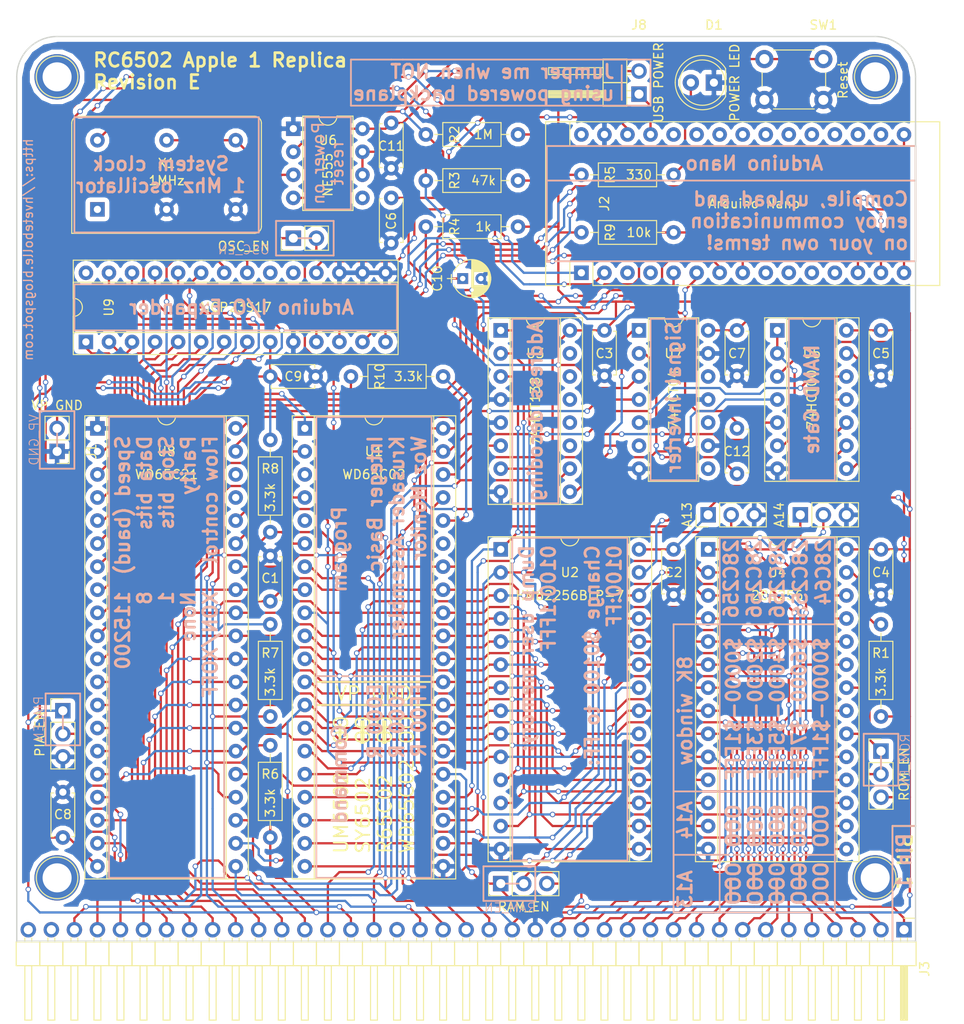
<source format=kicad_pcb>
(kicad_pcb (version 4) (host pcbnew 4.0.7)
  (layers (0 F.Cu signal) (31 B.Cu signal) (34 B.Paste user) (35 F.Paste user) (36 B.SilkS user) (37 F.SilkS user) (38 B.Mask user) (39 F.Mask user) (44 Edge.Cuts user))
  (net 0 "")
  (net 1 GND)
  (net 2 OUT_DA)
  (net 3 VCC)
  (net 4 "Net-(D1-Pad2)")
  (net 5 "Net-(J1-Pad2)")
  (net 6 TX)
  (net 7 RX)
  (net 8 KBD_READY)
  (net 9 KBD_STROBE)
  (net 10 OUT_RDA)
  (net 11 P_RESET)
  (net 12 "Net-(J2-Pad13)")
  (net 13 "Net-(J2-Pad14)")
  (net 14 "Net-(J2-Pad15)")
  (net 15 "Net-(J2-Pad16)")
  (net 16 A15)
  (net 17 A14)
  (net 18 A13)
  (net 19 A12)
  (net 20 A11)
  (net 21 A10)
  (net 22 A9)
  (net 23 A8)
  (net 24 A7)
  (net 25 A6)
  (net 26 A5)
  (net 27 A4)
  (net 28 A3)
  (net 29 A2)
  (net 30 A1)
  (net 31 A0)
  (net 32 PHI2)
  (net 33 RESET)
  (net 34 CLOCK)
  (net 35 IRQ)
  (net 36 RW)
  (net 37 RDY)
  (net 38 SYNC)
  (net 39 D0)
  (net 40 D1)
  (net 41 D2)
  (net 42 D3)
  (net 43 D4)
  (net 44 D5)
  (net 45 D6)
  (net 46 D7)
  (net 47 NMI)
  (net 48 A13_W)
  (net 49 A14_W)
  (net 50 "Net-(R1-Pad1)")
  (net 51 CS_PIA)
  (net 52 CS_ROM)
  (net 53 "Net-(U5-Pad1)")
  (net 54 KBD_D0)
  (net 55 KBD_D1)
  (net 56 KBD_D2)
  (net 57 KBD_D3)
  (net 58 KBD_D4)
  (net 59 KBD_D5)
  (net 60 KBD_D6)
  (net 61 KBD_D7)
  (net 62 OUT_D0)
  (net 63 OUT_D1)
  (net 64 OUT_D2)
  (net 65 OUT_D3)
  (net 66 OUT_D4)
  (net 67 OUT_D5)
  (net 68 OUT_D6)
  (net 69 "Net-(U2-Pad27)")
  (net 70 "Net-(U3-Pad9)")
  (net 71 "Net-(U3-Pad7)")
  (net 72 "Net-(U5-Pad13)")
  (net 73 "Net-(U6-Pad3)")
  (net 74 "Net-(U7-Pad1)")
  (net 75 "Net-(C6-Pad1)")
  (net 76 "Net-(C10-Pad1)")
  (net 77 "Net-(C12-Pad2)")
  (net 78 "Net-(J2-Pad27)")
  (net 79 "Net-(R10-Pad1)")
  (net 80 "Net-(J9-Pad2)")
  (net 81 "Net-(J10-Pad2)")
  (net 82 "Net-(J11-Pad2)")
  (net 83 "Net-(JP1-Pad1)")
  (module Housings_DIP:DIP-40_W15.24mm_Socket (layer F.Cu) (at 147.955 82.55)
    (fp_text reference U1 (at 7.62 2.54) (layer F.SilkS))
    (fp_text value WD65C02 (at 7.62 5.08 180) (layer F.SilkS))
    (pad 1 thru_hole rect (at 0 0) (size 1.6 1.6) (drill 0.8) (layers *.Cu *.Mask) (net 5 "Net-(J1-Pad2)"))
    (pad 21 thru_hole oval (at 15.24 48.26) (size 1.6 1.6) (drill 0.8) (layers *.Cu *.Mask) (net 1 GND))
    (pad 2 thru_hole oval (at 0 2.54) (size 1.6 1.6) (drill 0.8) (layers *.Cu *.Mask) (net 37 RDY))
    (pad 22 thru_hole oval (at 15.24 45.72) (size 1.6 1.6) (drill 0.8) (layers *.Cu *.Mask) (net 19 A12))
    (pad 3 thru_hole oval (at 0 5.08) (size 1.6 1.6) (drill 0.8) (layers *.Cu *.Mask))
    (pad 23 thru_hole oval (at 15.24 43.18) (size 1.6 1.6) (drill 0.8) (layers *.Cu *.Mask) (net 18 A13))
    (pad 4 thru_hole oval (at 0 7.62) (size 1.6 1.6) (drill 0.8) (layers *.Cu *.Mask) (net 35 IRQ))
    (pad 24 thru_hole oval (at 15.24 40.64) (size 1.6 1.6) (drill 0.8) (layers *.Cu *.Mask) (net 17 A14))
    (pad 5 thru_hole oval (at 0 10.16) (size 1.6 1.6) (drill 0.8) (layers *.Cu *.Mask))
    (pad 25 thru_hole oval (at 15.24 38.1) (size 1.6 1.6) (drill 0.8) (layers *.Cu *.Mask) (net 16 A15))
    (pad 6 thru_hole oval (at 0 12.7) (size 1.6 1.6) (drill 0.8) (layers *.Cu *.Mask) (net 47 NMI))
    (pad 26 thru_hole oval (at 15.24 35.56) (size 1.6 1.6) (drill 0.8) (layers *.Cu *.Mask) (net 46 D7))
    (pad 7 thru_hole oval (at 0 15.24) (size 1.6 1.6) (drill 0.8) (layers *.Cu *.Mask) (net 38 SYNC))
    (pad 27 thru_hole oval (at 15.24 33.02) (size 1.6 1.6) (drill 0.8) (layers *.Cu *.Mask) (net 45 D6))
    (pad 8 thru_hole oval (at 0 17.78) (size 1.6 1.6) (drill 0.8) (layers *.Cu *.Mask) (net 3 VCC))
    (pad 28 thru_hole oval (at 15.24 30.48) (size 1.6 1.6) (drill 0.8) (layers *.Cu *.Mask) (net 44 D5))
    (pad 9 thru_hole oval (at 0 20.32) (size 1.6 1.6) (drill 0.8) (layers *.Cu *.Mask) (net 31 A0))
    (pad 29 thru_hole oval (at 15.24 27.94) (size 1.6 1.6) (drill 0.8) (layers *.Cu *.Mask) (net 43 D4))
    (pad 10 thru_hole oval (at 0 22.86) (size 1.6 1.6) (drill 0.8) (layers *.Cu *.Mask) (net 30 A1))
    (pad 30 thru_hole oval (at 15.24 25.4) (size 1.6 1.6) (drill 0.8) (layers *.Cu *.Mask) (net 42 D3))
    (pad 11 thru_hole oval (at 0 25.4) (size 1.6 1.6) (drill 0.8) (layers *.Cu *.Mask) (net 29 A2))
    (pad 31 thru_hole oval (at 15.24 22.86) (size 1.6 1.6) (drill 0.8) (layers *.Cu *.Mask) (net 41 D2))
    (pad 12 thru_hole oval (at 0 27.94) (size 1.6 1.6) (drill 0.8) (layers *.Cu *.Mask) (net 28 A3))
    (pad 32 thru_hole oval (at 15.24 20.32) (size 1.6 1.6) (drill 0.8) (layers *.Cu *.Mask) (net 40 D1))
    (pad 13 thru_hole oval (at 0 30.48) (size 1.6 1.6) (drill 0.8) (layers *.Cu *.Mask) (net 27 A4))
    (pad 33 thru_hole oval (at 15.24 17.78) (size 1.6 1.6) (drill 0.8) (layers *.Cu *.Mask) (net 39 D0))
    (pad 14 thru_hole oval (at 0 33.02) (size 1.6 1.6) (drill 0.8) (layers *.Cu *.Mask) (net 26 A5))
    (pad 34 thru_hole oval (at 15.24 15.24) (size 1.6 1.6) (drill 0.8) (layers *.Cu *.Mask) (net 36 RW))
    (pad 15 thru_hole oval (at 0 35.56) (size 1.6 1.6) (drill 0.8) (layers *.Cu *.Mask) (net 25 A6))
    (pad 35 thru_hole oval (at 15.24 12.7) (size 1.6 1.6) (drill 0.8) (layers *.Cu *.Mask))
    (pad 16 thru_hole oval (at 0 38.1) (size 1.6 1.6) (drill 0.8) (layers *.Cu *.Mask) (net 24 A7))
    (pad 36 thru_hole oval (at 15.24 10.16) (size 1.6 1.6) (drill 0.8) (layers *.Cu *.Mask) (net 79 "Net-(R10-Pad1)"))
    (pad 17 thru_hole oval (at 0 40.64) (size 1.6 1.6) (drill 0.8) (layers *.Cu *.Mask) (net 23 A8))
    (pad 37 thru_hole oval (at 15.24 7.62) (size 1.6 1.6) (drill 0.8) (layers *.Cu *.Mask) (net 34 CLOCK))
    (pad 18 thru_hole oval (at 0 43.18) (size 1.6 1.6) (drill 0.8) (layers *.Cu *.Mask) (net 22 A9))
    (pad 38 thru_hole oval (at 15.24 5.08) (size 1.6 1.6) (drill 0.8) (layers *.Cu *.Mask) (net 3 VCC))
    (pad 19 thru_hole oval (at 0 45.72) (size 1.6 1.6) (drill 0.8) (layers *.Cu *.Mask) (net 21 A10))
    (pad 39 thru_hole oval (at 15.24 2.54) (size 1.6 1.6) (drill 0.8) (layers *.Cu *.Mask) (net 32 PHI2))
    (pad 20 thru_hole oval (at 0 48.26) (size 1.6 1.6) (drill 0.8) (layers *.Cu *.Mask) (net 20 A11))
    (pad 40 thru_hole oval (at 15.24 0) (size 1.6 1.6) (drill 0.8) (layers *.Cu *.Mask) (net 33 RESET))
  )
  (module Capacitors_THT:C_Disc_D4.7mm_W2.5mm_P5.00mm (layer F.Cu) (at 144.145 101.6 90)
    (fp_text reference C1 (at 2.54 0 180) (layer F.SilkS))
    (fp_text value 100nF)
    (pad 1 thru_hole circle (at 0 0 90) (size 1.6 1.6) (drill 0.8) (layers *.Cu *.Mask) (net 3 VCC))
    (pad 2 thru_hole circle (at 5 0 90) (size 1.6 1.6) (drill 0.8) (layers *.Cu *.Mask) (net 1 GND))
  )
  (module Capacitors_THT:C_Disc_D4.7mm_W2.5mm_P5.00mm (layer F.Cu) (at 188.595 95.885 270)
    (fp_text reference C2 (at 2.54 0 360) (layer F.SilkS))
    (fp_text value 100nF)
    (pad 1 thru_hole circle (at 0 0 270) (size 1.6 1.6) (drill 0.8) (layers *.Cu *.Mask) (net 3 VCC))
    (pad 2 thru_hole circle (at 5 0 270) (size 1.6 1.6) (drill 0.8) (layers *.Cu *.Mask) (net 1 GND))
  )
  (module Capacitors_THT:C_Disc_D4.7mm_W2.5mm_P5.00mm (layer F.Cu) (at 211.455 95.885 270)
    (fp_text reference C4 (at 2.54 0 360) (layer F.SilkS))
    (fp_text value 100nF)
    (pad 1 thru_hole circle (at 0 0 270) (size 1.6 1.6) (drill 0.8) (layers *.Cu *.Mask) (net 3 VCC))
    (pad 2 thru_hole circle (at 5 0 270) (size 1.6 1.6) (drill 0.8) (layers *.Cu *.Mask) (net 1 GND))
  )
  (module Capacitors_THT:C_Disc_D4.7mm_W2.5mm_P5.00mm (layer F.Cu) (at 211.455 71.755 270)
    (fp_text reference C5 (at 2.54 0 360) (layer F.SilkS))
    (fp_text value 100nF)
    (pad 1 thru_hole circle (at 0 0 270) (size 1.6 1.6) (drill 0.8) (layers *.Cu *.Mask) (net 3 VCC))
    (pad 2 thru_hole circle (at 5 0 270) (size 1.6 1.6) (drill 0.8) (layers *.Cu *.Mask) (net 1 GND))
  )
  (module Capacitors_THT:C_Disc_D4.7mm_W2.5mm_P5.00mm (layer F.Cu) (at 157.48 57.15 270)
    (fp_text reference C6 (at 2.54 0 270) (layer F.SilkS))
    (fp_text value 100nF)
    (pad 1 thru_hole circle (at 0 0 270) (size 1.6 1.6) (drill 0.8) (layers *.Cu *.Mask) (net 75 "Net-(C6-Pad1)"))
    (pad 2 thru_hole circle (at 5 0 270) (size 1.6 1.6) (drill 0.8) (layers *.Cu *.Mask) (net 1 GND))
  )
  (module Capacitors_THT:C_Disc_D4.7mm_W2.5mm_P5.00mm (layer F.Cu) (at 195.58 71.755 270)
    (fp_text reference C7 (at 2.54 0 360) (layer F.SilkS))
    (fp_text value 100nF)
    (pad 1 thru_hole circle (at 0 0 270) (size 1.6 1.6) (drill 0.8) (layers *.Cu *.Mask) (net 3 VCC))
    (pad 2 thru_hole circle (at 5 0 270) (size 1.6 1.6) (drill 0.8) (layers *.Cu *.Mask) (net 1 GND))
  )
  (module Capacitors_THT:C_Disc_D4.7mm_W2.5mm_P5.00mm (layer F.Cu) (at 121.285 127.635 90)
    (fp_text reference C8 (at 2.54 0 180) (layer F.SilkS))
    (fp_text value 100nF)
    (pad 1 thru_hole circle (at 0 0 90) (size 1.6 1.6) (drill 0.8) (layers *.Cu *.Mask) (net 3 VCC))
    (pad 2 thru_hole circle (at 5 0 90) (size 1.6 1.6) (drill 0.8) (layers *.Cu *.Mask) (net 1 GND))
  )
  (module Capacitors_THT:C_Disc_D4.7mm_W2.5mm_P5.00mm (layer F.Cu) (at 144.145 76.835)
    (fp_text reference C9 (at 2.54 0) (layer F.SilkS))
    (fp_text value 100nF)
    (pad 1 thru_hole circle (at 0 0) (size 1.6 1.6) (drill 0.8) (layers *.Cu *.Mask) (net 3 VCC))
    (pad 2 thru_hole circle (at 5 0) (size 1.6 1.6) (drill 0.8) (layers *.Cu *.Mask) (net 1 GND))
  )
  (module Capacitors_THT:C_Disc_D4.7mm_W2.5mm_P5.00mm (layer F.Cu) (at 157.48 48.895 270)
    (fp_text reference C11 (at 2.54 0 360) (layer F.SilkS))
    (fp_text value 100nF)
    (pad 1 thru_hole circle (at 0 0 270) (size 1.6 1.6) (drill 0.8) (layers *.Cu *.Mask) (net 3 VCC))
    (pad 2 thru_hole circle (at 5 0 270) (size 1.6 1.6) (drill 0.8) (layers *.Cu *.Mask) (net 1 GND))
  )
  (module Modules:Arduino_Nano (layer F.Cu) (at 178.435 65.405 90)
    (fp_text reference J2 (at 7.62 2.54 90) (layer F.SilkS))
    (fp_text value "Arduino Nano" (at 7.62 19.05 180) (layer F.SilkS))
    (pad 1 thru_hole rect (at 0 0 90) (size 1.6 1.6) (drill 0.8) (layers *.Cu *.Mask) (net 6 TX))
    (pad 17 thru_hole oval (at 15.24 33.02 90) (size 1.6 1.6) (drill 0.8) (layers *.Cu *.Mask))
    (pad 2 thru_hole oval (at 0 2.54 90) (size 1.6 1.6) (drill 0.8) (layers *.Cu *.Mask) (net 7 RX))
    (pad 18 thru_hole oval (at 15.24 30.48 90) (size 1.6 1.6) (drill 0.8) (layers *.Cu *.Mask))
    (pad 3 thru_hole oval (at 0 5.08 90) (size 1.6 1.6) (drill 0.8) (layers *.Cu *.Mask))
    (pad 19 thru_hole oval (at 15.24 27.94 90) (size 1.6 1.6) (drill 0.8) (layers *.Cu *.Mask))
    (pad 4 thru_hole oval (at 0 7.62 90) (size 1.6 1.6) (drill 0.8) (layers *.Cu *.Mask))
    (pad 20 thru_hole oval (at 15.24 25.4 90) (size 1.6 1.6) (drill 0.8) (layers *.Cu *.Mask))
    (pad 5 thru_hole oval (at 0 10.16 90) (size 1.6 1.6) (drill 0.8) (layers *.Cu *.Mask) (net 8 KBD_READY))
    (pad 21 thru_hole oval (at 15.24 22.86 90) (size 1.6 1.6) (drill 0.8) (layers *.Cu *.Mask))
    (pad 6 thru_hole oval (at 0 12.7 90) (size 1.6 1.6) (drill 0.8) (layers *.Cu *.Mask) (net 2 OUT_DA))
    (pad 22 thru_hole oval (at 15.24 20.32 90) (size 1.6 1.6) (drill 0.8) (layers *.Cu *.Mask))
    (pad 7 thru_hole oval (at 0 15.24 90) (size 1.6 1.6) (drill 0.8) (layers *.Cu *.Mask) (net 9 KBD_STROBE))
    (pad 23 thru_hole oval (at 15.24 17.78 90) (size 1.6 1.6) (drill 0.8) (layers *.Cu *.Mask))
    (pad 8 thru_hole oval (at 0 17.78 90) (size 1.6 1.6) (drill 0.8) (layers *.Cu *.Mask) (net 10 OUT_RDA))
    (pad 24 thru_hole oval (at 15.24 15.24 90) (size 1.6 1.6) (drill 0.8) (layers *.Cu *.Mask))
    (pad 9 thru_hole oval (at 0 20.32 90) (size 1.6 1.6) (drill 0.8) (layers *.Cu *.Mask))
    (pad 25 thru_hole oval (at 15.24 12.7 90) (size 1.6 1.6) (drill 0.8) (layers *.Cu *.Mask))
    (pad 10 thru_hole oval (at 0 22.86 90) (size 1.6 1.6) (drill 0.8) (layers *.Cu *.Mask))
    (pad 26 thru_hole oval (at 15.24 10.16 90) (size 1.6 1.6) (drill 0.8) (layers *.Cu *.Mask))
    (pad 11 thru_hole oval (at 0 25.4 90) (size 1.6 1.6) (drill 0.8) (layers *.Cu *.Mask))
    (pad 27 thru_hole oval (at 15.24 7.62 90) (size 1.6 1.6) (drill 0.8) (layers *.Cu *.Mask) (net 78 "Net-(J2-Pad27)"))
    (pad 12 thru_hole oval (at 0 27.94 90) (size 1.6 1.6) (drill 0.8) (layers *.Cu *.Mask))
    (pad 28 thru_hole oval (at 15.24 5.08 90) (size 1.6 1.6) (drill 0.8) (layers *.Cu *.Mask) (net 11 P_RESET))
    (pad 13 thru_hole oval (at 0 30.48 90) (size 1.6 1.6) (drill 0.8) (layers *.Cu *.Mask) (net 12 "Net-(J2-Pad13)"))
    (pad 29 thru_hole oval (at 15.24 2.54 90) (size 1.6 1.6) (drill 0.8) (layers *.Cu *.Mask) (net 1 GND))
    (pad 14 thru_hole oval (at 0 33.02 90) (size 1.6 1.6) (drill 0.8) (layers *.Cu *.Mask) (net 13 "Net-(J2-Pad14)"))
    (pad 30 thru_hole oval (at 15.24 0 90) (size 1.6 1.6) (drill 0.8) (layers *.Cu *.Mask))
    (pad 15 thru_hole oval (at 0 35.56 90) (size 1.6 1.6) (drill 0.8) (layers *.Cu *.Mask) (net 14 "Net-(J2-Pad15)"))
    (pad 16 thru_hole oval (at 15.24 35.56 90) (size 1.6 1.6) (drill 0.8) (layers *.Cu *.Mask) (net 15 "Net-(J2-Pad16)"))
  )
  (module Pin_Headers:Pin_Header_Angled_1x39_Pitch2.54mm (layer F.Cu) (at 213.995 137.795 270)
    (fp_text reference J3 (at 4.315 -2.27 270) (layer F.SilkS))
    (fp_text value Backplane)
    (pad 1 thru_hole rect (at 0 0 270) (size 1.7 1.7) (drill 1) (layers *.Cu *.Mask) (net 16 A15))
    (pad 2 thru_hole oval (at 0 2.54 270) (size 1.7 1.7) (drill 1) (layers *.Cu *.Mask) (net 17 A14))
    (pad 3 thru_hole oval (at 0 5.08 270) (size 1.7 1.7) (drill 1) (layers *.Cu *.Mask) (net 18 A13))
    (pad 4 thru_hole oval (at 0 7.62 270) (size 1.7 1.7) (drill 1) (layers *.Cu *.Mask) (net 19 A12))
    (pad 5 thru_hole oval (at 0 10.16 270) (size 1.7 1.7) (drill 1) (layers *.Cu *.Mask) (net 20 A11))
    (pad 6 thru_hole oval (at 0 12.7 270) (size 1.7 1.7) (drill 1) (layers *.Cu *.Mask) (net 21 A10))
    (pad 7 thru_hole oval (at 0 15.24 270) (size 1.7 1.7) (drill 1) (layers *.Cu *.Mask) (net 22 A9))
    (pad 8 thru_hole oval (at 0 17.78 270) (size 1.7 1.7) (drill 1) (layers *.Cu *.Mask) (net 23 A8))
    (pad 9 thru_hole oval (at 0 20.32 270) (size 1.7 1.7) (drill 1) (layers *.Cu *.Mask) (net 24 A7))
    (pad 10 thru_hole oval (at 0 22.86 270) (size 1.7 1.7) (drill 1) (layers *.Cu *.Mask) (net 25 A6))
    (pad 11 thru_hole oval (at 0 25.4 270) (size 1.7 1.7) (drill 1) (layers *.Cu *.Mask) (net 26 A5))
    (pad 12 thru_hole oval (at 0 27.94 270) (size 1.7 1.7) (drill 1) (layers *.Cu *.Mask) (net 27 A4))
    (pad 13 thru_hole oval (at 0 30.48 270) (size 1.7 1.7) (drill 1) (layers *.Cu *.Mask) (net 28 A3))
    (pad 14 thru_hole oval (at 0 33.02 270) (size 1.7 1.7) (drill 1) (layers *.Cu *.Mask) (net 29 A2))
    (pad 15 thru_hole oval (at 0 35.56 270) (size 1.7 1.7) (drill 1) (layers *.Cu *.Mask) (net 30 A1))
    (pad 16 thru_hole oval (at 0 38.1 270) (size 1.7 1.7) (drill 1) (layers *.Cu *.Mask) (net 31 A0))
    (pad 17 thru_hole oval (at 0 40.64 270) (size 1.7 1.7) (drill 1) (layers *.Cu *.Mask) (net 1 GND))
    (pad 18 thru_hole oval (at 0 43.18 270) (size 1.7 1.7) (drill 1) (layers *.Cu *.Mask) (net 3 VCC))
    (pad 19 thru_hole oval (at 0 45.72 270) (size 1.7 1.7) (drill 1) (layers *.Cu *.Mask) (net 32 PHI2))
    (pad 20 thru_hole oval (at 0 48.26 270) (size 1.7 1.7) (drill 1) (layers *.Cu *.Mask) (net 33 RESET))
    (pad 21 thru_hole oval (at 0 50.8 270) (size 1.7 1.7) (drill 1) (layers *.Cu *.Mask) (net 34 CLOCK))
    (pad 22 thru_hole oval (at 0 53.34 270) (size 1.7 1.7) (drill 1) (layers *.Cu *.Mask) (net 35 IRQ))
    (pad 23 thru_hole oval (at 0 55.88 270) (size 1.7 1.7) (drill 1) (layers *.Cu *.Mask))
    (pad 24 thru_hole oval (at 0 58.42 270) (size 1.7 1.7) (drill 1) (layers *.Cu *.Mask) (net 36 RW))
    (pad 25 thru_hole oval (at 0 60.96 270) (size 1.7 1.7) (drill 1) (layers *.Cu *.Mask) (net 37 RDY))
    (pad 26 thru_hole oval (at 0 63.5 270) (size 1.7 1.7) (drill 1) (layers *.Cu *.Mask) (net 38 SYNC))
    (pad 27 thru_hole oval (at 0 66.04 270) (size 1.7 1.7) (drill 1) (layers *.Cu *.Mask) (net 39 D0))
    (pad 28 thru_hole oval (at 0 68.58 270) (size 1.7 1.7) (drill 1) (layers *.Cu *.Mask) (net 40 D1))
    (pad 29 thru_hole oval (at 0 71.12 270) (size 1.7 1.7) (drill 1) (layers *.Cu *.Mask) (net 41 D2))
    (pad 30 thru_hole oval (at 0 73.66 270) (size 1.7 1.7) (drill 1) (layers *.Cu *.Mask) (net 42 D3))
    (pad 31 thru_hole oval (at 0 76.2 270) (size 1.7 1.7) (drill 1) (layers *.Cu *.Mask) (net 43 D4))
    (pad 32 thru_hole oval (at 0 78.74 270) (size 1.7 1.7) (drill 1) (layers *.Cu *.Mask) (net 44 D5))
    (pad 33 thru_hole oval (at 0 81.28 270) (size 1.7 1.7) (drill 1) (layers *.Cu *.Mask) (net 45 D6))
    (pad 34 thru_hole oval (at 0 83.82 270) (size 1.7 1.7) (drill 1) (layers *.Cu *.Mask) (net 46 D7))
    (pad 35 thru_hole oval (at 0 86.36 270) (size 1.7 1.7) (drill 1) (layers *.Cu *.Mask) (net 6 TX))
    (pad 36 thru_hole oval (at 0 88.9 270) (size 1.7 1.7) (drill 1) (layers *.Cu *.Mask) (net 7 RX))
    (pad 37 thru_hole oval (at 0 91.44 270) (size 1.7 1.7) (drill 1) (layers *.Cu *.Mask) (net 47 NMI))
    (pad 38 thru_hole oval (at 0 93.98 270) (size 1.7 1.7) (drill 1) (layers *.Cu *.Mask))
    (pad 39 thru_hole oval (at 0 96.52 270) (size 1.7 1.7) (drill 1) (layers *.Cu *.Mask))
  )
  (module Resistors_THT:R_Axial_DIN0207_L6.3mm_D2.5mm_P10.16mm_Horizontal (layer F.Cu) (at 211.455 104.14 270)
    (fp_text reference R1 (at 3.175 0 360) (layer F.SilkS))
    (fp_text value 3.3k (at 6.35 0 270) (layer F.SilkS))
    (pad 1 thru_hole circle (at 0 0 270) (size 1.6 1.6) (drill 0.8) (layers *.Cu *.Mask) (net 50 "Net-(R1-Pad1)"))
    (pad 2 thru_hole oval (at 10.16 0 270) (size 1.6 1.6) (drill 0.8) (layers *.Cu *.Mask) (net 3 VCC))
  )
  (module Resistors_THT:R_Axial_DIN0207_L6.3mm_D2.5mm_P10.16mm_Horizontal (layer F.Cu) (at 171.45 50.165 180)
    (fp_text reference R2 (at 6.985 0 270) (layer F.SilkS))
    (fp_text value 1M (at 3.81 0 180) (layer F.SilkS))
    (pad 1 thru_hole circle (at 0 0 180) (size 1.6 1.6) (drill 0.8) (layers *.Cu *.Mask) (net 3 VCC))
    (pad 2 thru_hole oval (at 10.16 0 180) (size 1.6 1.6) (drill 0.8) (layers *.Cu *.Mask) (net 75 "Net-(C6-Pad1)"))
  )
  (module Resistors_THT:R_Axial_DIN0207_L6.3mm_D2.5mm_P10.16mm_Horizontal (layer F.Cu) (at 171.45 55.245 180)
    (fp_text reference R3 (at 6.985 0 270) (layer F.SilkS))
    (fp_text value 47k (at 3.81 0 180) (layer F.SilkS))
    (pad 1 thru_hole circle (at 0 0 180) (size 1.6 1.6) (drill 0.8) (layers *.Cu *.Mask) (net 3 VCC))
    (pad 2 thru_hole oval (at 10.16 0 180) (size 1.6 1.6) (drill 0.8) (layers *.Cu *.Mask) (net 76 "Net-(C10-Pad1)"))
  )
  (module Resistors_THT:R_Axial_DIN0207_L6.3mm_D2.5mm_P10.16mm_Horizontal (layer F.Cu) (at 161.29 60.325)
    (fp_text reference R4 (at 3.175 0 90) (layer F.SilkS))
    (fp_text value 1k (at 6.35 0) (layer F.SilkS))
    (pad 1 thru_hole circle (at 0 0) (size 1.6 1.6) (drill 0.8) (layers *.Cu *.Mask) (net 33 RESET))
    (pad 2 thru_hole oval (at 10.16 0) (size 1.6 1.6) (drill 0.8) (layers *.Cu *.Mask) (net 3 VCC))
  )
  (module Resistors_THT:R_Axial_DIN0207_L6.3mm_D2.5mm_P10.16mm_Horizontal (layer F.Cu) (at 178.435 54.61)
    (fp_text reference R5 (at 3.175 0 90) (layer F.SilkS))
    (fp_text value 330 (at 6.35 0) (layer F.SilkS))
    (pad 1 thru_hole circle (at 0 0) (size 1.6 1.6) (drill 0.8) (layers *.Cu *.Mask) (net 3 VCC))
    (pad 2 thru_hole oval (at 10.16 0) (size 1.6 1.6) (drill 0.8) (layers *.Cu *.Mask) (net 4 "Net-(D1-Pad2)"))
  )
  (module Resistors_THT:R_Axial_DIN0207_L6.3mm_D2.5mm_P10.16mm_Horizontal (layer F.Cu) (at 144.145 117.475 270)
    (fp_text reference R6 (at 3.175 0 360) (layer F.SilkS))
    (fp_text value 3.3k (at 6.35 0 270) (layer F.SilkS))
    (pad 1 thru_hole circle (at 0 0 270) (size 1.6 1.6) (drill 0.8) (layers *.Cu *.Mask) (net 37 RDY))
    (pad 2 thru_hole oval (at 10.16 0 270) (size 1.6 1.6) (drill 0.8) (layers *.Cu *.Mask) (net 3 VCC))
  )
  (module Resistors_THT:R_Axial_DIN0207_L6.3mm_D2.5mm_P10.16mm_Horizontal (layer F.Cu) (at 144.145 114.3 90)
    (fp_text reference R7 (at 6.985 0 180) (layer F.SilkS))
    (fp_text value 3.3k (at 3.81 0 90) (layer F.SilkS))
    (pad 1 thru_hole circle (at 0 0 90) (size 1.6 1.6) (drill 0.8) (layers *.Cu *.Mask) (net 35 IRQ))
    (pad 2 thru_hole oval (at 10.16 0 90) (size 1.6 1.6) (drill 0.8) (layers *.Cu *.Mask) (net 3 VCC))
  )
  (module Resistors_THT:R_Axial_DIN0207_L6.3mm_D2.5mm_P10.16mm_Horizontal (layer F.Cu) (at 144.145 93.98 90)
    (fp_text reference R8 (at 6.985 0 180) (layer F.SilkS))
    (fp_text value 3.3k (at 3.81 0 90) (layer F.SilkS))
    (pad 1 thru_hole circle (at 0 0 90) (size 1.6 1.6) (drill 0.8) (layers *.Cu *.Mask) (net 47 NMI))
    (pad 2 thru_hole oval (at 10.16 0 90) (size 1.6 1.6) (drill 0.8) (layers *.Cu *.Mask) (net 3 VCC))
  )
  (module Resistors_THT:R_Axial_DIN0207_L6.3mm_D2.5mm_P10.16mm_Horizontal (layer F.Cu) (at 178.435 60.96)
    (fp_text reference R9 (at 3.175 0 90) (layer F.SilkS))
    (fp_text value 10k (at 6.35 0) (layer F.SilkS))
    (pad 1 thru_hole circle (at 0 0) (size 1.6 1.6) (drill 0.8) (layers *.Cu *.Mask) (net 3 VCC))
    (pad 2 thru_hole oval (at 10.16 0) (size 1.6 1.6) (drill 0.8) (layers *.Cu *.Mask) (net 12 "Net-(J2-Pad13)"))
  )
  (module Buttons_Switches_THT:SW_PUSH_6mm (layer F.Cu) (at 205.105 46.355 180)
    (fp_text reference SW1 (at 0 8.255 180) (layer F.SilkS))
    (fp_text value RESET)
    (pad 2 thru_hole circle (at 0 4.5 270) (size 2 2) (drill 1.1) (layers *.Cu *.Mask) (net 75 "Net-(C6-Pad1)"))
    (pad 1 thru_hole circle (at 0 0 270) (size 2 2) (drill 1.1) (layers *.Cu *.Mask) (net 1 GND))
    (pad 2 thru_hole circle (at 6.5 4.5 270) (size 2 2) (drill 1.1) (layers *.Cu *.Mask) (net 75 "Net-(C6-Pad1)"))
    (pad 1 thru_hole circle (at 6.5 0 270) (size 2 2) (drill 1.1) (layers *.Cu *.Mask) (net 1 GND))
  )
  (module Housings_DIP:DIP-28_W15.24mm_Socket (layer F.Cu) (at 169.545 95.885)
    (fp_text reference U2 (at 7.62 2.54) (layer F.SilkS))
    (fp_text value HM62256BLP-7 (at 7.62 5.08) (layer F.SilkS))
    (pad 1 thru_hole rect (at 0 0) (size 1.6 1.6) (drill 0.8) (layers *.Cu *.Mask) (net 17 A14))
    (pad 15 thru_hole oval (at 15.24 33.02) (size 1.6 1.6) (drill 0.8) (layers *.Cu *.Mask) (net 42 D3))
    (pad 2 thru_hole oval (at 0 2.54) (size 1.6 1.6) (drill 0.8) (layers *.Cu *.Mask) (net 19 A12))
    (pad 16 thru_hole oval (at 15.24 30.48) (size 1.6 1.6) (drill 0.8) (layers *.Cu *.Mask) (net 43 D4))
    (pad 3 thru_hole oval (at 0 5.08) (size 1.6 1.6) (drill 0.8) (layers *.Cu *.Mask) (net 24 A7))
    (pad 17 thru_hole oval (at 15.24 27.94) (size 1.6 1.6) (drill 0.8) (layers *.Cu *.Mask) (net 44 D5))
    (pad 4 thru_hole oval (at 0 7.62) (size 1.6 1.6) (drill 0.8) (layers *.Cu *.Mask) (net 25 A6))
    (pad 18 thru_hole oval (at 15.24 25.4) (size 1.6 1.6) (drill 0.8) (layers *.Cu *.Mask) (net 45 D6))
    (pad 5 thru_hole oval (at 0 10.16) (size 1.6 1.6) (drill 0.8) (layers *.Cu *.Mask) (net 26 A5))
    (pad 19 thru_hole oval (at 15.24 22.86) (size 1.6 1.6) (drill 0.8) (layers *.Cu *.Mask) (net 46 D7))
    (pad 6 thru_hole oval (at 0 12.7) (size 1.6 1.6) (drill 0.8) (layers *.Cu *.Mask) (net 27 A4))
    (pad 20 thru_hole oval (at 15.24 20.32) (size 1.6 1.6) (drill 0.8) (layers *.Cu *.Mask) (net 81 "Net-(J10-Pad2)"))
    (pad 7 thru_hole oval (at 0 15.24) (size 1.6 1.6) (drill 0.8) (layers *.Cu *.Mask) (net 28 A3))
    (pad 21 thru_hole oval (at 15.24 17.78) (size 1.6 1.6) (drill 0.8) (layers *.Cu *.Mask) (net 21 A10))
    (pad 8 thru_hole oval (at 0 17.78) (size 1.6 1.6) (drill 0.8) (layers *.Cu *.Mask) (net 29 A2))
    (pad 22 thru_hole oval (at 15.24 15.24) (size 1.6 1.6) (drill 0.8) (layers *.Cu *.Mask) (net 81 "Net-(J10-Pad2)"))
    (pad 9 thru_hole oval (at 0 20.32) (size 1.6 1.6) (drill 0.8) (layers *.Cu *.Mask) (net 30 A1))
    (pad 23 thru_hole oval (at 15.24 12.7) (size 1.6 1.6) (drill 0.8) (layers *.Cu *.Mask) (net 20 A11))
    (pad 10 thru_hole oval (at 0 22.86) (size 1.6 1.6) (drill 0.8) (layers *.Cu *.Mask) (net 31 A0))
    (pad 24 thru_hole oval (at 15.24 10.16) (size 1.6 1.6) (drill 0.8) (layers *.Cu *.Mask) (net 22 A9))
    (pad 11 thru_hole oval (at 0 25.4) (size 1.6 1.6) (drill 0.8) (layers *.Cu *.Mask) (net 39 D0))
    (pad 25 thru_hole oval (at 15.24 7.62) (size 1.6 1.6) (drill 0.8) (layers *.Cu *.Mask) (net 23 A8))
    (pad 12 thru_hole oval (at 0 27.94) (size 1.6 1.6) (drill 0.8) (layers *.Cu *.Mask) (net 40 D1))
    (pad 26 thru_hole oval (at 15.24 5.08) (size 1.6 1.6) (drill 0.8) (layers *.Cu *.Mask) (net 18 A13))
    (pad 13 thru_hole oval (at 0 30.48) (size 1.6 1.6) (drill 0.8) (layers *.Cu *.Mask) (net 41 D2))
    (pad 27 thru_hole oval (at 15.24 2.54) (size 1.6 1.6) (drill 0.8) (layers *.Cu *.Mask) (net 69 "Net-(U2-Pad27)"))
    (pad 14 thru_hole oval (at 0 33.02) (size 1.6 1.6) (drill 0.8) (layers *.Cu *.Mask) (net 1 GND))
    (pad 28 thru_hole oval (at 15.24 0) (size 1.6 1.6) (drill 0.8) (layers *.Cu *.Mask) (net 3 VCC))
  )
  (module Housings_DIP:DIP-14_W7.62mm_Socket (layer F.Cu) (at 200.025 71.755)
    (fp_text reference U5 (at 3.81 2.54) (layer F.SilkS))
    (fp_text value 74HCT00 (at 3.81 7.62 90) (layer F.SilkS))
    (pad 1 thru_hole rect (at 0 0) (size 1.6 1.6) (drill 0.8) (layers *.Cu *.Mask) (net 53 "Net-(U5-Pad1)"))
    (pad 8 thru_hole oval (at 7.62 15.24) (size 1.6 1.6) (drill 0.8) (layers *.Cu *.Mask) (net 72 "Net-(U5-Pad13)"))
    (pad 2 thru_hole oval (at 0 2.54) (size 1.6 1.6) (drill 0.8) (layers *.Cu *.Mask) (net 53 "Net-(U5-Pad1)"))
    (pad 9 thru_hole oval (at 7.62 12.7) (size 1.6 1.6) (drill 0.8) (layers *.Cu *.Mask) (net 36 RW))
    (pad 3 thru_hole oval (at 0 5.08) (size 1.6 1.6) (drill 0.8) (layers *.Cu *.Mask) (net 52 CS_ROM))
    (pad 10 thru_hole oval (at 7.62 10.16) (size 1.6 1.6) (drill 0.8) (layers *.Cu *.Mask) (net 36 RW))
    (pad 4 thru_hole oval (at 0 7.62) (size 1.6 1.6) (drill 0.8) (layers *.Cu *.Mask) (net 70 "Net-(U3-Pad9)"))
    (pad 11 thru_hole oval (at 7.62 7.62) (size 1.6 1.6) (drill 0.8) (layers *.Cu *.Mask) (net 69 "Net-(U2-Pad27)"))
    (pad 5 thru_hole oval (at 0 10.16) (size 1.6 1.6) (drill 0.8) (layers *.Cu *.Mask) (net 71 "Net-(U3-Pad7)"))
    (pad 12 thru_hole oval (at 7.62 5.08) (size 1.6 1.6) (drill 0.8) (layers *.Cu *.Mask) (net 32 PHI2))
    (pad 6 thru_hole oval (at 0 12.7) (size 1.6 1.6) (drill 0.8) (layers *.Cu *.Mask) (net 53 "Net-(U5-Pad1)"))
    (pad 13 thru_hole oval (at 7.62 2.54) (size 1.6 1.6) (drill 0.8) (layers *.Cu *.Mask) (net 72 "Net-(U5-Pad13)"))
    (pad 7 thru_hole oval (at 0 15.24) (size 1.6 1.6) (drill 0.8) (layers *.Cu *.Mask) (net 1 GND))
    (pad 14 thru_hole oval (at 7.62 0) (size 1.6 1.6) (drill 0.8) (layers *.Cu *.Mask) (net 3 VCC))
  )
  (module Housings_DIP:DIP-14_W7.62mm (layer F.Cu) (at 184.785 71.755)
    (fp_text reference U7 (at 3.81 2.54) (layer F.SilkS))
    (fp_text value 74HCT04 (at 3.81 7.62 90) (layer F.SilkS))
    (pad 1 thru_hole rect (at 0 0) (size 1.6 1.6) (drill 0.8) (layers *.Cu *.Mask) (net 74 "Net-(U7-Pad1)"))
    (pad 8 thru_hole oval (at 7.62 15.24) (size 1.6 1.6) (drill 0.8) (layers *.Cu *.Mask))
    (pad 2 thru_hole oval (at 0 2.54) (size 1.6 1.6) (drill 0.8) (layers *.Cu *.Mask) (net 77 "Net-(C12-Pad2)"))
    (pad 9 thru_hole oval (at 7.62 12.7) (size 1.6 1.6) (drill 0.8) (layers *.Cu *.Mask) (net 1 GND))
    (pad 3 thru_hole oval (at 0 5.08) (size 1.6 1.6) (drill 0.8) (layers *.Cu *.Mask) (net 73 "Net-(U6-Pad3)"))
    (pad 10 thru_hole oval (at 7.62 10.16) (size 1.6 1.6) (drill 0.8) (layers *.Cu *.Mask))
    (pad 4 thru_hole oval (at 0 7.62) (size 1.6 1.6) (drill 0.8) (layers *.Cu *.Mask) (net 33 RESET))
    (pad 11 thru_hole oval (at 7.62 7.62) (size 1.6 1.6) (drill 0.8) (layers *.Cu *.Mask) (net 1 GND))
    (pad 5 thru_hole oval (at 0 10.16) (size 1.6 1.6) (drill 0.8) (layers *.Cu *.Mask) (net 1 GND))
    (pad 12 thru_hole oval (at 7.62 5.08) (size 1.6 1.6) (drill 0.8) (layers *.Cu *.Mask))
    (pad 6 thru_hole oval (at 0 12.7) (size 1.6 1.6) (drill 0.8) (layers *.Cu *.Mask))
    (pad 13 thru_hole oval (at 7.62 2.54) (size 1.6 1.6) (drill 0.8) (layers *.Cu *.Mask) (net 1 GND))
    (pad 7 thru_hole oval (at 0 15.24) (size 1.6 1.6) (drill 0.8) (layers *.Cu *.Mask) (net 1 GND))
    (pad 14 thru_hole oval (at 7.62 0) (size 1.6 1.6) (drill 0.8) (layers *.Cu *.Mask) (net 3 VCC))
  )
  (module Housings_DIP:DIP-40_W15.24mm_Socket (layer F.Cu) (at 125.095 82.55)
    (fp_text reference U8 (at 7.62 2.54) (layer F.SilkS))
    (fp_text value WD65C21 (at 7.62 5.08) (layer F.SilkS))
    (pad 1 thru_hole rect (at 0 0) (size 1.6 1.6) (drill 0.8) (layers *.Cu *.Mask) (net 1 GND))
    (pad 21 thru_hole oval (at 15.24 48.26) (size 1.6 1.6) (drill 0.8) (layers *.Cu *.Mask) (net 36 RW))
    (pad 2 thru_hole oval (at 0 2.54) (size 1.6 1.6) (drill 0.8) (layers *.Cu *.Mask) (net 54 KBD_D0))
    (pad 22 thru_hole oval (at 15.24 45.72) (size 1.6 1.6) (drill 0.8) (layers *.Cu *.Mask) (net 27 A4))
    (pad 3 thru_hole oval (at 0 5.08) (size 1.6 1.6) (drill 0.8) (layers *.Cu *.Mask) (net 55 KBD_D1))
    (pad 23 thru_hole oval (at 15.24 43.18) (size 1.6 1.6) (drill 0.8) (layers *.Cu *.Mask) (net 51 CS_PIA))
    (pad 4 thru_hole oval (at 0 7.62) (size 1.6 1.6) (drill 0.8) (layers *.Cu *.Mask) (net 56 KBD_D2))
    (pad 24 thru_hole oval (at 15.24 40.64) (size 1.6 1.6) (drill 0.8) (layers *.Cu *.Mask) (net 82 "Net-(J11-Pad2)"))
    (pad 5 thru_hole oval (at 0 10.16) (size 1.6 1.6) (drill 0.8) (layers *.Cu *.Mask) (net 57 KBD_D3))
    (pad 25 thru_hole oval (at 15.24 38.1) (size 1.6 1.6) (drill 0.8) (layers *.Cu *.Mask) (net 32 PHI2))
    (pad 6 thru_hole oval (at 0 12.7) (size 1.6 1.6) (drill 0.8) (layers *.Cu *.Mask) (net 58 KBD_D4))
    (pad 26 thru_hole oval (at 15.24 35.56) (size 1.6 1.6) (drill 0.8) (layers *.Cu *.Mask) (net 46 D7))
    (pad 7 thru_hole oval (at 0 15.24) (size 1.6 1.6) (drill 0.8) (layers *.Cu *.Mask) (net 59 KBD_D5))
    (pad 27 thru_hole oval (at 15.24 33.02) (size 1.6 1.6) (drill 0.8) (layers *.Cu *.Mask) (net 45 D6))
    (pad 8 thru_hole oval (at 0 17.78) (size 1.6 1.6) (drill 0.8) (layers *.Cu *.Mask) (net 60 KBD_D6))
    (pad 28 thru_hole oval (at 15.24 30.48) (size 1.6 1.6) (drill 0.8) (layers *.Cu *.Mask) (net 44 D5))
    (pad 9 thru_hole oval (at 0 20.32) (size 1.6 1.6) (drill 0.8) (layers *.Cu *.Mask) (net 61 KBD_D7))
    (pad 29 thru_hole oval (at 15.24 27.94) (size 1.6 1.6) (drill 0.8) (layers *.Cu *.Mask) (net 43 D4))
    (pad 10 thru_hole oval (at 0 22.86) (size 1.6 1.6) (drill 0.8) (layers *.Cu *.Mask) (net 62 OUT_D0))
    (pad 30 thru_hole oval (at 15.24 25.4) (size 1.6 1.6) (drill 0.8) (layers *.Cu *.Mask) (net 42 D3))
    (pad 11 thru_hole oval (at 0 25.4) (size 1.6 1.6) (drill 0.8) (layers *.Cu *.Mask) (net 63 OUT_D1))
    (pad 31 thru_hole oval (at 15.24 22.86) (size 1.6 1.6) (drill 0.8) (layers *.Cu *.Mask) (net 41 D2))
    (pad 12 thru_hole oval (at 0 27.94) (size 1.6 1.6) (drill 0.8) (layers *.Cu *.Mask) (net 64 OUT_D2))
    (pad 32 thru_hole oval (at 15.24 20.32) (size 1.6 1.6) (drill 0.8) (layers *.Cu *.Mask) (net 40 D1))
    (pad 13 thru_hole oval (at 0 30.48) (size 1.6 1.6) (drill 0.8) (layers *.Cu *.Mask) (net 65 OUT_D3))
    (pad 33 thru_hole oval (at 15.24 17.78) (size 1.6 1.6) (drill 0.8) (layers *.Cu *.Mask) (net 39 D0))
    (pad 14 thru_hole oval (at 0 33.02) (size 1.6 1.6) (drill 0.8) (layers *.Cu *.Mask) (net 66 OUT_D4))
    (pad 34 thru_hole oval (at 15.24 15.24) (size 1.6 1.6) (drill 0.8) (layers *.Cu *.Mask) (net 33 RESET))
    (pad 15 thru_hole oval (at 0 35.56) (size 1.6 1.6) (drill 0.8) (layers *.Cu *.Mask) (net 67 OUT_D5))
    (pad 35 thru_hole oval (at 15.24 12.7) (size 1.6 1.6) (drill 0.8) (layers *.Cu *.Mask) (net 30 A1))
    (pad 16 thru_hole oval (at 0 38.1) (size 1.6 1.6) (drill 0.8) (layers *.Cu *.Mask) (net 68 OUT_D6))
    (pad 36 thru_hole oval (at 15.24 10.16) (size 1.6 1.6) (drill 0.8) (layers *.Cu *.Mask) (net 31 A0))
    (pad 17 thru_hole oval (at 0 40.64) (size 1.6 1.6) (drill 0.8) (layers *.Cu *.Mask) (net 2 OUT_DA))
    (pad 37 thru_hole oval (at 15.24 7.62) (size 1.6 1.6) (drill 0.8) (layers *.Cu *.Mask))
    (pad 18 thru_hole oval (at 0 43.18) (size 1.6 1.6) (drill 0.8) (layers *.Cu *.Mask) (net 10 OUT_RDA))
    (pad 38 thru_hole oval (at 15.24 5.08) (size 1.6 1.6) (drill 0.8) (layers *.Cu *.Mask))
    (pad 19 thru_hole oval (at 0 45.72) (size 1.6 1.6) (drill 0.8) (layers *.Cu *.Mask) (net 74 "Net-(U7-Pad1)"))
    (pad 39 thru_hole oval (at 15.24 2.54) (size 1.6 1.6) (drill 0.8) (layers *.Cu *.Mask) (net 8 KBD_READY))
    (pad 20 thru_hole oval (at 0 48.26) (size 1.6 1.6) (drill 0.8) (layers *.Cu *.Mask) (net 3 VCC))
    (pad 40 thru_hole oval (at 15.24 0) (size 1.6 1.6) (drill 0.8) (layers *.Cu *.Mask) (net 9 KBD_STROBE))
  )
  (module Housings_DIP:DIP-28_W7.62mm_Socket (layer F.Cu) (at 123.825 73.025 90)
    (fp_text reference U9 (at 3.81 2.54 270) (layer F.SilkS))
    (fp_text value MCP23S17 (at 3.81 16.51 180) (layer F.SilkS))
    (pad 1 thru_hole rect (at 0 0 90) (size 1.6 1.6) (drill 0.8) (layers *.Cu *.Mask) (net 54 KBD_D0))
    (pad 15 thru_hole oval (at 7.62 33.02 90) (size 1.6 1.6) (drill 0.8) (layers *.Cu *.Mask) (net 1 GND))
    (pad 2 thru_hole oval (at 0 2.54 90) (size 1.6 1.6) (drill 0.8) (layers *.Cu *.Mask) (net 55 KBD_D1))
    (pad 16 thru_hole oval (at 7.62 30.48 90) (size 1.6 1.6) (drill 0.8) (layers *.Cu *.Mask) (net 1 GND))
    (pad 3 thru_hole oval (at 0 5.08 90) (size 1.6 1.6) (drill 0.8) (layers *.Cu *.Mask) (net 56 KBD_D2))
    (pad 17 thru_hole oval (at 7.62 27.94 90) (size 1.6 1.6) (drill 0.8) (layers *.Cu *.Mask) (net 1 GND))
    (pad 4 thru_hole oval (at 0 7.62 90) (size 1.6 1.6) (drill 0.8) (layers *.Cu *.Mask) (net 57 KBD_D3))
    (pad 18 thru_hole oval (at 7.62 25.4 90) (size 1.6 1.6) (drill 0.8) (layers *.Cu *.Mask) (net 11 P_RESET))
    (pad 5 thru_hole oval (at 0 10.16 90) (size 1.6 1.6) (drill 0.8) (layers *.Cu *.Mask) (net 58 KBD_D4))
    (pad 19 thru_hole oval (at 7.62 22.86 90) (size 1.6 1.6) (drill 0.8) (layers *.Cu *.Mask))
    (pad 6 thru_hole oval (at 0 12.7 90) (size 1.6 1.6) (drill 0.8) (layers *.Cu *.Mask) (net 59 KBD_D5))
    (pad 20 thru_hole oval (at 7.62 20.32 90) (size 1.6 1.6) (drill 0.8) (layers *.Cu *.Mask))
    (pad 7 thru_hole oval (at 0 15.24 90) (size 1.6 1.6) (drill 0.8) (layers *.Cu *.Mask) (net 60 KBD_D6))
    (pad 21 thru_hole oval (at 7.62 17.78 90) (size 1.6 1.6) (drill 0.8) (layers *.Cu *.Mask) (net 62 OUT_D0))
    (pad 8 thru_hole oval (at 0 17.78 90) (size 1.6 1.6) (drill 0.8) (layers *.Cu *.Mask) (net 61 KBD_D7))
    (pad 22 thru_hole oval (at 7.62 15.24 90) (size 1.6 1.6) (drill 0.8) (layers *.Cu *.Mask) (net 63 OUT_D1))
    (pad 9 thru_hole oval (at 0 20.32 90) (size 1.6 1.6) (drill 0.8) (layers *.Cu *.Mask) (net 3 VCC))
    (pad 23 thru_hole oval (at 7.62 12.7 90) (size 1.6 1.6) (drill 0.8) (layers *.Cu *.Mask) (net 64 OUT_D2))
    (pad 10 thru_hole oval (at 0 22.86 90) (size 1.6 1.6) (drill 0.8) (layers *.Cu *.Mask) (net 1 GND))
    (pad 24 thru_hole oval (at 7.62 10.16 90) (size 1.6 1.6) (drill 0.8) (layers *.Cu *.Mask) (net 65 OUT_D3))
    (pad 11 thru_hole oval (at 0 25.4 90) (size 1.6 1.6) (drill 0.8) (layers *.Cu *.Mask) (net 12 "Net-(J2-Pad13)"))
    (pad 25 thru_hole oval (at 7.62 7.62 90) (size 1.6 1.6) (drill 0.8) (layers *.Cu *.Mask) (net 66 OUT_D4))
    (pad 12 thru_hole oval (at 0 27.94 90) (size 1.6 1.6) (drill 0.8) (layers *.Cu *.Mask) (net 15 "Net-(J2-Pad16)"))
    (pad 26 thru_hole oval (at 7.62 5.08 90) (size 1.6 1.6) (drill 0.8) (layers *.Cu *.Mask) (net 67 OUT_D5))
    (pad 13 thru_hole oval (at 0 30.48 90) (size 1.6 1.6) (drill 0.8) (layers *.Cu *.Mask) (net 13 "Net-(J2-Pad14)"))
    (pad 27 thru_hole oval (at 7.62 2.54 90) (size 1.6 1.6) (drill 0.8) (layers *.Cu *.Mask) (net 68 OUT_D6))
    (pad 14 thru_hole oval (at 0 33.02 90) (size 1.6 1.6) (drill 0.8) (layers *.Cu *.Mask) (net 14 "Net-(J2-Pad15)"))
    (pad 28 thru_hole oval (at 7.62 0 90) (size 1.6 1.6) (drill 0.8) (layers *.Cu *.Mask))
  )
  (module Housings_DIP:DIP-16_W7.62mm_Socket (layer F.Cu) (at 169.545 71.755)
    (fp_text reference U3 (at 3.81 2.54) (layer F.SilkS))
    (fp_text value 74HCT138 (at 3.81 8.89 90) (layer F.SilkS))
    (pad 1 thru_hole rect (at 0 0) (size 1.6 1.6) (drill 0.8) (layers *.Cu *.Mask) (net 19 A12))
    (pad 9 thru_hole oval (at 7.62 17.78) (size 1.6 1.6) (drill 0.8) (layers *.Cu *.Mask) (net 70 "Net-(U3-Pad9)"))
    (pad 2 thru_hole oval (at 0 2.54) (size 1.6 1.6) (drill 0.8) (layers *.Cu *.Mask) (net 18 A13))
    (pad 10 thru_hole oval (at 7.62 15.24) (size 1.6 1.6) (drill 0.8) (layers *.Cu *.Mask) (net 51 CS_PIA))
    (pad 3 thru_hole oval (at 0 5.08) (size 1.6 1.6) (drill 0.8) (layers *.Cu *.Mask) (net 17 A14))
    (pad 11 thru_hole oval (at 7.62 12.7) (size 1.6 1.6) (drill 0.8) (layers *.Cu *.Mask))
    (pad 4 thru_hole oval (at 0 7.62) (size 1.6 1.6) (drill 0.8) (layers *.Cu *.Mask) (net 1 GND))
    (pad 12 thru_hole oval (at 7.62 10.16) (size 1.6 1.6) (drill 0.8) (layers *.Cu *.Mask))
    (pad 5 thru_hole oval (at 0 10.16) (size 1.6 1.6) (drill 0.8) (layers *.Cu *.Mask) (net 1 GND))
    (pad 13 thru_hole oval (at 7.62 7.62) (size 1.6 1.6) (drill 0.8) (layers *.Cu *.Mask))
    (pad 6 thru_hole oval (at 0 12.7) (size 1.6 1.6) (drill 0.8) (layers *.Cu *.Mask) (net 16 A15))
    (pad 14 thru_hole oval (at 7.62 5.08) (size 1.6 1.6) (drill 0.8) (layers *.Cu *.Mask))
    (pad 7 thru_hole oval (at 0 15.24) (size 1.6 1.6) (drill 0.8) (layers *.Cu *.Mask) (net 71 "Net-(U3-Pad7)"))
    (pad 15 thru_hole oval (at 7.62 2.54) (size 1.6 1.6) (drill 0.8) (layers *.Cu *.Mask))
    (pad 8 thru_hole oval (at 0 17.78) (size 1.6 1.6) (drill 0.8) (layers *.Cu *.Mask) (net 1 GND))
    (pad 16 thru_hole oval (at 7.62 0) (size 1.6 1.6) (drill 0.8) (layers *.Cu *.Mask) (net 3 VCC))
  )
  (module Housings_DIP:DIP-28_W15.24mm_Socket (layer F.Cu) (at 192.405 95.885)
    (fp_text reference U4 (at 7.62 2.54) (layer F.SilkS))
    (fp_text value 28C256 (at 7.62 5.08) (layer F.SilkS))
    (pad 1 thru_hole rect (at 0 0) (size 1.6 1.6) (drill 0.8) (layers *.Cu *.Mask) (net 49 A14_W))
    (pad 15 thru_hole oval (at 15.24 33.02) (size 1.6 1.6) (drill 0.8) (layers *.Cu *.Mask) (net 42 D3))
    (pad 2 thru_hole oval (at 0 2.54) (size 1.6 1.6) (drill 0.8) (layers *.Cu *.Mask) (net 19 A12))
    (pad 16 thru_hole oval (at 15.24 30.48) (size 1.6 1.6) (drill 0.8) (layers *.Cu *.Mask) (net 43 D4))
    (pad 3 thru_hole oval (at 0 5.08) (size 1.6 1.6) (drill 0.8) (layers *.Cu *.Mask) (net 24 A7))
    (pad 17 thru_hole oval (at 15.24 27.94) (size 1.6 1.6) (drill 0.8) (layers *.Cu *.Mask) (net 44 D5))
    (pad 4 thru_hole oval (at 0 7.62) (size 1.6 1.6) (drill 0.8) (layers *.Cu *.Mask) (net 25 A6))
    (pad 18 thru_hole oval (at 15.24 25.4) (size 1.6 1.6) (drill 0.8) (layers *.Cu *.Mask) (net 45 D6))
    (pad 5 thru_hole oval (at 0 10.16) (size 1.6 1.6) (drill 0.8) (layers *.Cu *.Mask) (net 26 A5))
    (pad 19 thru_hole oval (at 15.24 22.86) (size 1.6 1.6) (drill 0.8) (layers *.Cu *.Mask) (net 46 D7))
    (pad 6 thru_hole oval (at 0 12.7) (size 1.6 1.6) (drill 0.8) (layers *.Cu *.Mask) (net 27 A4))
    (pad 20 thru_hole oval (at 15.24 20.32) (size 1.6 1.6) (drill 0.8) (layers *.Cu *.Mask) (net 80 "Net-(J9-Pad2)"))
    (pad 7 thru_hole oval (at 0 15.24) (size 1.6 1.6) (drill 0.8) (layers *.Cu *.Mask) (net 28 A3))
    (pad 21 thru_hole oval (at 15.24 17.78) (size 1.6 1.6) (drill 0.8) (layers *.Cu *.Mask) (net 21 A10))
    (pad 8 thru_hole oval (at 0 17.78) (size 1.6 1.6) (drill 0.8) (layers *.Cu *.Mask) (net 29 A2))
    (pad 22 thru_hole oval (at 15.24 15.24) (size 1.6 1.6) (drill 0.8) (layers *.Cu *.Mask) (net 80 "Net-(J9-Pad2)"))
    (pad 9 thru_hole oval (at 0 20.32) (size 1.6 1.6) (drill 0.8) (layers *.Cu *.Mask) (net 30 A1))
    (pad 23 thru_hole oval (at 15.24 12.7) (size 1.6 1.6) (drill 0.8) (layers *.Cu *.Mask) (net 20 A11))
    (pad 10 thru_hole oval (at 0 22.86) (size 1.6 1.6) (drill 0.8) (layers *.Cu *.Mask) (net 31 A0))
    (pad 24 thru_hole oval (at 15.24 10.16) (size 1.6 1.6) (drill 0.8) (layers *.Cu *.Mask) (net 22 A9))
    (pad 11 thru_hole oval (at 0 25.4) (size 1.6 1.6) (drill 0.8) (layers *.Cu *.Mask) (net 39 D0))
    (pad 25 thru_hole oval (at 15.24 7.62) (size 1.6 1.6) (drill 0.8) (layers *.Cu *.Mask) (net 23 A8))
    (pad 12 thru_hole oval (at 0 27.94) (size 1.6 1.6) (drill 0.8) (layers *.Cu *.Mask) (net 40 D1))
    (pad 26 thru_hole oval (at 15.24 5.08) (size 1.6 1.6) (drill 0.8) (layers *.Cu *.Mask) (net 48 A13_W))
    (pad 13 thru_hole oval (at 0 30.48) (size 1.6 1.6) (drill 0.8) (layers *.Cu *.Mask) (net 41 D2))
    (pad 27 thru_hole oval (at 15.24 2.54) (size 1.6 1.6) (drill 0.8) (layers *.Cu *.Mask) (net 50 "Net-(R1-Pad1)"))
    (pad 14 thru_hole oval (at 0 33.02) (size 1.6 1.6) (drill 0.8) (layers *.Cu *.Mask) (net 1 GND))
    (pad 28 thru_hole oval (at 15.24 0) (size 1.6 1.6) (drill 0.8) (layers *.Cu *.Mask) (net 3 VCC))
  )
  (module Housings_DIP:DIP-8_W7.62mm (layer F.Cu) (at 146.685 49.53)
    (fp_text reference U6 (at 3.81 1.27) (layer F.SilkS))
    (fp_text value NE555 (at 3.81 5.08 270) (layer F.SilkS))
    (pad 1 thru_hole rect (at 0 0) (size 1.6 1.6) (drill 0.8) (layers *.Cu *.Mask) (net 1 GND))
    (pad 5 thru_hole oval (at 7.62 7.62) (size 1.6 1.6) (drill 0.8) (layers *.Cu *.Mask))
    (pad 2 thru_hole oval (at 0 2.54) (size 1.6 1.6) (drill 0.8) (layers *.Cu *.Mask) (net 75 "Net-(C6-Pad1)"))
    (pad 6 thru_hole oval (at 7.62 5.08) (size 1.6 1.6) (drill 0.8) (layers *.Cu *.Mask) (net 76 "Net-(C10-Pad1)"))
    (pad 3 thru_hole oval (at 0 5.08) (size 1.6 1.6) (drill 0.8) (layers *.Cu *.Mask) (net 73 "Net-(U6-Pad3)"))
    (pad 7 thru_hole oval (at 7.62 2.54) (size 1.6 1.6) (drill 0.8) (layers *.Cu *.Mask) (net 76 "Net-(C10-Pad1)"))
    (pad 4 thru_hole oval (at 0 7.62) (size 1.6 1.6) (drill 0.8) (layers *.Cu *.Mask) (net 3 VCC))
    (pad 8 thru_hole oval (at 7.62 0) (size 1.6 1.6) (drill 0.8) (layers *.Cu *.Mask) (net 3 VCC))
  )
  (module Capacitors_THT:C_Disc_D4.7mm_W2.5mm_P5.00mm (layer F.Cu) (at 180.975 71.755 270)
    (fp_text reference C3 (at 2.54 0 360) (layer F.SilkS))
    (fp_text value 100nF)
    (pad 1 thru_hole circle (at 0 0 270) (size 1.6 1.6) (drill 0.8) (layers *.Cu *.Mask) (net 3 VCC))
    (pad 2 thru_hole circle (at 5 0 270) (size 1.6 1.6) (drill 0.8) (layers *.Cu *.Mask) (net 1 GND))
  )
  (module Capacitors_THT:CP_Radial_D4.0mm_P2.00mm (layer F.Cu) (at 165.354 66.04)
    (fp_text reference C10 (at -2.794 0 90) (layer F.SilkS))
    (fp_text value 10uF)
    (pad 1 thru_hole rect (at 0 0) (size 1.2 1.2) (drill 0.6) (layers *.Cu *.Mask) (net 76 "Net-(C10-Pad1)"))
    (pad 2 thru_hole circle (at 2 0) (size 1.2 1.2) (drill 0.6) (layers *.Cu *.Mask) (net 1 GND))
  )
  (module Capacitors_THT:C_Disc_D4.7mm_W2.5mm_P5.00mm (layer F.Cu) (at 195.58 82.55 270)
    (fp_text reference C12 (at 2.54 0 360) (layer F.SilkS))
    (fp_text value 10nF)
    (pad 1 thru_hole circle (at 0 0 270) (size 1.6 1.6) (drill 0.8) (layers *.Cu *.Mask) (net 2 OUT_DA))
    (pad 2 thru_hole circle (at 5 0 270) (size 1.6 1.6) (drill 0.8) (layers *.Cu *.Mask) (net 77 "Net-(C12-Pad2)"))
  )
  (module rc6502:Mounting (layer F.Cu) (at 210.82 132.08)
    (fp_text reference J4 hide)
    (fp_text value Hole hide)
    (pad 1 thru_hole circle (at 0 0) (size 5 5) (drill 3.2) (layers *.Cu *.Mask))
  )
  (module rc6502:Mounting (layer F.Cu) (at 120.65 132.08)
    (fp_text reference J5 hide)
    (fp_text value Hole hide)
    (pad 1 thru_hole circle (at 0 0) (size 5 5) (drill 3.2) (layers *.Cu *.Mask))
  )
  (module rc6502:Mounting (layer F.Cu) (at 210.82 43.815)
    (fp_text reference J6 hide)
    (fp_text value Hole hide)
    (pad 1 thru_hole circle (at 0 0) (size 5 5) (drill 3.2) (layers *.Cu *.Mask))
  )
  (module rc6502:Mounting (layer F.Cu) (at 120.65 43.815)
    (fp_text reference J7 hide)
    (fp_text value Hole hide)
    (pad 1 thru_hole circle (at 0 0) (size 5 5) (drill 3.2) (layers *.Cu *.Mask))
  )
  (module Pin_Headers:Pin_Header_Straight_1x02_Pitch2.54mm (layer F.Cu) (at 120.65 85.09 180)
    (fp_text reference J1 (at -3.81 0 270) (layer F.SilkS))
    (fp_text value "VP GND" (at 0 5.08 180) (layer F.SilkS))
    (pad 1 thru_hole rect (at 0 0 180) (size 1.7 1.7) (drill 1) (layers *.Cu *.Mask) (net 1 GND))
    (pad 2 thru_hole oval (at 0 2.54 180) (size 1.7 1.7) (drill 1) (layers *.Cu *.Mask) (net 5 "Net-(J1-Pad2)"))
  )
  (module LEDs:LED_D5.0mm (layer F.Cu) (at 193.04 44.45 180)
    (fp_text reference D1 (at 0 6.35 180) (layer F.SilkS))
    (fp_text value Power)
    (pad 1 thru_hole rect (at 0 0 180) (size 1.8 1.8) (drill 0.9) (layers *.Cu *.Mask) (net 1 GND))
    (pad 2 thru_hole circle (at 2.54 0 180) (size 1.8 1.8) (drill 0.9) (layers *.Cu *.Mask) (net 4 "Net-(D1-Pad2)"))
  )
  (module Pin_Headers:Pin_Header_Angled_1x02_Pitch2.54mm (layer F.Cu) (at 184.785 45.72 180)
    (fp_text reference J8 (at 0 7.62 180) (layer F.SilkS))
    (fp_text value Power)
    (pad 1 thru_hole rect (at 0 0 180) (size 1.7 1.7) (drill 1) (layers *.Cu *.Mask) (net 78 "Net-(J2-Pad27)"))
    (pad 2 thru_hole oval (at 0 2.54 180) (size 1.7 1.7) (drill 1) (layers *.Cu *.Mask) (net 3 VCC))
  )
  (module Pin_Headers:Pin_Header_Straight_1x03_Pitch2.54mm (layer F.Cu) (at 192.405 92.075 90)
    (fp_text reference A13 (at 0 -2.33 90) (layer F.SilkS))
    (fp_text value "A13 Select")
    (pad 1 thru_hole rect (at 0 0 90) (size 1.7 1.7) (drill 1) (layers *.Cu *.Mask) (net 3 VCC))
    (pad 2 thru_hole oval (at 0 2.54 90) (size 1.7 1.7) (drill 1) (layers *.Cu *.Mask) (net 48 A13_W))
    (pad 3 thru_hole oval (at 0 5.08 90) (size 1.7 1.7) (drill 1) (layers *.Cu *.Mask) (net 1 GND))
  )
  (module Pin_Headers:Pin_Header_Straight_1x03_Pitch2.54mm (layer F.Cu) (at 202.565 92.075 90)
    (fp_text reference A14 (at 0 -2.33 90) (layer F.SilkS))
    (fp_text value "A14 Select")
    (pad 1 thru_hole rect (at 0 0 90) (size 1.7 1.7) (drill 1) (layers *.Cu *.Mask) (net 3 VCC))
    (pad 2 thru_hole oval (at 0 2.54 90) (size 1.7 1.7) (drill 1) (layers *.Cu *.Mask) (net 49 A14_W))
    (pad 3 thru_hole oval (at 0 5.08 90) (size 1.7 1.7) (drill 1) (layers *.Cu *.Mask) (net 1 GND))
  )
  (module Resistors_THT:R_Axial_DIN0207_L6.3mm_D2.5mm_P10.16mm_Horizontal (layer F.Cu) (at 163.195 76.835 180)
    (fp_text reference R10 (at 6.985 0 270) (layer F.SilkS))
    (fp_text value 3.3k (at 3.81 0 180) (layer F.SilkS))
    (pad 1 thru_hole circle (at 0 0 180) (size 1.6 1.6) (drill 0.8) (layers *.Cu *.Mask) (net 79 "Net-(R10-Pad1)"))
    (pad 2 thru_hole oval (at 10.16 0 180) (size 1.6 1.6) (drill 0.8) (layers *.Cu *.Mask) (net 3 VCC))
  )
  (module Oscillator:Oscillator_DIP-14 (layer F.Cu) (at 125.095 58.42)
    (fp_text reference X1 (at 7.62 -5.08) (layer F.SilkS))
    (fp_text value 1MHz (at 7.62 -3.175) (layer F.SilkS))
    (pad 7 thru_hole circle (at 7.62 0) (size 1.6 1.6) (drill 0.8) (layers *.Cu *.Mask) (net 1 GND))
    (pad 8 thru_hole circle (at 7.62 -7.62) (size 1.6 1.6) (drill 0.8) (layers *.Cu *.Mask) (net 83 "Net-(JP1-Pad1)"))
    (pad 1 thru_hole rect (at 0 0) (size 1.6 1.6) (drill 0.8) (layers *.Cu *.Mask))
    (pad 14 thru_hole circle (at 0 -7.62) (size 1.6 1.6) (drill 0.8) (layers *.Cu *.Mask) (net 3 VCC))
    (pad 8 thru_hole circle (at 15.24 -7.62) (size 1.6 1.6) (drill 0.8) (layers *.Cu *.Mask) (net 83 "Net-(JP1-Pad1)"))
    (pad 7 thru_hole circle (at 15.24 0) (size 1.6 1.6) (drill 0.8) (layers *.Cu *.Mask) (net 1 GND))
  )
  (module Pin_Headers:Pin_Header_Straight_1x03_Pitch2.54mm (layer F.Cu) (at 211.455 118.11)
    (fp_text reference J9)
    (fp_text value ROM_EN (at 2.54 2.54 90) (layer F.SilkS))
    (pad 1 thru_hole rect (at 0 0) (size 1.7 1.7) (drill 1) (layers *.Cu *.Mask) (net 52 CS_ROM))
    (pad 2 thru_hole oval (at 0 2.54) (size 1.7 1.7) (drill 1) (layers *.Cu *.Mask) (net 80 "Net-(J9-Pad2)"))
    (pad 3 thru_hole oval (at 0 5.08) (size 1.7 1.7) (drill 1) (layers *.Cu *.Mask) (net 3 VCC))
  )
  (module Pin_Headers:Pin_Header_Straight_1x03_Pitch2.54mm (layer F.Cu) (at 169.545 132.715 90)
    (fp_text reference J10)
    (fp_text value RAM_EN (at -2.54 2.54 180) (layer F.SilkS))
    (pad 1 thru_hole rect (at 0 0 90) (size 1.7 1.7) (drill 1) (layers *.Cu *.Mask) (net 16 A15))
    (pad 2 thru_hole oval (at 0 2.54 90) (size 1.7 1.7) (drill 1) (layers *.Cu *.Mask) (net 81 "Net-(J10-Pad2)"))
    (pad 3 thru_hole oval (at 0 5.08 90) (size 1.7 1.7) (drill 1) (layers *.Cu *.Mask) (net 3 VCC))
  )
  (module Pin_Headers:Pin_Header_Straight_1x03_Pitch2.54mm (layer F.Cu) (at 121.285 113.665)
    (fp_text reference J11)
    (fp_text value PIA_EN (at -2.54 2.54 90) (layer F.SilkS))
    (pad 1 thru_hole rect (at 0 0) (size 1.7 1.7) (drill 1) (layers *.Cu *.Mask) (net 3 VCC))
    (pad 2 thru_hole oval (at 0 2.54) (size 1.7 1.7) (drill 1) (layers *.Cu *.Mask) (net 82 "Net-(J11-Pad2)"))
    (pad 3 thru_hole oval (at 0 5.08) (size 1.7 1.7) (drill 1) (layers *.Cu *.Mask) (net 1 GND))
  )
  (module Pin_Headers:Pin_Header_Straight_1x02_Pitch2.54mm (layer F.Cu) (at 146.685 61.595 90)
    (fp_text reference JP1)
    (fp_text value OSC_EN (at -0.889 -5.461 180) (layer F.SilkS))
    (pad 1 thru_hole rect (at 0 0 90) (size 1.7 1.7) (drill 1) (layers *.Cu *.Mask) (net 83 "Net-(JP1-Pad1)"))
    (pad 2 thru_hole oval (at 0 2.54 90) (size 1.7 1.7) (drill 1) (layers *.Cu *.Mask) (net 34 CLOCK))
  )
  (gr_text VP_GND (at 118.11 83.82 90) (layer B.SilkS) (effects (font (size 1 1) (thickness 0.1)) (justify mirror)))
  (gr_line (start 120.65 82.55) (end 120.65 85.09) (angle 90) (layer B.SilkS) (width 0.2))
  (gr_line (start 118.745 86.995) (end 118.745 80.645) (angle 90) (layer B.SilkS) (width 0.2))
  (gr_line (start 122.555 86.995) (end 118.745 86.995) (angle 90) (layer B.SilkS) (width 0.2))
  (gr_line (start 122.555 80.645) (end 122.555 86.995) (angle 90) (layer B.SilkS) (width 0.2))
  (gr_line (start 118.745 80.645) (end 122.555 80.645) (angle 90) (layer B.SilkS) (width 0.2))
  (gr_text OSC_EN (at 144.145 62.865) (layer B.SilkS) (effects (font (size 1 1) (thickness 0.1)) (justify left mirror)))
  (gr_line (start 146.685 61.595) (end 149.225 61.595) (angle 90) (layer B.SilkS) (width 0.2))
  (gr_line (start 144.78 63.5) (end 144.78 59.69) (angle 90) (layer B.SilkS) (width 0.2))
  (gr_line (start 151.13 63.5) (end 144.78 63.5) (angle 90) (layer B.SilkS) (width 0.2))
  (gr_line (start 151.13 59.69) (end 151.13 63.5) (angle 90) (layer B.SilkS) (width 0.2))
  (gr_line (start 144.78 59.69) (end 151.13 59.69) (angle 90) (layer B.SilkS) (width 0.2))
  (gr_text PIA_EN (at 118.618 114.554 90) (layer B.SilkS) (effects (font (size 1 1) (thickness 0.1)) (justify mirror)))
  (gr_line (start 121.285 113.665) (end 121.285 116.205) (angle 90) (layer B.SilkS) (width 0.2))
  (gr_line (start 123.19 111.76) (end 123.19 117.475) (angle 90) (layer B.SilkS) (width 0.2))
  (gr_line (start 119.38 111.76) (end 123.19 111.76) (angle 90) (layer B.SilkS) (width 0.2))
  (gr_line (start 119.38 117.475) (end 119.38 111.76) (angle 90) (layer B.SilkS) (width 0.2))
  (gr_line (start 123.19 117.475) (end 119.38 117.475) (angle 90) (layer B.SilkS) (width 0.2))
  (gr_text https://hvetebolle.blogspot.com (at 117.475 62.865 90) (layer B.SilkS) (effects (font (size 1 1)) (justify mirror)))
  (gr_line (start 169.545 132.715) (end 172.085 132.715) (angle 90) (layer B.SilkS) (width 0.2))
  (gr_text RAM_EN (at 170.561 135.382) (layer B.SilkS) (effects (font (size 1 1) (thickness 0.1)) (justify mirror)))
  (gr_line (start 167.64 134.62) (end 167.64 130.81) (angle 90) (layer B.SilkS) (width 0.2))
  (gr_line (start 173.355 134.62) (end 167.64 134.62) (angle 90) (layer B.SilkS) (width 0.2))
  (gr_line (start 173.355 130.81) (end 173.355 134.62) (angle 90) (layer B.SilkS) (width 0.2))
  (gr_line (start 167.64 130.81) (end 173.355 130.81) (angle 90) (layer B.SilkS) (width 0.2))
  (gr_line (start 212.725 133.985) (end 212.725 139.065) (angle 90) (layer B.SilkS) (width 0.2))
  (gr_text ROM_EN (at 214.122 119.126 90) (layer B.SilkS) (effects (font (size 1 1) (thickness 0.1)) (justify mirror)))
  (gr_line (start 211.455 118.11) (end 211.455 120.65) (angle 90) (layer B.SilkS) (width 0.2))
  (gr_line (start 209.55 116.205) (end 209.55 121.92) (angle 90) (layer B.SilkS) (width 0.2))
  (gr_line (start 213.36 116.205) (end 209.55 116.205) (angle 90) (layer B.SilkS) (width 0.2))
  (gr_line (start 213.36 121.92) (end 213.36 116.205) (angle 90) (layer B.SilkS) (width 0.2))
  (gr_line (start 209.55 121.92) (end 213.36 121.92) (angle 90) (layer B.SilkS) (width 0.2))
  (gr_line (start 153.035 46.99) (end 157.48 46.99) (angle 90) (layer B.SilkS) (width 0.2))
  (gr_line (start 153.035 41.91) (end 153.035 46.99) (angle 90) (layer B.SilkS) (width 0.2))
  (gr_line (start 157.48 41.91) (end 153.035 41.91) (angle 90) (layer B.SilkS) (width 0.2))
  (gr_line (start 149.225 110.49) (end 161.925 110.49) (angle 90) (layer F.SilkS) (width 0.2))
  (gr_line (start 149.225 113.03) (end 161.925 113.03) (angle 90) (layer F.SilkS) (width 0.2))
  (gr_line (start 157.48 41.91) (end 158.75 41.91) (angle 90) (layer B.SilkS) (width 0.2))
  (gr_line (start 158.75 46.99) (end 157.48 46.99) (angle 90) (layer B.SilkS) (width 0.2))
  (gr_text "Jumper me when NOT\nusing powered backplane" (at 182.245 44.45) (layer B.SilkS) (effects (font (size 1.5 1.5) (thickness 0.3)) (justify left mirror)))
  (gr_line (start 154.432 117.221) (end 154.432 114.808) (angle 90) (layer F.SilkS) (width 0.2))
  (gr_line (start 156.845 117.221) (end 156.845 114.808) (angle 90) (layer F.SilkS) (width 0.2))
  (gr_line (start 156.591 115.316) (end 156.718 115.316) (angle 90) (layer F.SilkS) (width 0.2))
  (gr_line (start 156.591 117.221) (end 156.591 114.808) (angle 90) (layer F.SilkS) (width 0.2))
  (gr_line (start 156.718 117.221) (end 156.718 114.808) (angle 90) (layer F.SilkS) (width 0.2))
  (gr_line (start 154.178 114.808) (end 154.178 117.221) (angle 90) (layer F.SilkS) (width 0.2))
  (gr_line (start 154.305 117.221) (end 154.305 114.808) (angle 90) (layer F.SilkS) (width 0.2))
  (gr_line (start 151.765 114.808) (end 151.765 117.221) (angle 90) (layer F.SilkS) (width 0.2))
  (gr_line (start 151.892 114.808) (end 151.892 117.221) (angle 90) (layer F.SilkS) (width 0.2))
  (gr_text "VP GND" (at 155.575 111.76) (layer F.SilkS) (effects (font (size 1.5 1.5) (thickness 0.2))))
  (gr_text "OO\nOO\nOO\nOO" (at 155.575 117.475 90) (layer F.SilkS) (effects (font (size 1.5 1.5) (thickness 0.2)) (justify left)))
  (gr_text "UM6502\nSY6502\nR65C02\nWD65C02" (at 155.575 129.54 90) (layer F.SilkS) (effects (font (size 1.5 1.5) (thickness 0.2)) (justify left)))
  (gr_text "Pin 1" (at 213.995 127 90) (layer B.SilkS) (effects (font (size 1.5 1.5) (thickness 0.3)) (justify left mirror)))
  (gr_line (start 212.725 126.365) (end 212.725 133.985) (angle 90) (layer B.SilkS) (width 0.2))
  (gr_line (start 215.265 126.365) (end 212.725 126.365) (angle 90) (layer B.SilkS) (width 0.2))
  (gr_line (start 182.88 42.545) (end 182.88 46.355) (angle 90) (layer B.SilkS) (width 0.2))
  (gr_line (start 158.75 46.99) (end 186.055 46.99) (angle 90) (layer B.SilkS) (width 0.2))
  (gr_line (start 186.055 41.91) (end 158.75 41.91) (angle 90) (layer B.SilkS) (width 0.2))
  (gr_line (start 186.055 46.99) (end 186.055 41.91) (angle 90) (layer B.SilkS) (width 0.2))
  (gr_line (start 215.265 55.245) (end 174.625 55.245) (angle 90) (layer B.SilkS) (width 0.2))
  (gr_text "Arduino Nano" (at 197.485 53.34) (layer B.SilkS) (effects (font (size 1.5 1.5) (thickness 0.3)) (justify mirror)))
  (gr_text "Compile, upload and\nenjoy communication\non your own terms!" (at 214.63 59.69) (layer B.SilkS) (effects (font (size 1.5 1.5) (thickness 0.3)) (justify left mirror)))
  (gr_line (start 174.625 64.135) (end 174.625 51.435) (angle 90) (layer B.SilkS) (width 0.2))
  (gr_line (start 215.265 64.135) (end 174.625 64.135) (angle 90) (layer B.SilkS) (width 0.2))
  (gr_line (start 215.265 51.435) (end 215.265 64.135) (angle 90) (layer B.SilkS) (width 0.2))
  (gr_line (start 174.625 51.435) (end 215.265 51.435) (angle 90) (layer B.SilkS) (width 0.2))
  (gr_text "Power on\nreset" (at 150.495 53.34 90) (layer B.SilkS) (effects (font (size 1.3 1.3) (thickness 0.2)) (justify mirror)))
  (gr_line (start 153.035 48.26) (end 147.955 48.26) (angle 90) (layer B.SilkS) (width 0.2))
  (gr_line (start 153.035 58.42) (end 153.035 48.26) (angle 90) (layer B.SilkS) (width 0.2))
  (gr_line (start 147.955 58.42) (end 153.035 58.42) (angle 90) (layer B.SilkS) (width 0.2))
  (gr_line (start 147.955 48.26) (end 147.955 58.42) (angle 90) (layer B.SilkS) (width 0.2))
  (gr_text "System clock\n1 Mhz oscillator" (at 132.08 54.61) (layer B.SilkS) (effects (font (size 1.5 1.5) (thickness 0.3)) (justify mirror)))
  (gr_line (start 142.875 60.96) (end 122.555 60.96) (angle 90) (layer B.SilkS) (width 0.2))
  (gr_line (start 142.875 48.26) (end 142.875 60.96) (angle 90) (layer B.SilkS) (width 0.2))
  (gr_line (start 122.555 48.26) (end 142.875 48.26) (angle 90) (layer B.SilkS) (width 0.2))
  (gr_line (start 122.555 60.96) (end 122.555 48.26) (angle 90) (layer B.SilkS) (width 0.2))
  (gr_text "Arduino I/O Expander" (at 140.97 69.215) (layer B.SilkS) (effects (font (size 1.5 1.5) (thickness 0.3)) (justify mirror)))
  (gr_line (start 122.555 71.755) (end 122.555 66.675) (angle 90) (layer B.SilkS) (width 0.2))
  (gr_line (start 158.115 71.755) (end 122.555 71.755) (angle 90) (layer B.SilkS) (width 0.2))
  (gr_line (start 158.115 66.675) (end 158.115 71.755) (angle 90) (layer B.SilkS) (width 0.2))
  (gr_line (start 122.555 66.675) (end 158.115 66.675) (angle 90) (layer B.SilkS) (width 0.2))
  (gr_text "NAND Gate" (at 203.835 79.375 90) (layer B.SilkS) (effects (font (size 1.5 1.5) (thickness 0.3)) (justify mirror)))
  (gr_line (start 201.295 88.265) (end 206.375 88.265) (angle 90) (layer B.SilkS) (width 0.2))
  (gr_line (start 201.295 70.485) (end 201.295 88.265) (angle 90) (layer B.SilkS) (width 0.2))
  (gr_line (start 206.375 70.485) (end 201.295 70.485) (angle 90) (layer B.SilkS) (width 0.2))
  (gr_line (start 206.375 88.265) (end 206.375 70.485) (angle 90) (layer B.SilkS) (width 0.2))
  (gr_text "Signal inverter" (at 188.595 79.121 90) (layer B.SilkS) (effects (font (size 1.5 1.5) (thickness 0.3)) (justify mirror)))
  (gr_line (start 186.055 88.265) (end 186.055 70.485) (angle 90) (layer B.SilkS) (width 0.2))
  (gr_line (start 191.135 88.265) (end 186.055 88.265) (angle 90) (layer B.SilkS) (width 0.2))
  (gr_line (start 191.135 70.485) (end 191.135 88.265) (angle 90) (layer B.SilkS) (width 0.2))
  (gr_line (start 186.055 70.485) (end 191.135 70.485) (angle 90) (layer B.SilkS) (width 0.2))
  (gr_text "Address decoding" (at 173.355 80.645 90) (layer B.SilkS) (effects (font (size 1.5 1.5) (thickness 0.3)) (justify mirror)))
  (gr_line (start 175.895 70.485) (end 170.815 70.485) (angle 90) (layer B.SilkS) (width 0.2))
  (gr_line (start 175.895 90.805) (end 175.895 70.485) (angle 90) (layer B.SilkS) (width 0.2))
  (gr_line (start 170.815 90.805) (end 175.895 90.805) (angle 90) (layer B.SilkS) (width 0.2))
  (gr_line (start 170.815 70.485) (end 170.815 90.805) (angle 90) (layer B.SilkS) (width 0.2))
  (gr_text "Pin 1" (at 213.995 127 270) (layer F.SilkS) (effects (font (size 1.5 1.5) (thickness 0.3)) (justify left)))
  (gr_line (start 212.725 126.365) (end 215.265 126.365) (angle 90) (layer F.SilkS) (width 0.2))
  (gr_line (start 212.725 139.065) (end 212.725 126.365) (angle 90) (layer F.SilkS) (width 0.2))
  (gr_line (start 126.365 132.08) (end 126.365 81.28) (angle 90) (layer B.SilkS) (width 0.2))
  (gr_line (start 139.065 132.08) (end 126.365 132.08) (angle 90) (layer B.SilkS) (width 0.2))
  (gr_line (start 139.065 81.28) (end 139.065 132.08) (angle 90) (layer B.SilkS) (width 0.2))
  (gr_line (start 126.365 81.28) (end 139.065 81.28) (angle 90) (layer B.SilkS) (width 0.2))
  (gr_text "115200\n8\n1\nNone\nXON/XOFF" (at 132.715 100.33 90) (layer B.SilkS) (effects (font (size 1.5 1.5) (thickness 0.3)) (justify left mirror)))
  (gr_text "Speed (baud)\nData bits\nStop bits\nParity\nFlow control" (at 132.715 83.185 90) (layer B.SilkS) (effects (font (size 1.5 1.5) (thickness 0.3)) (justify left mirror)))
  (gr_line (start 149.225 109.855) (end 161.925 109.855) (angle 90) (layer B.SilkS) (width 0.2))
  (gr_text Command (at 151.765 120.65 90) (layer B.SilkS) (effects (font (size 1.5 1.5) (thickness 0.3)) (justify mirror)))
  (gr_text Program (at 151.765 95.885 90) (layer B.SilkS) (effects (font (size 1.5 1.5) (thickness 0.3)) (justify mirror)))
  (gr_text "E000 R\nF000 R\nFF00 R" (at 158.115 110.49 90) (layer B.SilkS) (effects (font (size 1.5 1.5) (thickness 0.3)) (justify left mirror)))
  (gr_text "Integer Basic\nKrusader Assembler\nWoz Monitor" (at 158.115 83.185 90) (layer B.SilkS) (effects (font (size 1.5 1.5) (thickness 0.3)) (justify left mirror)))
  (gr_line (start 161.925 132.08) (end 149.225 132.08) (angle 90) (layer B.SilkS) (width 0.2))
  (gr_line (start 161.925 81.28) (end 161.925 132.08) (angle 90) (layer B.SilkS) (width 0.2))
  (gr_line (start 149.225 81.28) (end 161.925 81.28) (angle 90) (layer B.SilkS) (width 0.2))
  (gr_line (start 149.225 132.08) (end 149.225 81.28) (angle 90) (layer B.SilkS) (width 0.2))
  (gr_line (start 193.675 94.615) (end 193.675 135.89) (angle 90) (layer B.SilkS) (width 0.2))
  (gr_line (start 206.375 94.615) (end 193.675 94.615) (angle 90) (layer B.SilkS) (width 0.2))
  (gr_line (start 170.815 130.175) (end 170.815 94.615) (angle 90) (layer B.SilkS) (width 0.2))
  (gr_line (start 183.515 130.175) (end 170.815 130.175) (angle 90) (layer B.SilkS) (width 0.2))
  (gr_line (start 183.515 94.615) (end 183.515 130.175) (angle 90) (layer B.SilkS) (width 0.2))
  (gr_line (start 170.815 94.615) (end 183.515 94.615) (angle 90) (layer B.SilkS) (width 0.2))
  (gr_text "Dump user memory:\n0100.1FFF\n\nChange $0100 to FF:\n0100:FF\n\n" (at 178.435 95.25 90) (layer B.SilkS) (effects (font (size 1.5 1.5) (thickness 0.3)) (justify left mirror)))
  (gr_line (start 202.438 130.81) (end 202.438 133.096) (angle 90) (layer B.SilkS) (width 0.2))
  (gr_line (start 202.565 133.096) (end 202.565 130.81) (angle 90) (layer B.SilkS) (width 0.2))
  (gr_line (start 200.025 134.747) (end 200.025 132.207) (angle 90) (layer B.SilkS) (width 0.2))
  (gr_line (start 199.898 132.334) (end 199.898 134.747) (angle 90) (layer B.SilkS) (width 0.2))
  (gr_line (start 202.565 124.333) (end 202.565 126.746) (angle 90) (layer B.SilkS) (width 0.2))
  (gr_line (start 202.438 126.746) (end 202.438 124.333) (angle 90) (layer B.SilkS) (width 0.2))
  (gr_line (start 200.025 124.333) (end 200.025 126.746) (angle 90) (layer B.SilkS) (width 0.2))
  (gr_line (start 199.898 126.873) (end 199.898 124.333) (angle 90) (layer B.SilkS) (width 0.2))
  (gr_line (start 197.358 125.857) (end 197.358 128.397) (angle 90) (layer B.SilkS) (width 0.2))
  (gr_line (start 197.485 128.397) (end 197.485 125.857) (angle 90) (layer B.SilkS) (width 0.2))
  (gr_line (start 197.485 130.81) (end 197.485 133.096) (angle 90) (layer B.SilkS) (width 0.2))
  (gr_line (start 197.358 133.223) (end 197.358 130.81) (angle 90) (layer B.SilkS) (width 0.2))
  (gr_line (start 194.945 134.747) (end 194.945 132.334) (angle 90) (layer B.SilkS) (width 0.2))
  (gr_line (start 194.818 128.397) (end 194.818 125.984) (angle 90) (layer B.SilkS) (width 0.2))
  (gr_line (start 194.945 125.984) (end 194.945 128.27) (angle 90) (layer B.SilkS) (width 0.2))
  (gr_line (start 194.818 134.747) (end 194.818 132.207) (angle 90) (layer B.SilkS) (width 0.2))
  (gr_line (start 199.9996 131.191) (end 199.9742 131.191) (angle 90) (layer B.SilkS) (width 0.2))
  (gr_line (start 202.5142 124.714) (end 202.5396 124.714) (angle 90) (layer B.SilkS) (width 0.2))
  (gr_text "8K window" (at 189.865 113.665 90) (layer B.SilkS) (effects (font (size 1.5 1.5) (thickness 0.3)) (justify mirror)))
  (gr_line (start 188.595 104.14) (end 206.375 104.14) (angle 90) (layer B.SilkS) (width 0.2))
  (gr_line (start 188.595 122.555) (end 188.595 104.14) (angle 90) (layer B.SilkS) (width 0.2))
  (gr_text "OOO\nOOO\nOOO\nOOO\nOOO" (at 200.025 132.715 90) (layer B.SilkS) (effects (font (size 1.5 1.5) (thickness 0.3)) (justify mirror)))
  (gr_text "OOO\nOOO\nOOO\nOOO\nOOO" (at 200.025 126.365 90) (layer B.SilkS) (effects (font (size 1.5 1.5) (thickness 0.3)) (justify mirror)))
  (gr_line (start 206.375 122.555) (end 206.375 94.615) (angle 90) (layer B.SilkS) (width 0.2))
  (gr_line (start 206.375 129.54) (end 188.595 129.54) (angle 90) (layer B.SilkS) (width 0.2))
  (gr_line (start 188.595 135.89) (end 188.595 122.555) (angle 90) (layer B.SilkS) (width 0.2))
  (gr_line (start 206.375 135.89) (end 188.595 135.89) (angle 90) (layer B.SilkS) (width 0.2))
  (gr_line (start 206.375 122.555) (end 206.375 135.89) (angle 90) (layer B.SilkS) (width 0.2))
  (gr_line (start 188.595 122.555) (end 206.375 122.555) (angle 90) (layer B.SilkS) (width 0.2))
  (gr_text 28C256 (at 194.945 94.615 90) (layer B.SilkS) (effects (font (size 1.5 1.5) (thickness 0.3)) (justify left mirror)))
  (gr_text 28C256 (at 202.565 94.615 90) (layer B.SilkS) (effects (font (size 1.5 1.5) (thickness 0.3)) (justify left mirror)))
  (gr_text 28C256 (at 200.025 94.615 90) (layer B.SilkS) (effects (font (size 1.5 1.5) (thickness 0.3)) (justify left mirror)))
  (gr_text 28C256 (at 197.485 94.615 90) (layer B.SilkS) (effects (font (size 1.5 1.5) (thickness 0.3)) (justify left mirror)))
  (gr_text 28C64 (at 205.105 94.615 90) (layer B.SilkS) (effects (font (size 1.5 1.5) (thickness 0.3)) (justify left mirror)))
  (gr_text A14 (at 189.865 125.73 90) (layer B.SilkS) (effects (font (size 1.5 1.5) (thickness 0.3)) (justify mirror)))
  (gr_text A13 (at 189.865 133.35 90) (layer B.SilkS) (effects (font (size 1.5 1.5) (thickness 0.3)) (justify mirror)))
  (gr_text "$0000-$1FFF\n$2000-$3FFF\n$4000-$5FFF\n$6000-$7FFF\n$0000-$1FFF" (at 200.025 105.41 90) (layer B.SilkS) (effects (font (size 1.5 1.5) (thickness 0.3)) (justify left mirror)))
  (gr_line (start 116.205 43.815) (end 116.205 139.065) (angle 90) (layer Edge.Cuts) (width 0.15))
  (gr_line (start 210.82 39.37) (end 120.65 39.37) (angle 90) (layer Edge.Cuts) (width 0.15))
  (gr_line (start 215.265 139.065) (end 215.265 43.815) (angle 90) (layer Edge.Cuts) (width 0.15))
  (gr_arc (start 210.82 43.815) (end 210.82 39.37) (angle 90) (layer Edge.Cuts) (width 0.15))
  (gr_arc (start 120.65 43.815) (end 116.205 43.815) (angle 90) (layer Edge.Cuts) (width 0.15))
  (gr_text "USB POWER" (at 186.944 44.45 90) (layer F.SilkS) (effects (font (size 1 1))))
  (gr_text "POWER LED" (at 195.326 44.45 90) (layer F.SilkS) (effects (font (size 1 1))))
  (gr_text Reset (at 207.264 44.196 90) (layer F.SilkS) (effects (font (size 1 1))))
  (gr_text "RC6502 Apple 1 Replica\nRevision E" (at 124.46 43.18) (layer F.SilkS) (effects (font (size 1.5 1.5) (thickness 0.3)) (justify left)))
  (gr_line (start 116.205 139.065) (end 215.265 139.065) (angle 90) (layer Edge.Cuts) (width 0.15))
  (segment (start 189.865 69.85) (end 189.23 69.85) (width 0.25) (layer F.Cu) (net 2))
  (segment (start 165.1 76.835) (end 165.1 68.58) (width 0.25) (layer F.Cu) (net 2))
  (segment (start 165.1 68.58) (end 165.735 67.945) (width 0.25) (layer F.Cu) (net 2))
  (segment (start 165.735 67.945) (end 173.99 67.945) (width 0.25) (layer F.Cu) (net 2))
  (segment (start 149.86 79.375) (end 162.56 79.375) (width 0.25) (layer F.Cu) (net 2))
  (segment (start 140.335 79.375) (end 149.86 79.375) (width 0.25) (layer F.Cu) (net 2))
  (segment (start 136.525 83.185) (end 139.065 80.645) (width 0.25) (layer F.Cu) (net 2))
  (segment (start 136.525 97.155) (end 136.525 83.185) (width 0.25) (layer F.Cu) (net 2))
  (segment (start 133.35 102.235) (end 133.35 100.33) (width 0.25) (layer F.Cu) (net 2))
  (segment (start 127.635 123.19) (end 128.905 121.92) (width 0.25) (layer F.Cu) (net 2))
  (segment (start 128.905 121.92) (end 128.905 117.475) (width 0.25) (layer F.Cu) (net 2))
  (segment (start 127.635 123.19) (end 125.095 123.19) (width 0.25) (layer F.Cu) (net 2))
  (segment (start 132.08 107.315) (end 132.08 105.41) (width 0.25) (layer F.Cu) (net 2))
  (segment (start 131.445 107.95) (end 132.08 107.315) (width 0.25) (layer F.Cu) (net 2))
  (segment (start 129.54 116.84) (end 129.54 115.57) (width 0.25) (layer F.Cu) (net 2))
  (segment (start 129.54 115.57) (end 130.175 114.935) (width 0.25) (layer F.Cu) (net 2))
  (segment (start 130.175 114.935) (end 130.175 113.03) (width 0.25) (layer F.Cu) (net 2))
  (segment (start 130.175 113.03) (end 130.81 112.395) (width 0.25) (layer F.Cu) (net 2))
  (segment (start 130.81 112.395) (end 130.81 111.125) (width 0.25) (layer F.Cu) (net 2))
  (segment (start 130.81 111.125) (end 130.81 110.49) (width 0.25) (layer F.Cu) (net 2))
  (segment (start 130.81 110.49) (end 131.445 109.855) (width 0.25) (layer F.Cu) (net 2))
  (segment (start 131.445 109.855) (end 131.445 107.95) (width 0.25) (layer F.Cu) (net 2))
  (segment (start 128.905 117.475) (end 129.54 116.84) (width 0.25) (layer F.Cu) (net 2))
  (segment (start 132.715 104.775) (end 132.715 102.87) (width 0.25) (layer F.Cu) (net 2))
  (segment (start 132.715 102.87) (end 133.35 102.235) (width 0.25) (layer F.Cu) (net 2))
  (segment (start 132.08 105.41) (end 132.715 104.775) (width 0.25) (layer F.Cu) (net 2))
  (segment (start 133.35 100.33) (end 135.255 98.425) (width 0.25) (layer F.Cu) (net 2))
  (segment (start 135.255 98.425) (end 136.525 97.155) (width 0.25) (layer F.Cu) (net 2))
  (segment (start 139.065 80.645) (end 139.7 80.01) (width 0.25) (layer F.Cu) (net 2))
  (segment (start 139.7 80.01) (end 140.335 79.375) (width 0.25) (layer F.Cu) (net 2))
  (segment (start 162.56 79.375) (end 165.1 76.835) (width 0.25) (layer F.Cu) (net 2))
  (via (at 173.99 67.945) (size 0.6) (drill 0.4) (layers F.Cu B.Cu) (net 2))
  (segment (start 175.26 69.215) (end 173.99 67.945) (width 0.25) (layer B.Cu) (net 2))
  (segment (start 177.8 69.215) (end 175.26 69.215) (width 0.25) (layer B.Cu) (net 2))
  (segment (start 179.07 70.485) (end 177.8 69.215) (width 0.25) (layer B.Cu) (net 2))
  (segment (start 182.245 70.485) (end 179.07 70.485) (width 0.25) (layer B.Cu) (net 2))
  (segment (start 183.515 69.215) (end 182.245 70.485) (width 0.25) (layer B.Cu) (net 2))
  (via (at 183.515 69.215) (size 0.6) (drill 0.4) (layers F.Cu B.Cu) (net 2))
  (segment (start 188.595 69.215) (end 183.515 69.215) (width 0.25) (layer F.Cu) (net 2))
  (segment (start 189.23 69.85) (end 188.595 69.215) (width 0.25) (layer F.Cu) (net 2))
  (segment (start 195.58 82.55) (end 195.58 81.915) (width 0.25) (layer F.Cu) (net 2))
  (segment (start 195.58 81.915) (end 194.31 80.645) (width 0.25) (layer F.Cu) (net 2))
  (segment (start 194.31 80.645) (end 191.135 80.645) (width 0.25) (layer F.Cu) (net 2))
  (segment (start 191.135 80.645) (end 189.865 79.375) (width 0.25) (layer F.Cu) (net 2))
  (segment (start 189.865 79.375) (end 189.865 69.85) (width 0.25) (layer F.Cu) (net 2))
  (via (at 189.865 69.85) (size 0.6) (drill 0.4) (layers F.Cu B.Cu) (net 2))
  (segment (start 189.865 69.85) (end 189.865 67.31) (width 0.25) (layer B.Cu) (net 2))
  (via (at 189.865 67.31) (size 0.6) (drill 0.4) (layers F.Cu B.Cu) (net 2))
  (segment (start 189.865 67.31) (end 191.135 66.04) (width 0.25) (layer F.Cu) (net 2))
  (segment (start 191.135 66.04) (end 191.135 65.405) (width 0.25) (layer F.Cu) (net 2))
  (segment (start 157.48 48.895) (end 158.75 48.895) (width 0.25) (layer F.Cu) (net 3))
  (segment (start 158.75 48.895) (end 164.465 43.18) (width 0.25) (layer F.Cu) (net 3))
  (segment (start 154.305 49.53) (end 156.845 49.53) (width 0.25) (layer F.Cu) (net 3))
  (segment (start 156.845 49.53) (end 157.48 48.895) (width 0.25) (layer F.Cu) (net 3))
  (segment (start 146.05 43.815) (end 144.78 45.085) (width 0.25) (layer F.Cu) (net 3))
  (segment (start 146.05 43.815) (end 152.4 43.815) (width 0.25) (layer F.Cu) (net 3))
  (segment (start 152.4 43.815) (end 153.67 45.085) (width 0.25) (layer F.Cu) (net 3))
  (segment (start 153.67 45.085) (end 153.67 45.72) (width 0.25) (layer F.Cu) (net 3))
  (segment (start 153.67 45.72) (end 154.305 46.355) (width 0.25) (layer F.Cu) (net 3))
  (segment (start 154.305 46.355) (end 154.94 46.355) (width 0.25) (layer F.Cu) (net 3))
  (segment (start 161.29 43.18) (end 158.115 46.355) (width 0.25) (layer F.Cu) (net 3))
  (segment (start 154.94 46.355) (end 158.115 46.355) (width 0.25) (layer F.Cu) (net 3))
  (segment (start 164.465 43.18) (end 161.29 43.18) (width 0.25) (layer B.Cu) (net 3))
  (via (at 161.29 43.18) (size 0.6) (drill 0.4) (layers F.Cu B.Cu) (net 3))
  (via (at 164.465 43.18) (size 0.6) (drill 0.4) (layers F.Cu B.Cu) (net 3))
  (segment (start 139.7 46.355) (end 142.24 46.355) (width 0.25) (layer F.Cu) (net 3))
  (segment (start 139.7 46.355) (end 127 46.355) (width 0.25) (layer F.Cu) (net 3))
  (segment (start 142.875 46.355) (end 142.24 46.355) (width 0.25) (layer F.Cu) (net 3))
  (segment (start 144.78 45.085) (end 144.78 45.72) (width 0.25) (layer F.Cu) (net 3))
  (segment (start 144.78 45.72) (end 144.145 46.355) (width 0.25) (layer F.Cu) (net 3))
  (segment (start 144.145 46.355) (end 142.875 46.355) (width 0.25) (layer F.Cu) (net 3))
  (segment (start 121.285 113.665) (end 118.745 113.665) (width 0.25) (layer B.Cu) (net 3))
  (via (at 117.475 114.935) (size 0.6) (drill 0.4) (layers F.Cu B.Cu) (net 3))
  (segment (start 118.745 113.665) (end 117.475 114.935) (width 0.25) (layer B.Cu) (net 3))
  (segment (start 133.985 78.74) (end 131.445 78.74) (width 0.25) (layer B.Cu) (net 3))
  (segment (start 144.145 76.835) (end 140.97 76.835) (width 0.25) (layer F.Cu) (net 3))
  (via (at 139.065 77.47) (size 0.6) (drill 0.4) (layers F.Cu B.Cu) (net 3))
  (segment (start 139.065 77.47) (end 135.89 77.47) (width 0.25) (layer B.Cu) (net 3))
  (segment (start 135.89 77.47) (end 135.255 78.105) (width 0.25) (layer B.Cu) (net 3))
  (segment (start 135.255 78.105) (end 134.62 78.105) (width 0.25) (layer B.Cu) (net 3))
  (segment (start 134.62 78.105) (end 133.985 78.74) (width 0.25) (layer B.Cu) (net 3))
  (segment (start 139.7 76.835) (end 139.065 77.47) (width 0.25) (layer F.Cu) (net 3))
  (segment (start 140.97 76.835) (end 139.7 76.835) (width 0.25) (layer F.Cu) (net 3))
  (segment (start 120.015 78.105) (end 119.38 78.74) (width 0.25) (layer F.Cu) (net 3))
  (segment (start 120.65 77.47) (end 120.015 78.105) (width 0.25) (layer F.Cu) (net 3))
  (segment (start 121.285 77.47) (end 120.65 77.47) (width 0.25) (layer F.Cu) (net 3))
  (segment (start 126.365 77.47) (end 121.285 77.47) (width 0.25) (layer F.Cu) (net 3))
  (via (at 126.365 77.47) (size 0.6) (drill 0.4) (layers F.Cu B.Cu) (net 3))
  (segment (start 129.54 77.47) (end 126.365 77.47) (width 0.25) (layer B.Cu) (net 3))
  (segment (start 130.175 78.105) (end 129.54 77.47) (width 0.25) (layer B.Cu) (net 3))
  (segment (start 130.81 78.105) (end 130.175 78.105) (width 0.25) (layer B.Cu) (net 3))
  (segment (start 131.445 78.74) (end 130.81 78.105) (width 0.25) (layer B.Cu) (net 3))
  (segment (start 117.475 80.01) (end 118.745 78.74) (width 0.25) (layer F.Cu) (net 3))
  (segment (start 119.38 78.74) (end 118.745 78.74) (width 0.25) (layer F.Cu) (net 3))
  (segment (start 144.145 127.635) (end 144.145 131.445) (width 0.25) (layer F.Cu) (net 3))
  (segment (start 145.415 132.08) (end 149.225 135.89) (width 0.25) (layer F.Cu) (net 3))
  (via (at 149.225 135.89) (size 0.6) (drill 0.4) (layers F.Cu B.Cu) (net 3))
  (segment (start 144.145 131.445) (end 144.78 132.08) (width 0.25) (layer F.Cu) (net 3))
  (segment (start 144.78 132.08) (end 145.415 132.08) (width 0.25) (layer F.Cu) (net 3))
  (segment (start 174.625 132.715) (end 177.8 132.715) (width 0.25) (layer F.Cu) (net 3))
  (via (at 178.435 134.62) (size 0.6) (drill 0.4) (layers F.Cu B.Cu) (net 3))
  (segment (start 178.435 134.62) (end 177.165 135.89) (width 0.25) (layer B.Cu) (net 3))
  (segment (start 178.435 133.35) (end 178.435 134.62) (width 0.25) (layer F.Cu) (net 3))
  (segment (start 177.8 132.715) (end 178.435 133.35) (width 0.25) (layer F.Cu) (net 3))
  (segment (start 212.725 135.89) (end 213.995 135.89) (width 0.25) (layer B.Cu) (net 3))
  (segment (start 214.63 135.255) (end 214.63 133.985) (width 0.25) (layer B.Cu) (net 3))
  (segment (start 213.995 135.89) (end 214.63 135.255) (width 0.25) (layer B.Cu) (net 3))
  (segment (start 211.455 123.19) (end 214.63 123.19) (width 0.25) (layer F.Cu) (net 3))
  (segment (start 127 46.355) (end 127 48.895) (width 0.25) (layer F.Cu) (net 3))
  (segment (start 127 48.895) (end 125.095 50.8) (width 0.25) (layer F.Cu) (net 3))
  (segment (start 117.475 82.55) (end 117.475 80.01) (width 0.25) (layer F.Cu) (net 3))
  (segment (start 117.475 80.01) (end 117.475 52.07) (width 0.25) (layer F.Cu) (net 3))
  (segment (start 117.475 52.07) (end 123.19 46.355) (width 0.25) (layer F.Cu) (net 3))
  (segment (start 123.19 46.355) (end 125.095 46.355) (width 0.25) (layer F.Cu) (net 3))
  (segment (start 125.095 46.355) (end 127 46.355) (width 0.25) (layer F.Cu) (net 3))
  (segment (start 117.475 83.82) (end 117.475 82.55) (width 0.25) (layer F.Cu) (net 3))
  (segment (start 164.465 43.18) (end 173.99 43.18) (width 0.25) (layer F.Cu) (net 3))
  (segment (start 175.26 44.45) (end 173.99 43.18) (width 0.25) (layer F.Cu) (net 3))
  (segment (start 175.895 44.45) (end 175.26 44.45) (width 0.25) (layer F.Cu) (net 3))
  (segment (start 144.145 76.835) (end 144.78 76.835) (width 0.25) (layer F.Cu) (net 3))
  (segment (start 144.78 76.835) (end 146.685 78.74) (width 0.25) (layer F.Cu) (net 3))
  (segment (start 153.035 78.105) (end 153.035 76.835) (width 0.25) (layer F.Cu) (net 3))
  (segment (start 152.4 78.74) (end 153.035 78.105) (width 0.25) (layer F.Cu) (net 3))
  (segment (start 146.685 78.74) (end 152.4 78.74) (width 0.25) (layer F.Cu) (net 3))
  (segment (start 202.565 92.075) (end 202.565 94.615) (width 0.25) (layer F.Cu) (net 3))
  (segment (start 202.565 94.615) (end 203.835 95.885) (width 0.25) (layer F.Cu) (net 3))
  (segment (start 203.835 95.885) (end 207.645 95.885) (width 0.25) (layer F.Cu) (net 3))
  (segment (start 144.145 76.835) (end 144.145 80.645) (width 0.25) (layer B.Cu) (net 3))
  (segment (start 144.145 81.28) (end 144.145 80.645) (width 0.25) (layer B.Cu) (net 3))
  (segment (start 144.145 81.28) (end 144.145 83.82) (width 0.25) (layer B.Cu) (net 3))
  (segment (start 192.405 92.075) (end 188.595 95.885) (width 0.25) (layer B.Cu) (net 3))
  (segment (start 201.295 90.17) (end 213.36 90.17) (width 0.25) (layer F.Cu) (net 3))
  (via (at 214.63 91.44) (size 0.6) (drill 0.4) (layers F.Cu B.Cu) (net 3))
  (segment (start 213.36 90.17) (end 214.63 91.44) (width 0.25) (layer B.Cu) (net 3))
  (via (at 213.36 90.17) (size 0.6) (drill 0.4) (layers F.Cu B.Cu) (net 3))
  (segment (start 163.195 87.63) (end 164.465 87.63) (width 0.25) (layer F.Cu) (net 3))
  (segment (start 175.26 73.66) (end 177.165 71.755) (width 0.25) (layer F.Cu) (net 3))
  (segment (start 175.26 85.09) (end 175.26 73.66) (width 0.25) (layer F.Cu) (net 3))
  (segment (start 174.625 85.725) (end 175.26 85.09) (width 0.25) (layer F.Cu) (net 3))
  (segment (start 166.37 85.725) (end 174.625 85.725) (width 0.25) (layer F.Cu) (net 3))
  (segment (start 164.465 87.63) (end 166.37 85.725) (width 0.25) (layer F.Cu) (net 3))
  (segment (start 192.405 92.075) (end 192.405 91.44) (width 0.25) (layer F.Cu) (net 3))
  (segment (start 192.405 91.44) (end 193.675 90.17) (width 0.25) (layer F.Cu) (net 3))
  (segment (start 193.675 90.17) (end 201.295 90.17) (width 0.25) (layer F.Cu) (net 3))
  (segment (start 144.145 104.14) (end 139.065 104.14) (width 0.25) (layer B.Cu) (net 3))
  (segment (start 139.065 104.14) (end 138.43 104.775) (width 0.25) (layer B.Cu) (net 3))
  (segment (start 139.065 101.6) (end 144.145 101.6) (width 0.25) (layer F.Cu) (net 3))
  (segment (start 138.43 104.775) (end 138.43 102.235) (width 0.25) (layer B.Cu) (net 3))
  (via (at 138.43 102.235) (size 0.6) (drill 0.4) (layers F.Cu B.Cu) (net 3))
  (segment (start 138.43 102.235) (end 139.065 101.6) (width 0.25) (layer F.Cu) (net 3))
  (segment (start 144.145 127.635) (end 144.145 124.46) (width 0.25) (layer F.Cu) (net 3))
  (segment (start 144.145 101.6) (end 145.415 100.33) (width 0.25) (layer F.Cu) (net 3))
  (segment (start 145.415 100.33) (end 147.955 100.33) (width 0.25) (layer F.Cu) (net 3))
  (segment (start 121.285 127.635) (end 121.92 127.635) (width 0.25) (layer F.Cu) (net 3))
  (segment (start 121.92 127.635) (end 125.095 130.81) (width 0.25) (layer F.Cu) (net 3))
  (segment (start 121.285 127.635) (end 118.745 127.635) (width 0.25) (layer F.Cu) (net 3))
  (segment (start 118.745 127.635) (end 117.475 128.905) (width 0.25) (layer F.Cu) (net 3))
  (segment (start 170.815 137.795) (end 170.815 137.16) (width 0.25) (layer F.Cu) (net 3))
  (segment (start 170.815 137.16) (end 172.085 135.89) (width 0.25) (layer F.Cu) (net 3))
  (segment (start 214.63 118.745) (end 214.63 114.3) (width 0.25) (layer F.Cu) (net 3))
  (segment (start 214.63 133.985) (end 214.63 123.19) (width 0.25) (layer F.Cu) (net 3))
  (via (at 214.63 133.985) (size 0.6) (drill 0.4) (layers F.Cu B.Cu) (net 3))
  (segment (start 214.63 123.19) (end 214.63 118.745) (width 0.25) (layer F.Cu) (net 3))
  (segment (start 189.23 135.89) (end 212.725 135.89) (width 0.25) (layer B.Cu) (net 3))
  (segment (start 177.165 135.89) (end 189.23 135.89) (width 0.25) (layer B.Cu) (net 3))
  (via (at 177.165 135.89) (size 0.6) (drill 0.4) (layers F.Cu B.Cu) (net 3))
  (segment (start 172.085 135.89) (end 177.165 135.89) (width 0.25) (layer F.Cu) (net 3))
  (segment (start 117.475 106.045) (end 117.475 105.41) (width 0.25) (layer F.Cu) (net 3))
  (segment (start 117.475 127.635) (end 117.475 114.935) (width 0.25) (layer F.Cu) (net 3))
  (segment (start 117.475 114.935) (end 117.475 106.045) (width 0.25) (layer F.Cu) (net 3))
  (segment (start 117.475 128.905) (end 117.475 127.635) (width 0.25) (layer F.Cu) (net 3))
  (segment (start 117.475 105.41) (end 117.475 104.14) (width 0.25) (layer F.Cu) (net 3))
  (segment (start 117.475 95.885) (end 117.475 83.82) (width 0.25) (layer F.Cu) (net 3))
  (segment (start 117.475 104.14) (end 117.475 97.155) (width 0.25) (layer F.Cu) (net 3))
  (segment (start 117.475 97.155) (end 117.475 95.885) (width 0.25) (layer F.Cu) (net 3))
  (segment (start 171.45 60.325) (end 175.895 60.325) (width 0.25) (layer F.Cu) (net 3))
  (segment (start 175.895 60.325) (end 175.895 59.69) (width 0.25) (layer F.Cu) (net 3))
  (segment (start 171.45 55.245) (end 175.895 55.245) (width 0.25) (layer F.Cu) (net 3))
  (segment (start 171.45 50.165) (end 175.895 50.165) (width 0.25) (layer F.Cu) (net 3))
  (segment (start 146.685 57.15) (end 148.59 57.15) (width 0.25) (layer F.Cu) (net 3))
  (segment (start 151.13 49.53) (end 154.305 49.53) (width 0.25) (layer F.Cu) (net 3))
  (segment (start 149.86 50.8) (end 151.13 49.53) (width 0.25) (layer F.Cu) (net 3))
  (segment (start 149.86 55.88) (end 149.86 50.8) (width 0.25) (layer F.Cu) (net 3))
  (segment (start 148.59 57.15) (end 149.86 55.88) (width 0.25) (layer F.Cu) (net 3))
  (segment (start 175.895 44.45) (end 176.53 44.45) (width 0.25) (layer F.Cu) (net 3))
  (segment (start 176.53 44.45) (end 177.8 43.18) (width 0.25) (layer F.Cu) (net 3))
  (segment (start 170.815 137.16) (end 169.545 135.89) (width 0.25) (layer B.Cu) (net 3))
  (segment (start 169.545 135.89) (end 149.225 135.89) (width 0.25) (layer B.Cu) (net 3))
  (segment (start 149.225 135.89) (end 118.745 135.89) (width 0.25) (layer B.Cu) (net 3))
  (segment (start 117.475 133.35) (end 117.475 128.905) (width 0.25) (layer F.Cu) (net 3))
  (via (at 117.475 133.35) (size 0.6) (drill 0.4) (layers F.Cu B.Cu) (net 3))
  (segment (start 117.475 134.62) (end 117.475 133.35) (width 0.25) (layer B.Cu) (net 3))
  (segment (start 118.745 135.89) (end 117.475 134.62) (width 0.25) (layer B.Cu) (net 3))
  (segment (start 211.455 114.3) (end 214.63 114.3) (width 0.25) (layer F.Cu) (net 3))
  (segment (start 144.145 76.835) (end 144.145 73.025) (width 0.25) (layer F.Cu) (net 3))
  (segment (start 178.435 60.96) (end 175.895 60.96) (width 0.25) (layer F.Cu) (net 3))
  (segment (start 178.435 54.61) (end 175.895 54.61) (width 0.25) (layer F.Cu) (net 3))
  (segment (start 211.455 95.885) (end 214.63 95.885) (width 0.25) (layer F.Cu) (net 3))
  (segment (start 214.63 114.3) (end 214.63 95.885) (width 0.25) (layer F.Cu) (net 3))
  (segment (start 214.63 95.885) (end 214.63 91.44) (width 0.25) (layer F.Cu) (net 3))
  (segment (start 214.63 91.44) (end 214.63 82.55) (width 0.25) (layer F.Cu) (net 3))
  (segment (start 214.63 82.55) (end 214.63 71.755) (width 0.25) (layer F.Cu) (net 3))
  (segment (start 211.455 71.755) (end 214.63 71.755) (width 0.25) (layer F.Cu) (net 3))
  (segment (start 196.85 68.58) (end 196.85 69.215) (width 0.25) (layer F.Cu) (net 3))
  (segment (start 196.85 69.215) (end 196.85 70.485) (width 0.25) (layer F.Cu) (net 3))
  (segment (start 196.85 70.485) (end 195.58 71.755) (width 0.25) (layer F.Cu) (net 3))
  (segment (start 207.645 71.755) (end 211.455 71.755) (width 0.25) (layer F.Cu) (net 3))
  (segment (start 197.485 68.58) (end 213.36 68.58) (width 0.25) (layer F.Cu) (net 3))
  (segment (start 196.85 68.58) (end 197.485 68.58) (width 0.25) (layer F.Cu) (net 3))
  (segment (start 213.36 68.58) (end 214.63 69.85) (width 0.25) (layer F.Cu) (net 3))
  (segment (start 214.63 69.85) (end 214.63 71.755) (width 0.25) (layer F.Cu) (net 3))
  (segment (start 195.58 71.755) (end 192.405 71.755) (width 0.25) (layer F.Cu) (net 3))
  (segment (start 182.245 68.58) (end 195.58 68.58) (width 0.25) (layer F.Cu) (net 3))
  (segment (start 195.58 68.58) (end 196.85 68.58) (width 0.25) (layer F.Cu) (net 3))
  (segment (start 180.975 71.755) (end 182.245 70.485) (width 0.25) (layer F.Cu) (net 3))
  (segment (start 175.895 44.45) (end 175.895 50.165) (width 0.25) (layer F.Cu) (net 3))
  (segment (start 175.895 50.165) (end 175.895 54.61) (width 0.25) (layer F.Cu) (net 3))
  (segment (start 175.895 54.61) (end 175.895 55.245) (width 0.25) (layer F.Cu) (net 3))
  (segment (start 175.895 55.245) (end 175.895 59.69) (width 0.25) (layer F.Cu) (net 3))
  (segment (start 175.895 59.69) (end 175.895 60.96) (width 0.25) (layer F.Cu) (net 3))
  (segment (start 175.895 60.96) (end 175.895 67.31) (width 0.25) (layer F.Cu) (net 3))
  (segment (start 175.895 67.31) (end 177.165 68.58) (width 0.25) (layer F.Cu) (net 3))
  (segment (start 177.165 68.58) (end 179.705 68.58) (width 0.25) (layer F.Cu) (net 3))
  (segment (start 177.8 43.18) (end 184.785 43.18) (width 0.25) (layer F.Cu) (net 3))
  (segment (start 182.245 68.58) (end 179.705 68.58) (width 0.25) (layer F.Cu) (net 3))
  (segment (start 182.245 70.485) (end 182.245 68.58) (width 0.25) (layer F.Cu) (net 3))
  (segment (start 177.165 71.755) (end 180.975 71.755) (width 0.25) (layer F.Cu) (net 3))
  (segment (start 207.645 95.885) (end 211.455 95.885) (width 0.25) (layer F.Cu) (net 3))
  (segment (start 184.785 95.885) (end 188.595 95.885) (width 0.25) (layer F.Cu) (net 3))
  (segment (start 190.5 44.45) (end 190.5 48.26) (width 0.25) (layer F.Cu) (net 4))
  (segment (start 189.865 53.34) (end 188.595 54.61) (width 0.25) (layer F.Cu) (net 4))
  (segment (start 189.865 48.895) (end 189.865 53.34) (width 0.25) (layer F.Cu) (net 4))
  (segment (start 190.5 48.26) (end 189.865 48.895) (width 0.25) (layer F.Cu) (net 4))
  (segment (start 135.89 78.74) (end 136.525 78.105) (width 0.25) (layer B.Cu) (net 5))
  (segment (start 142.875 78.105) (end 143.51 78.74) (width 0.25) (layer F.Cu) (net 5))
  (segment (start 138.43 78.105) (end 142.875 78.105) (width 0.25) (layer F.Cu) (net 5))
  (via (at 138.43 78.105) (size 0.6) (drill 0.4) (layers F.Cu B.Cu) (net 5))
  (segment (start 136.525 78.105) (end 138.43 78.105) (width 0.25) (layer B.Cu) (net 5))
  (segment (start 134.62 79.375) (end 130.81 79.375) (width 0.25) (layer B.Cu) (net 5))
  (via (at 145.415 78.74) (size 0.6) (drill 0.4) (layers F.Cu B.Cu) (net 5))
  (segment (start 147.955 81.28) (end 145.415 78.74) (width 0.25) (layer B.Cu) (net 5))
  (segment (start 145.415 78.74) (end 144.145 78.74) (width 0.25) (layer F.Cu) (net 5))
  (segment (start 143.51 78.74) (end 144.145 78.74) (width 0.25) (layer F.Cu) (net 5))
  (segment (start 147.955 82.55) (end 147.955 81.28) (width 0.25) (layer B.Cu) (net 5))
  (segment (start 135.89 78.74) (end 135.255 78.74) (width 0.25) (layer B.Cu) (net 5))
  (segment (start 135.255 78.74) (end 134.62 79.375) (width 0.25) (layer B.Cu) (net 5))
  (segment (start 120.65 78.74) (end 120.65 80.01) (width 0.25) (layer F.Cu) (net 5))
  (segment (start 121.285 78.105) (end 120.65 78.74) (width 0.25) (layer F.Cu) (net 5))
  (segment (start 125.73 78.105) (end 121.285 78.105) (width 0.25) (layer F.Cu) (net 5))
  (via (at 125.73 78.105) (size 0.6) (drill 0.4) (layers F.Cu B.Cu) (net 5))
  (segment (start 128.905 78.105) (end 125.73 78.105) (width 0.25) (layer B.Cu) (net 5))
  (segment (start 129.54 78.74) (end 128.905 78.105) (width 0.25) (layer B.Cu) (net 5))
  (segment (start 130.175 78.74) (end 129.54 78.74) (width 0.25) (layer B.Cu) (net 5))
  (segment (start 130.81 79.375) (end 130.175 78.74) (width 0.25) (layer B.Cu) (net 5))
  (segment (start 120.65 80.01) (end 120.65 80.645) (width 0.25) (layer F.Cu) (net 5))
  (segment (start 120.65 82.55) (end 120.65 80.645) (width 0.25) (layer F.Cu) (net 5))
  (segment (start 167.64 51.435) (end 169.545 53.34) (width 0.25) (layer F.Cu) (net 6))
  (segment (start 142.24 43.815) (end 142.875 43.18) (width 0.25) (layer F.Cu) (net 6))
  (segment (start 142.875 43.18) (end 142.875 42.545) (width 0.25) (layer F.Cu) (net 6))
  (segment (start 142.875 42.545) (end 144.145 41.275) (width 0.25) (layer F.Cu) (net 6))
  (segment (start 144.145 41.275) (end 154.305 41.275) (width 0.25) (layer F.Cu) (net 6))
  (segment (start 154.305 41.275) (end 155.575 42.545) (width 0.25) (layer F.Cu) (net 6))
  (segment (start 155.575 42.545) (end 155.575 43.18) (width 0.25) (layer F.Cu) (net 6))
  (segment (start 155.575 43.18) (end 156.21 43.815) (width 0.25) (layer F.Cu) (net 6))
  (segment (start 156.21 43.815) (end 159.385 43.815) (width 0.25) (layer F.Cu) (net 6))
  (segment (start 128.27 43.815) (end 139.7 43.815) (width 0.25) (layer F.Cu) (net 6))
  (segment (start 119.38 63.5) (end 119.38 52.705) (width 0.25) (layer F.Cu) (net 6))
  (via (at 119.38 79.375) (size 0.6) (drill 0.4) (layers F.Cu B.Cu) (net 6))
  (segment (start 119.38 79.375) (end 119.38 77.47) (width 0.25) (layer B.Cu) (net 6))
  (via (at 119.38 77.47) (size 0.6) (drill 0.4) (layers F.Cu B.Cu) (net 6))
  (segment (start 119.38 77.47) (end 119.38 63.5) (width 0.25) (layer F.Cu) (net 6))
  (segment (start 119.38 88.265) (end 119.38 123.19) (width 0.25) (layer F.Cu) (net 6))
  (via (at 127.635 129.54) (size 0.6) (drill 0.4) (layers F.Cu B.Cu) (net 6))
  (segment (start 127.635 129.54) (end 127.635 125.095) (width 0.25) (layer B.Cu) (net 6))
  (via (at 127.635 125.095) (size 0.6) (drill 0.4) (layers F.Cu B.Cu) (net 6))
  (segment (start 127.635 125.095) (end 127 124.46) (width 0.25) (layer F.Cu) (net 6))
  (segment (start 127 124.46) (end 120.65 124.46) (width 0.25) (layer F.Cu) (net 6))
  (segment (start 120.65 124.46) (end 119.38 123.19) (width 0.25) (layer F.Cu) (net 6))
  (segment (start 127.635 137.795) (end 127.635 133.985) (width 0.25) (layer F.Cu) (net 6))
  (segment (start 127.635 133.985) (end 127.635 129.54) (width 0.25) (layer F.Cu) (net 6))
  (segment (start 119.38 88.265) (end 119.38 79.375) (width 0.25) (layer F.Cu) (net 6))
  (segment (start 167.64 51.435) (end 162.56 46.355) (width 0.25) (layer F.Cu) (net 6))
  (via (at 162.56 46.355) (size 0.6) (drill 0.4) (layers F.Cu B.Cu) (net 6))
  (segment (start 162.56 46.355) (end 160.02 43.815) (width 0.25) (layer B.Cu) (net 6))
  (segment (start 160.02 43.815) (end 159.385 43.815) (width 0.25) (layer B.Cu) (net 6))
  (via (at 159.385 43.815) (size 0.6) (drill 0.4) (layers F.Cu B.Cu) (net 6))
  (segment (start 172.085 65.405) (end 178.435 65.405) (width 0.25) (layer B.Cu) (net 6))
  (via (at 128.27 43.815) (size 0.6) (drill 0.4) (layers F.Cu B.Cu) (net 6))
  (segment (start 125.095 46.99) (end 128.27 43.815) (width 0.25) (layer B.Cu) (net 6))
  (via (at 125.095 46.99) (size 0.6) (drill 0.4) (layers F.Cu B.Cu) (net 6))
  (segment (start 119.38 52.705) (end 125.095 46.99) (width 0.25) (layer F.Cu) (net 6))
  (segment (start 139.7 43.815) (end 142.24 43.815) (width 0.25) (layer F.Cu) (net 6))
  (segment (start 170.815 64.135) (end 172.085 65.405) (width 0.25) (layer B.Cu) (net 6))
  (segment (start 170.815 62.23) (end 170.815 64.135) (width 0.25) (layer B.Cu) (net 6))
  (segment (start 170.18 61.595) (end 170.815 62.23) (width 0.25) (layer B.Cu) (net 6))
  (via (at 170.18 61.595) (size 0.6) (drill 0.4) (layers F.Cu B.Cu) (net 6))
  (segment (start 169.545 60.96) (end 170.18 61.595) (width 0.25) (layer F.Cu) (net 6))
  (segment (start 169.545 53.34) (end 169.545 60.96) (width 0.25) (layer F.Cu) (net 6))
  (segment (start 165.735 52.07) (end 168.91 55.245) (width 0.25) (layer F.Cu) (net 7))
  (segment (start 154.305 44.45) (end 154.305 43.815) (width 0.25) (layer F.Cu) (net 7))
  (segment (start 154.305 43.815) (end 153.035 42.545) (width 0.25) (layer F.Cu) (net 7))
  (segment (start 153.035 42.545) (end 145.415 42.545) (width 0.25) (layer F.Cu) (net 7))
  (segment (start 145.415 42.545) (end 144.145 43.815) (width 0.25) (layer F.Cu) (net 7))
  (segment (start 144.145 43.815) (end 144.145 44.45) (width 0.25) (layer F.Cu) (net 7))
  (segment (start 144.145 44.45) (end 143.51 45.085) (width 0.25) (layer F.Cu) (net 7))
  (segment (start 143.51 45.085) (end 139.7 45.085) (width 0.25) (layer F.Cu) (net 7))
  (segment (start 118.745 63.5) (end 118.745 52.07) (width 0.25) (layer F.Cu) (net 7))
  (via (at 118.745 80.01) (size 0.6) (drill 0.4) (layers F.Cu B.Cu) (net 7))
  (segment (start 118.745 80.01) (end 118.745 78.105) (width 0.25) (layer B.Cu) (net 7))
  (via (at 118.745 78.105) (size 0.6) (drill 0.4) (layers F.Cu B.Cu) (net 7))
  (segment (start 118.745 78.105) (end 118.745 63.5) (width 0.25) (layer F.Cu) (net 7))
  (segment (start 118.745 94.615) (end 118.745 123.825) (width 0.25) (layer F.Cu) (net 7))
  (segment (start 127 132.715) (end 127 129.54) (width 0.25) (layer F.Cu) (net 7))
  (segment (start 127 129.54) (end 127 128.905) (width 0.25) (layer F.Cu) (net 7))
  (via (at 127 128.905) (size 0.6) (drill 0.4) (layers F.Cu B.Cu) (net 7))
  (segment (start 127 128.905) (end 127 127.635) (width 0.25) (layer B.Cu) (net 7))
  (via (at 127 127.635) (size 0.6) (drill 0.4) (layers F.Cu B.Cu) (net 7))
  (segment (start 127 127.635) (end 126.365 127) (width 0.25) (layer F.Cu) (net 7))
  (segment (start 126.365 127) (end 123.825 127) (width 0.25) (layer F.Cu) (net 7))
  (segment (start 123.825 127) (end 121.92 125.095) (width 0.25) (layer F.Cu) (net 7))
  (segment (start 121.92 125.095) (end 120.015 125.095) (width 0.25) (layer F.Cu) (net 7))
  (segment (start 120.015 125.095) (end 118.745 123.825) (width 0.25) (layer F.Cu) (net 7))
  (segment (start 125.095 137.795) (end 125.095 134.62) (width 0.25) (layer F.Cu) (net 7))
  (segment (start 125.095 134.62) (end 125.73 133.985) (width 0.25) (layer F.Cu) (net 7))
  (segment (start 125.73 133.985) (end 127 132.715) (width 0.25) (layer F.Cu) (net 7))
  (segment (start 118.745 94.615) (end 118.745 80.01) (width 0.25) (layer F.Cu) (net 7))
  (segment (start 165.735 52.07) (end 161.29 47.625) (width 0.25) (layer F.Cu) (net 7))
  (via (at 161.29 47.625) (size 0.6) (drill 0.4) (layers F.Cu B.Cu) (net 7))
  (segment (start 161.29 47.625) (end 158.75 45.085) (width 0.25) (layer B.Cu) (net 7))
  (segment (start 158.75 45.085) (end 158.115 45.085) (width 0.25) (layer B.Cu) (net 7))
  (via (at 158.115 45.085) (size 0.6) (drill 0.4) (layers F.Cu B.Cu) (net 7))
  (segment (start 154.94 45.085) (end 158.115 45.085) (width 0.25) (layer F.Cu) (net 7))
  (segment (start 125.73 45.085) (end 139.7 45.085) (width 0.25) (layer F.Cu) (net 7))
  (via (at 125.73 45.085) (size 0.6) (drill 0.4) (layers F.Cu B.Cu) (net 7))
  (segment (start 123.19 47.625) (end 125.73 45.085) (width 0.25) (layer B.Cu) (net 7))
  (via (at 123.19 47.625) (size 0.6) (drill 0.4) (layers F.Cu B.Cu) (net 7))
  (segment (start 118.745 52.07) (end 123.19 47.625) (width 0.25) (layer F.Cu) (net 7))
  (segment (start 154.94 45.085) (end 154.305 44.45) (width 0.25) (layer F.Cu) (net 7))
  (segment (start 169.545 64.135) (end 172.085 66.675) (width 0.25) (layer B.Cu) (net 7))
  (segment (start 169.545 62.23) (end 169.545 64.135) (width 0.25) (layer B.Cu) (net 7))
  (segment (start 168.91 61.595) (end 169.545 62.23) (width 0.25) (layer B.Cu) (net 7))
  (via (at 168.91 61.595) (size 0.6) (drill 0.4) (layers F.Cu B.Cu) (net 7))
  (segment (start 168.91 55.245) (end 168.91 61.595) (width 0.25) (layer F.Cu) (net 7))
  (segment (start 179.705 66.675) (end 176.53 66.675) (width 0.25) (layer F.Cu) (net 7))
  (via (at 176.53 66.675) (size 0.6) (drill 0.4) (layers F.Cu B.Cu) (net 7))
  (segment (start 176.53 66.675) (end 172.72 66.675) (width 0.25) (layer B.Cu) (net 7))
  (segment (start 172.72 66.675) (end 172.085 66.675) (width 0.25) (layer B.Cu) (net 7))
  (segment (start 180.975 65.405) (end 179.705 66.675) (width 0.25) (layer F.Cu) (net 7))
  (segment (start 170.815 69.85) (end 180.34 69.85) (width 0.25) (layer F.Cu) (net 8))
  (segment (start 167.64 69.85) (end 167.005 70.485) (width 0.25) (layer F.Cu) (net 8))
  (segment (start 164.465 81.28) (end 167.005 78.74) (width 0.25) (layer F.Cu) (net 8))
  (segment (start 167.005 78.74) (end 167.005 70.485) (width 0.25) (layer F.Cu) (net 8))
  (segment (start 142.875 81.915) (end 143.51 81.28) (width 0.25) (layer F.Cu) (net 8))
  (segment (start 140.335 84.455) (end 141.605 83.185) (width 0.25) (layer F.Cu) (net 8))
  (segment (start 141.605 83.185) (end 142.875 81.915) (width 0.25) (layer F.Cu) (net 8))
  (segment (start 143.51 81.28) (end 149.86 81.28) (width 0.25) (layer F.Cu) (net 8))
  (segment (start 149.86 81.28) (end 164.465 81.28) (width 0.25) (layer F.Cu) (net 8))
  (segment (start 170.815 69.85) (end 167.64 69.85) (width 0.25) (layer F.Cu) (net 8))
  (segment (start 188.595 66.675) (end 188.595 65.405) (width 0.25) (layer F.Cu) (net 8))
  (segment (start 187.325 67.945) (end 188.595 66.675) (width 0.25) (layer F.Cu) (net 8))
  (segment (start 182.245 67.945) (end 187.325 67.945) (width 0.25) (layer F.Cu) (net 8))
  (via (at 182.245 67.945) (size 0.6) (drill 0.4) (layers F.Cu B.Cu) (net 8))
  (segment (start 180.975 69.215) (end 182.245 67.945) (width 0.25) (layer B.Cu) (net 8))
  (via (at 180.975 69.215) (size 0.6) (drill 0.4) (layers F.Cu B.Cu) (net 8))
  (segment (start 180.34 69.85) (end 180.975 69.215) (width 0.25) (layer F.Cu) (net 8))
  (segment (start 140.335 85.09) (end 140.335 84.455) (width 0.25) (layer F.Cu) (net 8))
  (segment (start 170.815 69.215) (end 179.705 69.215) (width 0.25) (layer F.Cu) (net 9))
  (segment (start 166.37 71.755) (end 166.37 69.85) (width 0.25) (layer F.Cu) (net 9))
  (segment (start 166.37 69.85) (end 167.005 69.215) (width 0.25) (layer F.Cu) (net 9))
  (segment (start 167.005 69.215) (end 170.815 69.215) (width 0.25) (layer F.Cu) (net 9))
  (segment (start 163.83 80.645) (end 166.37 78.105) (width 0.25) (layer F.Cu) (net 9))
  (segment (start 140.97 82.55) (end 142.875 80.645) (width 0.25) (layer F.Cu) (net 9))
  (segment (start 142.875 80.645) (end 149.86 80.645) (width 0.25) (layer F.Cu) (net 9))
  (segment (start 149.86 80.645) (end 163.83 80.645) (width 0.25) (layer F.Cu) (net 9))
  (segment (start 166.37 78.105) (end 166.37 71.755) (width 0.25) (layer F.Cu) (net 9))
  (segment (start 192.405 63.5) (end 193.675 64.77) (width 0.25) (layer F.Cu) (net 9))
  (segment (start 188.595 63.5) (end 192.405 63.5) (width 0.25) (layer F.Cu) (net 9))
  (segment (start 187.325 64.77) (end 188.595 63.5) (width 0.25) (layer F.Cu) (net 9))
  (segment (start 187.325 66.675) (end 187.325 64.77) (width 0.25) (layer F.Cu) (net 9))
  (segment (start 186.69 67.31) (end 187.325 66.675) (width 0.25) (layer F.Cu) (net 9))
  (segment (start 181.61 67.31) (end 186.69 67.31) (width 0.25) (layer F.Cu) (net 9))
  (segment (start 180.975 67.945) (end 181.61 67.31) (width 0.25) (layer F.Cu) (net 9))
  (via (at 180.975 67.945) (size 0.6) (drill 0.4) (layers F.Cu B.Cu) (net 9))
  (segment (start 179.705 69.215) (end 180.975 67.945) (width 0.25) (layer B.Cu) (net 9))
  (via (at 179.705 69.215) (size 0.6) (drill 0.4) (layers F.Cu B.Cu) (net 9))
  (segment (start 193.675 64.77) (end 193.675 65.405) (width 0.25) (layer F.Cu) (net 9))
  (segment (start 140.335 82.55) (end 140.97 82.55) (width 0.25) (layer F.Cu) (net 9))
  (segment (start 170.815 68.58) (end 175.895 68.58) (width 0.25) (layer F.Cu) (net 10))
  (segment (start 165.735 69.85) (end 165.735 69.215) (width 0.25) (layer F.Cu) (net 10))
  (segment (start 165.735 69.215) (end 166.37 68.58) (width 0.25) (layer F.Cu) (net 10))
  (segment (start 166.37 68.58) (end 170.815 68.58) (width 0.25) (layer F.Cu) (net 10))
  (segment (start 165.735 71.755) (end 165.735 77.47) (width 0.25) (layer F.Cu) (net 10))
  (segment (start 163.195 80.01) (end 165.735 77.47) (width 0.25) (layer F.Cu) (net 10))
  (segment (start 140.335 80.645) (end 140.97 80.01) (width 0.25) (layer F.Cu) (net 10))
  (segment (start 137.16 97.79) (end 137.16 83.82) (width 0.25) (layer F.Cu) (net 10))
  (segment (start 133.985 102.87) (end 133.985 100.965) (width 0.25) (layer F.Cu) (net 10))
  (segment (start 128.27 125.73) (end 129.54 124.46) (width 0.25) (layer F.Cu) (net 10))
  (segment (start 129.54 124.46) (end 129.54 118.745) (width 0.25) (layer F.Cu) (net 10))
  (segment (start 125.095 125.73) (end 128.27 125.73) (width 0.25) (layer F.Cu) (net 10))
  (segment (start 132.715 107.95) (end 132.715 106.045) (width 0.25) (layer F.Cu) (net 10))
  (segment (start 132.08 108.585) (end 132.715 107.95) (width 0.25) (layer F.Cu) (net 10))
  (segment (start 129.54 118.11) (end 130.175 117.475) (width 0.25) (layer F.Cu) (net 10))
  (segment (start 130.175 117.475) (end 130.175 116.205) (width 0.25) (layer F.Cu) (net 10))
  (segment (start 130.175 116.205) (end 130.81 115.57) (width 0.25) (layer F.Cu) (net 10))
  (segment (start 130.81 115.57) (end 130.81 113.665) (width 0.25) (layer F.Cu) (net 10))
  (segment (start 130.81 113.665) (end 131.445 113.03) (width 0.25) (layer F.Cu) (net 10))
  (segment (start 131.445 113.03) (end 131.445 111.125) (width 0.25) (layer F.Cu) (net 10))
  (segment (start 131.445 111.125) (end 132.08 110.49) (width 0.25) (layer F.Cu) (net 10))
  (segment (start 132.08 110.49) (end 132.08 108.585) (width 0.25) (layer F.Cu) (net 10))
  (segment (start 129.54 118.745) (end 129.54 118.11) (width 0.25) (layer F.Cu) (net 10))
  (segment (start 133.35 105.41) (end 133.35 103.505) (width 0.25) (layer F.Cu) (net 10))
  (segment (start 133.35 103.505) (end 133.985 102.87) (width 0.25) (layer F.Cu) (net 10))
  (segment (start 132.715 106.045) (end 133.35 105.41) (width 0.25) (layer F.Cu) (net 10))
  (segment (start 133.985 100.965) (end 135.89 99.06) (width 0.25) (layer F.Cu) (net 10))
  (segment (start 135.89 99.06) (end 137.16 97.79) (width 0.25) (layer F.Cu) (net 10))
  (segment (start 137.16 83.82) (end 140.335 80.645) (width 0.25) (layer F.Cu) (net 10))
  (segment (start 140.97 80.01) (end 149.86 80.01) (width 0.25) (layer F.Cu) (net 10))
  (segment (start 149.86 80.01) (end 163.195 80.01) (width 0.25) (layer F.Cu) (net 10))
  (segment (start 165.735 71.755) (end 165.735 69.85) (width 0.25) (layer F.Cu) (net 10))
  (segment (start 196.215 64.135) (end 196.215 65.405) (width 0.25) (layer F.Cu) (net 10))
  (segment (start 194.945 62.865) (end 196.215 64.135) (width 0.25) (layer F.Cu) (net 10))
  (segment (start 186.055 62.865) (end 194.945 62.865) (width 0.25) (layer F.Cu) (net 10))
  (segment (start 184.785 64.135) (end 186.055 62.865) (width 0.25) (layer F.Cu) (net 10))
  (segment (start 184.785 66.04) (end 184.785 64.135) (width 0.25) (layer F.Cu) (net 10))
  (segment (start 184.15 66.675) (end 184.785 66.04) (width 0.25) (layer F.Cu) (net 10))
  (segment (start 181.61 66.675) (end 184.15 66.675) (width 0.25) (layer F.Cu) (net 10))
  (segment (start 180.975 66.675) (end 181.61 66.675) (width 0.25) (layer F.Cu) (net 10))
  (segment (start 179.705 67.945) (end 180.975 66.675) (width 0.25) (layer F.Cu) (net 10))
  (segment (start 177.8 67.945) (end 179.705 67.945) (width 0.25) (layer F.Cu) (net 10))
  (via (at 177.8 67.945) (size 0.6) (drill 0.4) (layers F.Cu B.Cu) (net 10))
  (segment (start 176.53 67.945) (end 177.8 67.945) (width 0.25) (layer B.Cu) (net 10))
  (segment (start 175.895 68.58) (end 176.53 67.945) (width 0.25) (layer B.Cu) (net 10))
  (via (at 175.895 68.58) (size 0.6) (drill 0.4) (layers F.Cu B.Cu) (net 10))
  (segment (start 163.83 52.07) (end 163.83 57.785) (width 0.25) (layer F.Cu) (net 11))
  (segment (start 158.115 64.135) (end 149.86 64.135) (width 0.25) (layer F.Cu) (net 11))
  (segment (start 158.75 63.5) (end 158.75 62.865) (width 0.25) (layer B.Cu) (net 11))
  (via (at 158.75 63.5) (size 0.6) (drill 0.4) (layers F.Cu B.Cu) (net 11))
  (via (at 160.02 61.595) (size 0.6) (drill 0.4) (layers F.Cu B.Cu) (net 11))
  (segment (start 159.385 62.23) (end 160.02 61.595) (width 0.25) (layer B.Cu) (net 11))
  (segment (start 159.385 62.23) (end 158.75 62.865) (width 0.25) (layer B.Cu) (net 11))
  (segment (start 149.225 64.77) (end 149.86 64.135) (width 0.25) (layer F.Cu) (net 11))
  (segment (start 158.75 63.5) (end 158.115 64.135) (width 0.25) (layer F.Cu) (net 11))
  (segment (start 160.02 59.055) (end 160.655 58.42) (width 0.25) (layer F.Cu) (net 11))
  (segment (start 160.02 61.595) (end 160.02 59.055) (width 0.25) (layer F.Cu) (net 11))
  (segment (start 162.56 58.42) (end 160.655 58.42) (width 0.25) (layer F.Cu) (net 11))
  (via (at 163.83 52.07) (size 0.6) (drill 0.4) (layers F.Cu B.Cu) (net 11))
  (segment (start 167.005 48.895) (end 163.83 52.07) (width 0.25) (layer B.Cu) (net 11))
  (via (at 167.005 48.895) (size 0.6) (drill 0.4) (layers F.Cu B.Cu) (net 11))
  (segment (start 167.64 48.26) (end 167.005 48.895) (width 0.25) (layer F.Cu) (net 11))
  (segment (start 168.91 48.26) (end 167.64 48.26) (width 0.25) (layer F.Cu) (net 11))
  (segment (start 170.18 48.26) (end 168.91 48.26) (width 0.25) (layer F.Cu) (net 11))
  (segment (start 174.625 48.26) (end 170.18 48.26) (width 0.25) (layer F.Cu) (net 11))
  (via (at 174.625 48.26) (size 0.6) (drill 0.4) (layers F.Cu B.Cu) (net 11))
  (segment (start 177.165 48.26) (end 174.625 48.26) (width 0.25) (layer B.Cu) (net 11))
  (via (at 177.165 48.26) (size 0.6) (drill 0.4) (layers F.Cu B.Cu) (net 11))
  (segment (start 182.245 48.26) (end 177.165 48.26) (width 0.25) (layer F.Cu) (net 11))
  (segment (start 182.245 48.26) (end 183.515 49.53) (width 0.25) (layer F.Cu) (net 11))
  (segment (start 163.195 58.42) (end 162.56 58.42) (width 0.25) (layer F.Cu) (net 11))
  (segment (start 163.83 57.785) (end 163.195 58.42) (width 0.25) (layer F.Cu) (net 11))
  (segment (start 183.515 50.165) (end 183.515 49.53) (width 0.25) (layer F.Cu) (net 11))
  (segment (start 149.225 64.77) (end 149.225 65.405) (width 0.25) (layer F.Cu) (net 11))
  (segment (start 167.64 64.135) (end 165.1 64.135) (width 0.25) (layer F.Cu) (net 12))
  (segment (start 167.64 64.135) (end 175.26 64.135) (width 0.25) (layer F.Cu) (net 12))
  (via (at 175.26 64.135) (size 0.6) (drill 0.4) (layers F.Cu B.Cu) (net 12))
  (segment (start 175.26 64.135) (end 175.895 63.5) (width 0.25) (layer B.Cu) (net 12))
  (segment (start 175.895 63.5) (end 176.53 63.5) (width 0.25) (layer B.Cu) (net 12))
  (via (at 176.53 63.5) (size 0.6) (drill 0.4) (layers F.Cu B.Cu) (net 12))
  (segment (start 176.53 63.5) (end 183.515 63.5) (width 0.25) (layer F.Cu) (net 12))
  (segment (start 183.515 63.5) (end 186.055 60.96) (width 0.25) (layer F.Cu) (net 12))
  (segment (start 188.595 60.96) (end 186.055 60.96) (width 0.25) (layer F.Cu) (net 12))
  (segment (start 158.75 66.04) (end 159.385 65.405) (width 0.25) (layer F.Cu) (net 12))
  (segment (start 158.115 66.675) (end 154.94 69.85) (width 0.25) (layer F.Cu) (net 12))
  (segment (start 158.115 66.675) (end 158.75 66.04) (width 0.25) (layer F.Cu) (net 12))
  (segment (start 150.495 69.85) (end 149.225 71.12) (width 0.25) (layer F.Cu) (net 12))
  (segment (start 154.94 69.85) (end 150.495 69.85) (width 0.25) (layer F.Cu) (net 12))
  (segment (start 149.225 71.12) (end 149.225 73.025) (width 0.25) (layer F.Cu) (net 12))
  (segment (start 161.29 61.595) (end 162.56 61.595) (width 0.25) (layer B.Cu) (net 12))
  (segment (start 159.385 63.5) (end 161.29 61.595) (width 0.25) (layer B.Cu) (net 12))
  (segment (start 159.385 65.405) (end 159.385 63.5) (width 0.25) (layer B.Cu) (net 12))
  (via (at 159.385 65.405) (size 0.6) (drill 0.4) (layers F.Cu B.Cu) (net 12))
  (segment (start 162.56 61.595) (end 163.83 61.595) (width 0.25) (layer B.Cu) (net 12))
  (segment (start 164.465 62.23) (end 163.83 61.595) (width 0.25) (layer B.Cu) (net 12))
  (segment (start 164.465 63.5) (end 164.465 62.23) (width 0.25) (layer B.Cu) (net 12))
  (segment (start 165.1 64.135) (end 164.465 63.5) (width 0.25) (layer B.Cu) (net 12))
  (via (at 165.1 64.135) (size 0.6) (drill 0.4) (layers F.Cu B.Cu) (net 12))
  (segment (start 188.595 60.96) (end 207.01 60.96) (width 0.25) (layer F.Cu) (net 12))
  (segment (start 208.915 62.23) (end 208.915 65.405) (width 0.25) (layer F.Cu) (net 12))
  (segment (start 207.645 60.96) (end 208.915 62.23) (width 0.25) (layer F.Cu) (net 12))
  (segment (start 207.01 60.96) (end 207.645 60.96) (width 0.25) (layer F.Cu) (net 12))
  (segment (start 180.975 57.15) (end 209.55 57.15) (width 0.25) (layer F.Cu) (net 13))
  (segment (start 177.8 57.15) (end 180.975 57.15) (width 0.25) (layer F.Cu) (net 13))
  (segment (start 163.83 62.865) (end 173.99 62.865) (width 0.25) (layer F.Cu) (net 13))
  (via (at 160.655 66.675) (size 0.6) (drill 0.4) (layers F.Cu B.Cu) (net 13))
  (segment (start 160.655 66.675) (end 160.655 64.77) (width 0.25) (layer B.Cu) (net 13))
  (segment (start 160.655 64.77) (end 162.56 62.865) (width 0.25) (layer B.Cu) (net 13))
  (segment (start 162.56 62.865) (end 163.83 62.865) (width 0.25) (layer B.Cu) (net 13))
  (via (at 163.83 62.865) (size 0.6) (drill 0.4) (layers F.Cu B.Cu) (net 13))
  (segment (start 154.305 73.025) (end 160.02 67.31) (width 0.25) (layer F.Cu) (net 13))
  (segment (start 160.02 67.31) (end 160.655 66.675) (width 0.25) (layer F.Cu) (net 13))
  (via (at 177.165 57.785) (size 0.6) (drill 0.4) (layers F.Cu B.Cu) (net 13))
  (segment (start 176.53 58.42) (end 177.165 57.785) (width 0.25) (layer B.Cu) (net 13))
  (segment (start 176.53 60.325) (end 176.53 58.42) (width 0.25) (layer B.Cu) (net 13))
  (segment (start 174.625 62.23) (end 176.53 60.325) (width 0.25) (layer B.Cu) (net 13))
  (via (at 174.625 62.23) (size 0.6) (drill 0.4) (layers F.Cu B.Cu) (net 13))
  (segment (start 173.99 62.865) (end 174.625 62.23) (width 0.25) (layer F.Cu) (net 13))
  (segment (start 177.165 57.785) (end 177.8 57.15) (width 0.25) (layer F.Cu) (net 13))
  (segment (start 211.455 59.69) (end 211.455 65.405) (width 0.25) (layer F.Cu) (net 13))
  (via (at 211.455 59.69) (size 0.6) (drill 0.4) (layers F.Cu B.Cu) (net 13))
  (segment (start 211.455 59.055) (end 211.455 59.69) (width 0.25) (layer B.Cu) (net 13))
  (segment (start 209.55 57.15) (end 211.455 59.055) (width 0.25) (layer B.Cu) (net 13))
  (via (at 209.55 57.15) (size 0.6) (drill 0.4) (layers F.Cu B.Cu) (net 13))
  (segment (start 180.975 58.42) (end 212.725 58.42) (width 0.25) (layer F.Cu) (net 14))
  (segment (start 174.625 63.5) (end 175.26 62.865) (width 0.25) (layer F.Cu) (net 14))
  (via (at 175.26 62.865) (size 0.6) (drill 0.4) (layers F.Cu B.Cu) (net 14))
  (segment (start 175.26 62.865) (end 177.165 60.96) (width 0.25) (layer B.Cu) (net 14))
  (segment (start 177.165 60.96) (end 177.165 59.055) (width 0.25) (layer B.Cu) (net 14))
  (via (at 177.165 59.055) (size 0.6) (drill 0.4) (layers F.Cu B.Cu) (net 14))
  (segment (start 177.165 59.055) (end 177.8 58.42) (width 0.25) (layer F.Cu) (net 14))
  (segment (start 177.8 58.42) (end 180.975 58.42) (width 0.25) (layer F.Cu) (net 14))
  (segment (start 160.655 67.945) (end 161.29 67.31) (width 0.25) (layer F.Cu) (net 14))
  (segment (start 156.845 71.755) (end 160.655 67.945) (width 0.25) (layer F.Cu) (net 14))
  (segment (start 156.845 73.025) (end 156.845 71.755) (width 0.25) (layer F.Cu) (net 14))
  (via (at 163.195 63.5) (size 0.6) (drill 0.4) (layers F.Cu B.Cu) (net 14))
  (segment (start 163.195 63.5) (end 163.195 63.5) (width 0.25) (layer B.Cu) (net 14))
  (segment (start 161.29 65.405) (end 163.195 63.5) (width 0.25) (layer B.Cu) (net 14))
  (segment (start 161.29 67.31) (end 161.29 65.405) (width 0.25) (layer B.Cu) (net 14))
  (via (at 161.29 67.31) (size 0.6) (drill 0.4) (layers F.Cu B.Cu) (net 14))
  (segment (start 163.195 63.5) (end 174.625 63.5) (width 0.25) (layer F.Cu) (net 14))
  (segment (start 213.995 59.69) (end 213.995 65.405) (width 0.25) (layer F.Cu) (net 14))
  (segment (start 212.725 58.42) (end 213.995 59.69) (width 0.25) (layer F.Cu) (net 14))
  (segment (start 180.975 55.88) (end 212.725 55.88) (width 0.25) (layer F.Cu) (net 15))
  (segment (start 177.8 55.88) (end 180.975 55.88) (width 0.25) (layer F.Cu) (net 15))
  (segment (start 163.195 62.23) (end 173.355 62.23) (width 0.25) (layer F.Cu) (net 15))
  (via (at 160.02 66.04) (size 0.6) (drill 0.4) (layers F.Cu B.Cu) (net 15))
  (segment (start 160.02 66.04) (end 160.02 64.135) (width 0.25) (layer B.Cu) (net 15))
  (segment (start 160.02 64.135) (end 161.925 62.23) (width 0.25) (layer B.Cu) (net 15))
  (segment (start 161.925 62.23) (end 163.195 62.23) (width 0.25) (layer B.Cu) (net 15))
  (via (at 163.195 62.23) (size 0.6) (drill 0.4) (layers F.Cu B.Cu) (net 15))
  (segment (start 151.765 73.025) (end 151.765 71.755) (width 0.25) (layer F.Cu) (net 15))
  (segment (start 153.035 70.485) (end 155.575 70.485) (width 0.25) (layer F.Cu) (net 15))
  (segment (start 151.765 71.755) (end 153.035 70.485) (width 0.25) (layer F.Cu) (net 15))
  (segment (start 155.575 70.485) (end 159.385 66.675) (width 0.25) (layer F.Cu) (net 15))
  (segment (start 159.385 66.675) (end 160.02 66.04) (width 0.25) (layer F.Cu) (net 15))
  (via (at 177.165 56.515) (size 0.6) (drill 0.4) (layers F.Cu B.Cu) (net 15))
  (segment (start 175.895 57.785) (end 177.165 56.515) (width 0.25) (layer B.Cu) (net 15))
  (segment (start 175.895 59.69) (end 175.895 57.785) (width 0.25) (layer B.Cu) (net 15))
  (segment (start 173.99 61.595) (end 175.895 59.69) (width 0.25) (layer B.Cu) (net 15))
  (via (at 173.99 61.595) (size 0.6) (drill 0.4) (layers F.Cu B.Cu) (net 15))
  (segment (start 173.355 62.23) (end 173.99 61.595) (width 0.25) (layer F.Cu) (net 15))
  (segment (start 177.165 56.515) (end 177.8 55.88) (width 0.25) (layer F.Cu) (net 15))
  (segment (start 213.995 54.61) (end 213.995 50.165) (width 0.25) (layer F.Cu) (net 15))
  (segment (start 212.725 55.88) (end 213.995 54.61) (width 0.25) (layer F.Cu) (net 15))
  (segment (start 169.545 132.715) (end 169.545 133.35) (width 0.25) (layer F.Cu) (net 16))
  (segment (start 169.545 133.35) (end 171.45 135.255) (width 0.25) (layer F.Cu) (net 16))
  (segment (start 163.195 120.65) (end 165.1 120.65) (width 0.25) (layer B.Cu) (net 16))
  (segment (start 167.64 132.715) (end 169.545 132.715) (width 0.25) (layer F.Cu) (net 16))
  (segment (start 166.37 131.445) (end 167.64 132.715) (width 0.25) (layer F.Cu) (net 16))
  (via (at 166.37 131.445) (size 0.6) (drill 0.4) (layers F.Cu B.Cu) (net 16))
  (segment (start 165.735 130.81) (end 166.37 131.445) (width 0.25) (layer B.Cu) (net 16))
  (segment (start 165.735 121.285) (end 165.735 130.81) (width 0.25) (layer B.Cu) (net 16))
  (segment (start 165.1 120.65) (end 165.735 121.285) (width 0.25) (layer B.Cu) (net 16))
  (segment (start 210.185 135.255) (end 208.28 135.255) (width 0.25) (layer F.Cu) (net 16))
  (segment (start 213.995 136.525) (end 212.725 135.255) (width 0.25) (layer F.Cu) (net 16))
  (segment (start 212.725 135.255) (end 210.185 135.255) (width 0.25) (layer F.Cu) (net 16))
  (segment (start 213.995 136.525) (end 213.995 137.795) (width 0.25) (layer F.Cu) (net 16))
  (segment (start 171.45 135.255) (end 179.07 135.255) (width 0.25) (layer F.Cu) (net 16))
  (via (at 179.07 135.255) (size 0.6) (drill 0.4) (layers F.Cu B.Cu) (net 16))
  (segment (start 179.07 135.255) (end 208.28 135.255) (width 0.25) (layer B.Cu) (net 16))
  (via (at 208.28 135.255) (size 0.6) (drill 0.4) (layers F.Cu B.Cu) (net 16))
  (segment (start 169.545 84.455) (end 166.37 84.455) (width 0.25) (layer F.Cu) (net 16))
  (segment (start 160.655 120.65) (end 160.02 120.015) (width 0.25) (layer F.Cu) (net 16))
  (via (at 160.02 120.015) (size 0.6) (drill 0.4) (layers F.Cu B.Cu) (net 16))
  (segment (start 160.02 120.015) (end 160.02 92.075) (width 0.25) (layer B.Cu) (net 16))
  (segment (start 160.655 120.65) (end 163.195 120.65) (width 0.25) (layer F.Cu) (net 16))
  (segment (start 160.02 91.44) (end 160.02 92.075) (width 0.25) (layer B.Cu) (net 16))
  (via (at 160.02 91.44) (size 0.6) (drill 0.4) (layers F.Cu B.Cu) (net 16))
  (segment (start 160.02 88.265) (end 160.02 91.44) (width 0.25) (layer F.Cu) (net 16))
  (via (at 160.02 88.265) (size 0.6) (drill 0.4) (layers F.Cu B.Cu) (net 16))
  (segment (start 161.925 86.36) (end 160.02 88.265) (width 0.25) (layer B.Cu) (net 16))
  (via (at 161.925 86.36) (size 0.6) (drill 0.4) (layers F.Cu B.Cu) (net 16))
  (segment (start 164.465 86.36) (end 161.925 86.36) (width 0.25) (layer F.Cu) (net 16))
  (segment (start 166.37 84.455) (end 164.465 86.36) (width 0.25) (layer F.Cu) (net 16))
  (segment (start 203.2 128.905) (end 203.2 131.445) (width 0.25) (layer F.Cu) (net 17))
  (segment (start 195.58 95.25) (end 194.945 95.25) (width 0.25) (layer F.Cu) (net 17))
  (segment (start 203.2 101.6) (end 198.12 96.52) (width 0.25) (layer F.Cu) (net 17))
  (via (at 198.12 96.52) (size 0.6) (drill 0.4) (layers F.Cu B.Cu) (net 17))
  (segment (start 198.12 96.52) (end 196.85 95.25) (width 0.25) (layer B.Cu) (net 17))
  (via (at 196.85 95.25) (size 0.6) (drill 0.4) (layers F.Cu B.Cu) (net 17))
  (segment (start 196.85 95.25) (end 195.58 95.25) (width 0.25) (layer F.Cu) (net 17))
  (via (at 203.2 118.745) (size 0.6) (drill 0.4) (layers F.Cu B.Cu) (net 17))
  (via (at 203.2 114.935) (size 0.6) (drill 0.4) (layers F.Cu B.Cu) (net 17))
  (segment (start 206.375 134.62) (end 207.645 135.89) (width 0.25) (layer F.Cu) (net 17))
  (via (at 203.2 128.905) (size 0.6) (drill 0.4) (layers F.Cu B.Cu) (net 17))
  (segment (start 211.455 137.16) (end 210.185 135.89) (width 0.25) (layer F.Cu) (net 17))
  (segment (start 207.645 135.89) (end 210.185 135.89) (width 0.25) (layer F.Cu) (net 17))
  (segment (start 203.2 102.87) (end 203.2 114.935) (width 0.25) (layer B.Cu) (net 17))
  (segment (start 203.2 118.745) (end 203.2 128.905) (width 0.25) (layer B.Cu) (net 17))
  (via (at 203.2 102.87) (size 0.6) (drill 0.4) (layers F.Cu B.Cu) (net 17))
  (segment (start 203.2 118.745) (end 203.2 114.935) (width 0.25) (layer F.Cu) (net 17))
  (segment (start 203.2 102.87) (end 203.2 101.6) (width 0.25) (layer F.Cu) (net 17))
  (segment (start 193.675 93.98) (end 182.88 93.98) (width 0.25) (layer F.Cu) (net 17))
  (segment (start 194.945 95.25) (end 193.675 93.98) (width 0.25) (layer F.Cu) (net 17))
  (segment (start 182.88 93.98) (end 171.45 93.98) (width 0.25) (layer F.Cu) (net 17))
  (segment (start 203.2 131.445) (end 206.375 134.62) (width 0.25) (layer F.Cu) (net 17))
  (segment (start 165.1 123.19) (end 165.735 123.19) (width 0.25) (layer F.Cu) (net 17))
  (segment (start 166.37 122.555) (end 166.37 121.92) (width 0.25) (layer F.Cu) (net 17))
  (segment (start 165.735 123.19) (end 166.37 122.555) (width 0.25) (layer F.Cu) (net 17))
  (segment (start 169.545 76.835) (end 170.815 76.835) (width 0.25) (layer F.Cu) (net 17))
  (segment (start 170.815 76.835) (end 171.45 77.47) (width 0.25) (layer F.Cu) (net 17))
  (segment (start 171.45 77.47) (end 171.45 82.55) (width 0.25) (layer F.Cu) (net 17))
  (via (at 171.45 82.55) (size 0.6) (drill 0.4) (layers F.Cu B.Cu) (net 17))
  (segment (start 171.45 82.55) (end 171.45 93.98) (width 0.25) (layer B.Cu) (net 17))
  (via (at 171.45 93.98) (size 0.6) (drill 0.4) (layers F.Cu B.Cu) (net 17))
  (segment (start 171.45 93.98) (end 169.545 95.885) (width 0.25) (layer F.Cu) (net 17))
  (segment (start 163.195 123.19) (end 165.1 123.19) (width 0.25) (layer F.Cu) (net 17))
  (via (at 166.37 121.92) (size 0.6) (drill 0.4) (layers F.Cu B.Cu) (net 17))
  (segment (start 166.37 121.92) (end 166.37 97.155) (width 0.25) (layer B.Cu) (net 17))
  (segment (start 166.37 97.155) (end 167.64 95.885) (width 0.25) (layer B.Cu) (net 17))
  (segment (start 167.64 95.885) (end 169.545 95.885) (width 0.25) (layer B.Cu) (net 17))
  (segment (start 211.455 137.16) (end 211.455 137.795) (width 0.25) (layer F.Cu) (net 17))
  (segment (start 202.565 129.54) (end 202.565 132.08) (width 0.25) (layer F.Cu) (net 18))
  (via (at 202.565 119.38) (size 0.6) (drill 0.4) (layers F.Cu B.Cu) (net 18))
  (via (at 202.565 115.57) (size 0.6) (drill 0.4) (layers F.Cu B.Cu) (net 18))
  (segment (start 208.915 137.16) (end 208.28 136.525) (width 0.25) (layer F.Cu) (net 18))
  (segment (start 208.28 136.525) (end 207.01 136.525) (width 0.25) (layer F.Cu) (net 18))
  (segment (start 207.01 136.525) (end 205.74 135.255) (width 0.25) (layer F.Cu) (net 18))
  (via (at 202.565 129.54) (size 0.6) (drill 0.4) (layers F.Cu B.Cu) (net 18))
  (segment (start 202.565 102.235) (end 202.565 115.57) (width 0.25) (layer B.Cu) (net 18))
  (segment (start 202.565 119.38) (end 202.565 129.54) (width 0.25) (layer B.Cu) (net 18))
  (segment (start 202.565 115.57) (end 202.565 119.38) (width 0.25) (layer F.Cu) (net 18))
  (via (at 202.565 102.235) (size 0.6) (drill 0.4) (layers F.Cu B.Cu) (net 18))
  (via (at 187.325 98.425) (size 0.6) (drill 0.4) (layers F.Cu B.Cu) (net 18))
  (segment (start 187.325 98.425) (end 190.5 98.425) (width 0.25) (layer F.Cu) (net 18))
  (segment (start 190.5 98.425) (end 191.77 99.695) (width 0.25) (layer F.Cu) (net 18))
  (segment (start 191.77 99.695) (end 197.485 99.695) (width 0.25) (layer F.Cu) (net 18))
  (segment (start 197.485 99.695) (end 198.755 100.965) (width 0.25) (layer F.Cu) (net 18))
  (via (at 198.755 100.965) (size 0.6) (drill 0.4) (layers F.Cu B.Cu) (net 18))
  (segment (start 198.755 100.965) (end 201.295 100.965) (width 0.25) (layer B.Cu) (net 18))
  (segment (start 201.295 100.965) (end 202.565 102.235) (width 0.25) (layer B.Cu) (net 18))
  (segment (start 187.325 98.425) (end 184.785 100.965) (width 0.25) (layer B.Cu) (net 18))
  (segment (start 202.565 132.08) (end 205.74 135.255) (width 0.25) (layer F.Cu) (net 18))
  (segment (start 165.735 125.73) (end 166.37 125.73) (width 0.25) (layer F.Cu) (net 18))
  (segment (start 167.005 125.095) (end 167.005 124.46) (width 0.25) (layer F.Cu) (net 18))
  (segment (start 166.37 125.73) (end 167.005 125.095) (width 0.25) (layer F.Cu) (net 18))
  (segment (start 173.355 99.695) (end 172.085 99.695) (width 0.25) (layer B.Cu) (net 18))
  (segment (start 183.515 100.965) (end 182.245 102.235) (width 0.25) (layer F.Cu) (net 18))
  (segment (start 182.245 102.235) (end 173.99 102.235) (width 0.25) (layer F.Cu) (net 18))
  (via (at 173.99 102.235) (size 0.6) (drill 0.4) (layers F.Cu B.Cu) (net 18))
  (segment (start 173.99 102.235) (end 173.355 101.6) (width 0.25) (layer B.Cu) (net 18))
  (segment (start 173.355 101.6) (end 173.355 99.695) (width 0.25) (layer B.Cu) (net 18))
  (segment (start 184.785 100.965) (end 183.515 100.965) (width 0.25) (layer F.Cu) (net 18))
  (segment (start 170.815 98.425) (end 170.815 97.155) (width 0.25) (layer B.Cu) (net 18))
  (segment (start 172.085 99.695) (end 170.815 98.425) (width 0.25) (layer B.Cu) (net 18))
  (segment (start 169.545 74.295) (end 170.815 74.295) (width 0.25) (layer F.Cu) (net 18))
  (segment (start 172.085 95.885) (end 170.815 97.155) (width 0.25) (layer B.Cu) (net 18))
  (segment (start 172.085 81.915) (end 172.085 95.885) (width 0.25) (layer B.Cu) (net 18))
  (via (at 172.085 81.915) (size 0.6) (drill 0.4) (layers F.Cu B.Cu) (net 18))
  (segment (start 172.085 75.565) (end 172.085 81.915) (width 0.25) (layer F.Cu) (net 18))
  (segment (start 170.815 74.295) (end 172.085 75.565) (width 0.25) (layer F.Cu) (net 18))
  (via (at 170.815 97.155) (size 0.6) (drill 0.4) (layers F.Cu B.Cu) (net 18))
  (segment (start 170.815 97.155) (end 168.275 97.155) (width 0.25) (layer F.Cu) (net 18))
  (segment (start 167.005 124.46) (end 167.005 122.555) (width 0.25) (layer F.Cu) (net 18))
  (via (at 167.005 122.555) (size 0.6) (drill 0.4) (layers F.Cu B.Cu) (net 18))
  (segment (start 167.005 122.555) (end 167.005 98.425) (width 0.25) (layer B.Cu) (net 18))
  (segment (start 167.005 97.79) (end 167.005 98.425) (width 0.25) (layer B.Cu) (net 18))
  (segment (start 167.64 97.155) (end 167.005 97.79) (width 0.25) (layer B.Cu) (net 18))
  (via (at 167.64 97.155) (size 0.6) (drill 0.4) (layers F.Cu B.Cu) (net 18))
  (segment (start 168.275 97.155) (end 167.64 97.155) (width 0.25) (layer F.Cu) (net 18))
  (segment (start 165.735 125.73) (end 163.195 125.73) (width 0.25) (layer F.Cu) (net 18))
  (segment (start 208.915 137.795) (end 208.915 137.16) (width 0.25) (layer F.Cu) (net 18))
  (segment (start 206.375 137.795) (end 206.375 137.16) (width 0.25) (layer F.Cu) (net 19))
  (segment (start 206.375 137.16) (end 205.74 136.525) (width 0.25) (layer F.Cu) (net 19))
  (segment (start 201.93 128.905) (end 201.93 132.715) (width 0.25) (layer F.Cu) (net 19))
  (via (at 201.93 118.745) (size 0.6) (drill 0.4) (layers F.Cu B.Cu) (net 19))
  (via (at 201.93 114.935) (size 0.6) (drill 0.4) (layers F.Cu B.Cu) (net 19))
  (via (at 201.93 128.905) (size 0.6) (drill 0.4) (layers F.Cu B.Cu) (net 19))
  (segment (start 192.405 98.425) (end 197.485 98.425) (width 0.25) (layer F.Cu) (net 19))
  (segment (start 201.93 118.745) (end 201.93 128.905) (width 0.25) (layer B.Cu) (net 19))
  (segment (start 201.93 110.49) (end 201.93 114.935) (width 0.25) (layer B.Cu) (net 19))
  (segment (start 201.93 102.87) (end 201.93 110.49) (width 0.25) (layer B.Cu) (net 19))
  (via (at 201.93 102.87) (size 0.6) (drill 0.4) (layers F.Cu B.Cu) (net 19))
  (segment (start 197.485 98.425) (end 201.93 102.87) (width 0.25) (layer F.Cu) (net 19))
  (segment (start 201.93 114.935) (end 201.93 118.745) (width 0.25) (layer F.Cu) (net 19))
  (segment (start 201.93 132.715) (end 205.74 136.525) (width 0.25) (layer F.Cu) (net 19))
  (segment (start 166.37 128.27) (end 167.005 128.27) (width 0.25) (layer F.Cu) (net 19))
  (segment (start 167.64 127.635) (end 167.64 127) (width 0.25) (layer F.Cu) (net 19))
  (segment (start 167.005 128.27) (end 167.64 127.635) (width 0.25) (layer F.Cu) (net 19))
  (segment (start 172.72 97.155) (end 172.72 97.79) (width 0.25) (layer B.Cu) (net 19))
  (segment (start 171.45 71.755) (end 172.72 73.025) (width 0.25) (layer F.Cu) (net 19))
  (segment (start 172.72 73.025) (end 172.72 82.55) (width 0.25) (layer F.Cu) (net 19))
  (via (at 172.72 82.55) (size 0.6) (drill 0.4) (layers F.Cu B.Cu) (net 19))
  (segment (start 172.72 82.55) (end 172.72 97.155) (width 0.25) (layer B.Cu) (net 19))
  (segment (start 169.545 71.755) (end 171.45 71.755) (width 0.25) (layer F.Cu) (net 19))
  (via (at 172.085 98.425) (size 0.6) (drill 0.4) (layers F.Cu B.Cu) (net 19))
  (segment (start 172.72 97.79) (end 172.085 98.425) (width 0.25) (layer B.Cu) (net 19))
  (segment (start 192.405 98.425) (end 191.77 98.425) (width 0.25) (layer F.Cu) (net 19))
  (segment (start 191.77 98.425) (end 190.5 97.155) (width 0.25) (layer F.Cu) (net 19))
  (segment (start 182.245 98.425) (end 172.085 98.425) (width 0.25) (layer F.Cu) (net 19))
  (segment (start 172.085 98.425) (end 169.545 98.425) (width 0.25) (layer F.Cu) (net 19))
  (segment (start 183.515 97.155) (end 182.245 98.425) (width 0.25) (layer F.Cu) (net 19))
  (segment (start 190.5 97.155) (end 183.515 97.155) (width 0.25) (layer F.Cu) (net 19))
  (segment (start 163.195 128.27) (end 166.37 128.27) (width 0.25) (layer F.Cu) (net 19))
  (segment (start 167.64 99.695) (end 168.91 98.425) (width 0.25) (layer B.Cu) (net 19))
  (segment (start 167.64 127) (end 167.64 123.19) (width 0.25) (layer F.Cu) (net 19))
  (via (at 167.64 123.19) (size 0.6) (drill 0.4) (layers F.Cu B.Cu) (net 19))
  (segment (start 167.64 123.19) (end 167.64 99.695) (width 0.25) (layer B.Cu) (net 19))
  (segment (start 168.91 98.425) (end 169.545 98.425) (width 0.25) (layer B.Cu) (net 19))
  (segment (start 201.295 129.54) (end 201.295 133.35) (width 0.25) (layer F.Cu) (net 20))
  (segment (start 201.295 109.855) (end 201.295 113.03) (width 0.25) (layer F.Cu) (net 20))
  (via (at 201.295 113.03) (size 0.6) (drill 0.4) (layers F.Cu B.Cu) (net 20))
  (segment (start 201.295 113.03) (end 201.295 115.57) (width 0.25) (layer B.Cu) (net 20))
  (via (at 201.295 115.57) (size 0.6) (drill 0.4) (layers F.Cu B.Cu) (net 20))
  (segment (start 201.295 115.57) (end 201.295 119.38) (width 0.25) (layer F.Cu) (net 20))
  (via (at 201.295 119.38) (size 0.6) (drill 0.4) (layers F.Cu B.Cu) (net 20))
  (segment (start 201.295 119.38) (end 201.295 129.54) (width 0.25) (layer B.Cu) (net 20))
  (segment (start 203.835 136.525) (end 203.835 135.89) (width 0.25) (layer F.Cu) (net 20))
  (via (at 201.295 129.54) (size 0.6) (drill 0.4) (layers F.Cu B.Cu) (net 20))
  (segment (start 203.835 136.525) (end 203.835 137.795) (width 0.25) (layer F.Cu) (net 20))
  (segment (start 201.295 133.35) (end 203.835 135.89) (width 0.25) (layer F.Cu) (net 20))
  (segment (start 167.005 130.81) (end 165.735 130.81) (width 0.25) (layer F.Cu) (net 20))
  (segment (start 165.735 130.81) (end 164.465 132.08) (width 0.25) (layer F.Cu) (net 20))
  (segment (start 174.625 129.54) (end 173.355 130.81) (width 0.25) (layer F.Cu) (net 20))
  (segment (start 147.955 130.81) (end 149.225 130.81) (width 0.25) (layer F.Cu) (net 20))
  (via (at 174.625 129.54) (size 0.6) (drill 0.4) (layers F.Cu B.Cu) (net 20))
  (segment (start 183.515 108.585) (end 184.785 108.585) (width 0.25) (layer F.Cu) (net 20))
  (segment (start 177.8 124.46) (end 177.8 126.365) (width 0.25) (layer B.Cu) (net 20))
  (segment (start 180.975 121.285) (end 177.8 124.46) (width 0.25) (layer B.Cu) (net 20))
  (segment (start 180.975 110.49) (end 180.975 121.285) (width 0.25) (layer B.Cu) (net 20))
  (via (at 180.975 110.49) (size 0.6) (drill 0.4) (layers F.Cu B.Cu) (net 20))
  (segment (start 181.61 109.855) (end 180.975 110.49) (width 0.25) (layer F.Cu) (net 20))
  (segment (start 182.245 109.855) (end 181.61 109.855) (width 0.25) (layer F.Cu) (net 20))
  (segment (start 183.515 108.585) (end 182.245 109.855) (width 0.25) (layer F.Cu) (net 20))
  (segment (start 174.625 129.54) (end 177.8 126.365) (width 0.25) (layer B.Cu) (net 20))
  (segment (start 160.655 130.81) (end 161.925 132.08) (width 0.25) (layer F.Cu) (net 20))
  (segment (start 149.225 130.81) (end 160.655 130.81) (width 0.25) (layer F.Cu) (net 20))
  (segment (start 164.465 132.08) (end 161.925 132.08) (width 0.25) (layer F.Cu) (net 20))
  (segment (start 173.355 130.81) (end 167.005 130.81) (width 0.25) (layer F.Cu) (net 20))
  (segment (start 184.785 108.585) (end 189.865 108.585) (width 0.25) (layer F.Cu) (net 20))
  (via (at 201.295 109.855) (size 0.6) (drill 0.4) (layers F.Cu B.Cu) (net 20))
  (segment (start 195.58 109.855) (end 201.295 109.855) (width 0.25) (layer B.Cu) (net 20))
  (via (at 195.58 109.855) (size 0.6) (drill 0.4) (layers F.Cu B.Cu) (net 20))
  (segment (start 191.135 109.855) (end 195.58 109.855) (width 0.25) (layer F.Cu) (net 20))
  (segment (start 189.865 108.585) (end 191.135 109.855) (width 0.25) (layer F.Cu) (net 20))
  (segment (start 207.645 108.585) (end 202.565 108.585) (width 0.25) (layer F.Cu) (net 20))
  (segment (start 202.565 108.585) (end 201.295 109.855) (width 0.25) (layer F.Cu) (net 20))
  (segment (start 200.66 128.905) (end 200.66 133.985) (width 0.25) (layer F.Cu) (net 21))
  (segment (start 201.295 137.795) (end 201.295 135.89) (width 0.25) (layer F.Cu) (net 21))
  (segment (start 200.66 118.745) (end 200.66 114.935) (width 0.25) (layer F.Cu) (net 21))
  (via (at 200.66 118.745) (size 0.6) (drill 0.4) (layers F.Cu B.Cu) (net 21))
  (segment (start 200.66 118.745) (end 200.66 128.905) (width 0.25) (layer B.Cu) (net 21))
  (via (at 200.66 128.905) (size 0.6) (drill 0.4) (layers F.Cu B.Cu) (net 21))
  (segment (start 201.295 135.89) (end 201.295 134.62) (width 0.25) (layer F.Cu) (net 21))
  (segment (start 200.66 133.985) (end 201.295 134.62) (width 0.25) (layer F.Cu) (net 21))
  (segment (start 147.955 128.905) (end 147.955 128.27) (width 0.25) (layer B.Cu) (net 21))
  (segment (start 147.955 128.27) (end 160.655 128.27) (width 0.25) (layer F.Cu) (net 21))
  (segment (start 172.72 130.175) (end 175.26 130.175) (width 0.25) (layer B.Cu) (net 21))
  (via (at 172.72 130.175) (size 0.6) (drill 0.4) (layers F.Cu B.Cu) (net 21))
  (segment (start 168.275 130.175) (end 172.72 130.175) (width 0.25) (layer F.Cu) (net 21))
  (segment (start 167.64 129.54) (end 168.275 130.175) (width 0.25) (layer F.Cu) (net 21))
  (segment (start 161.925 129.54) (end 167.64 129.54) (width 0.25) (layer F.Cu) (net 21))
  (segment (start 160.655 128.27) (end 161.925 129.54) (width 0.25) (layer F.Cu) (net 21))
  (via (at 175.26 130.175) (size 0.6) (drill 0.4) (layers F.Cu B.Cu) (net 21))
  (segment (start 184.785 113.665) (end 183.515 113.665) (width 0.25) (layer F.Cu) (net 21))
  (segment (start 175.26 130.175) (end 178.435 127) (width 0.25) (layer B.Cu) (net 21))
  (segment (start 183.515 113.665) (end 182.245 114.935) (width 0.25) (layer F.Cu) (net 21))
  (segment (start 182.245 114.935) (end 181.61 115.57) (width 0.25) (layer F.Cu) (net 21))
  (via (at 181.61 115.57) (size 0.6) (drill 0.4) (layers F.Cu B.Cu) (net 21))
  (segment (start 181.61 115.57) (end 181.61 121.92) (width 0.25) (layer B.Cu) (net 21))
  (segment (start 181.61 121.92) (end 178.435 125.095) (width 0.25) (layer B.Cu) (net 21))
  (segment (start 178.435 125.095) (end 178.435 127) (width 0.25) (layer B.Cu) (net 21))
  (via (at 200.66 114.935) (size 0.6) (drill 0.4) (layers F.Cu B.Cu) (net 21))
  (segment (start 184.785 113.665) (end 189.865 113.665) (width 0.25) (layer F.Cu) (net 21))
  (segment (start 191.135 114.935) (end 189.865 113.665) (width 0.25) (layer F.Cu) (net 21))
  (segment (start 194.31 114.935) (end 191.135 114.935) (width 0.25) (layer F.Cu) (net 21))
  (via (at 194.31 114.935) (size 0.6) (drill 0.4) (layers F.Cu B.Cu) (net 21))
  (segment (start 194.31 114.935) (end 200.66 114.935) (width 0.25) (layer B.Cu) (net 21))
  (segment (start 207.645 113.665) (end 201.93 113.665) (width 0.25) (layer F.Cu) (net 21))
  (segment (start 201.93 113.665) (end 200.66 114.935) (width 0.25) (layer F.Cu) (net 21))
  (segment (start 200.025 129.54) (end 200.025 136.525) (width 0.25) (layer F.Cu) (net 22))
  (segment (start 198.755 137.795) (end 200.025 136.525) (width 0.25) (layer F.Cu) (net 22))
  (segment (start 200.025 119.38) (end 200.025 129.54) (width 0.25) (layer B.Cu) (net 22))
  (via (at 200.025 119.38) (size 0.6) (drill 0.4) (layers F.Cu B.Cu) (net 22))
  (segment (start 200.025 119.38) (end 200.025 107.315) (width 0.25) (layer F.Cu) (net 22))
  (via (at 200.025 129.54) (size 0.6) (drill 0.4) (layers F.Cu B.Cu) (net 22))
  (segment (start 167.005 127) (end 167.64 127.635) (width 0.25) (layer B.Cu) (net 22))
  (via (at 175.26 127.635) (size 0.6) (drill 0.4) (layers F.Cu B.Cu) (net 22))
  (segment (start 172.72 127.635) (end 175.26 127.635) (width 0.25) (layer B.Cu) (net 22))
  (segment (start 183.515 106.045) (end 184.785 106.045) (width 0.25) (layer F.Cu) (net 22))
  (segment (start 177.165 123.825) (end 177.165 125.73) (width 0.25) (layer B.Cu) (net 22))
  (segment (start 180.34 120.65) (end 177.165 123.825) (width 0.25) (layer B.Cu) (net 22))
  (segment (start 180.34 107.95) (end 180.34 120.65) (width 0.25) (layer B.Cu) (net 22))
  (via (at 180.34 107.95) (size 0.6) (drill 0.4) (layers F.Cu B.Cu) (net 22))
  (segment (start 180.975 107.315) (end 180.34 107.95) (width 0.25) (layer F.Cu) (net 22))
  (segment (start 182.245 107.315) (end 180.975 107.315) (width 0.25) (layer F.Cu) (net 22))
  (segment (start 183.515 106.045) (end 182.245 107.315) (width 0.25) (layer F.Cu) (net 22))
  (segment (start 177.165 125.73) (end 175.26 127.635) (width 0.25) (layer B.Cu) (net 22))
  (segment (start 167.64 127.635) (end 172.72 127.635) (width 0.25) (layer B.Cu) (net 22))
  (segment (start 160.655 125.73) (end 161.925 127) (width 0.25) (layer F.Cu) (net 22))
  (segment (start 161.925 127) (end 167.005 127) (width 0.25) (layer F.Cu) (net 22))
  (via (at 167.005 127) (size 0.6) (drill 0.4) (layers F.Cu B.Cu) (net 22))
  (segment (start 167.005 127) (end 167.005 127) (width 0.25) (layer B.Cu) (net 22))
  (segment (start 160.655 125.73) (end 147.955 125.73) (width 0.25) (layer F.Cu) (net 22))
  (segment (start 184.785 106.045) (end 189.865 106.045) (width 0.25) (layer F.Cu) (net 22))
  (segment (start 189.865 106.045) (end 191.135 107.315) (width 0.25) (layer F.Cu) (net 22))
  (segment (start 191.135 107.315) (end 196.215 107.315) (width 0.25) (layer F.Cu) (net 22))
  (via (at 196.215 107.315) (size 0.6) (drill 0.4) (layers F.Cu B.Cu) (net 22))
  (segment (start 196.215 107.315) (end 200.025 107.315) (width 0.25) (layer B.Cu) (net 22))
  (via (at 200.025 107.315) (size 0.6) (drill 0.4) (layers F.Cu B.Cu) (net 22))
  (segment (start 207.645 106.045) (end 201.93 106.045) (width 0.25) (layer F.Cu) (net 22))
  (segment (start 201.295 106.045) (end 200.025 107.315) (width 0.25) (layer F.Cu) (net 22))
  (segment (start 201.93 106.045) (end 201.295 106.045) (width 0.25) (layer F.Cu) (net 22))
  (segment (start 199.39 128.905) (end 199.39 135.255) (width 0.25) (layer F.Cu) (net 23))
  (segment (start 198.12 136.525) (end 197.485 136.525) (width 0.25) (layer F.Cu) (net 23))
  (segment (start 199.39 135.255) (end 198.12 136.525) (width 0.25) (layer F.Cu) (net 23))
  (segment (start 196.215 137.795) (end 197.485 136.525) (width 0.25) (layer F.Cu) (net 23))
  (via (at 199.39 118.745) (size 0.6) (drill 0.4) (layers F.Cu B.Cu) (net 23))
  (segment (start 199.39 118.745) (end 199.39 104.775) (width 0.25) (layer F.Cu) (net 23))
  (via (at 199.39 128.905) (size 0.6) (drill 0.4) (layers F.Cu B.Cu) (net 23))
  (segment (start 199.39 128.905) (end 199.39 118.745) (width 0.25) (layer B.Cu) (net 23))
  (segment (start 166.37 124.46) (end 167.005 124.46) (width 0.25) (layer B.Cu) (net 23))
  (via (at 176.53 123.19) (size 0.6) (drill 0.4) (layers F.Cu B.Cu) (net 23))
  (segment (start 175.895 123.825) (end 176.53 123.19) (width 0.25) (layer B.Cu) (net 23))
  (segment (start 172.72 123.825) (end 175.895 123.825) (width 0.25) (layer B.Cu) (net 23))
  (segment (start 171.45 125.095) (end 172.72 123.825) (width 0.25) (layer B.Cu) (net 23))
  (segment (start 183.515 103.505) (end 184.785 103.505) (width 0.25) (layer F.Cu) (net 23))
  (segment (start 179.705 120.015) (end 176.53 123.19) (width 0.25) (layer B.Cu) (net 23))
  (segment (start 179.705 105.41) (end 179.705 120.015) (width 0.25) (layer B.Cu) (net 23))
  (via (at 179.705 105.41) (size 0.6) (drill 0.4) (layers F.Cu B.Cu) (net 23))
  (segment (start 180.34 104.775) (end 179.705 105.41) (width 0.25) (layer F.Cu) (net 23))
  (segment (start 182.245 104.775) (end 180.34 104.775) (width 0.25) (layer F.Cu) (net 23))
  (segment (start 183.515 103.505) (end 182.245 104.775) (width 0.25) (layer F.Cu) (net 23))
  (segment (start 167.64 125.095) (end 171.45 125.095) (width 0.25) (layer B.Cu) (net 23))
  (segment (start 167.005 124.46) (end 167.64 125.095) (width 0.25) (layer B.Cu) (net 23))
  (segment (start 166.37 124.46) (end 166.37 124.46) (width 0.25) (layer B.Cu) (net 23))
  (segment (start 160.655 123.19) (end 161.925 124.46) (width 0.25) (layer F.Cu) (net 23))
  (segment (start 160.655 123.19) (end 147.955 123.19) (width 0.25) (layer F.Cu) (net 23))
  (segment (start 166.37 124.46) (end 161.925 124.46) (width 0.25) (layer F.Cu) (net 23))
  (via (at 166.37 124.46) (size 0.6) (drill 0.4) (layers F.Cu B.Cu) (net 23))
  (segment (start 184.785 103.505) (end 189.865 103.505) (width 0.25) (layer F.Cu) (net 23))
  (segment (start 189.865 103.505) (end 191.135 104.775) (width 0.25) (layer F.Cu) (net 23))
  (segment (start 191.135 104.775) (end 196.85 104.775) (width 0.25) (layer F.Cu) (net 23))
  (via (at 196.85 104.775) (size 0.6) (drill 0.4) (layers F.Cu B.Cu) (net 23))
  (segment (start 196.85 104.775) (end 199.39 104.775) (width 0.25) (layer B.Cu) (net 23))
  (via (at 199.39 104.775) (size 0.6) (drill 0.4) (layers F.Cu B.Cu) (net 23))
  (segment (start 200.66 103.505) (end 199.39 104.775) (width 0.25) (layer F.Cu) (net 23))
  (segment (start 207.645 103.505) (end 200.66 103.505) (width 0.25) (layer F.Cu) (net 23))
  (segment (start 198.755 128.905) (end 198.755 129.54) (width 0.25) (layer B.Cu) (net 24))
  (segment (start 193.675 137.795) (end 193.675 136.525) (width 0.25) (layer F.Cu) (net 24))
  (segment (start 197.485 100.965) (end 192.405 100.965) (width 0.25) (layer F.Cu) (net 24))
  (segment (start 198.755 102.235) (end 197.485 100.965) (width 0.25) (layer F.Cu) (net 24))
  (segment (start 198.755 119.38) (end 198.755 102.235) (width 0.25) (layer F.Cu) (net 24))
  (via (at 198.755 119.38) (size 0.6) (drill 0.4) (layers F.Cu B.Cu) (net 24))
  (segment (start 198.755 128.905) (end 198.755 119.38) (width 0.25) (layer B.Cu) (net 24))
  (segment (start 194.945 135.255) (end 197.485 135.255) (width 0.25) (layer F.Cu) (net 24))
  (segment (start 193.675 136.525) (end 194.945 135.255) (width 0.25) (layer F.Cu) (net 24))
  (segment (start 198.12 135.255) (end 197.485 135.255) (width 0.25) (layer F.Cu) (net 24))
  (segment (start 198.755 134.62) (end 198.12 135.255) (width 0.25) (layer F.Cu) (net 24))
  (segment (start 198.755 129.54) (end 198.755 134.62) (width 0.25) (layer F.Cu) (net 24))
  (via (at 198.755 129.54) (size 0.6) (drill 0.4) (layers F.Cu B.Cu) (net 24))
  (segment (start 192.405 100.965) (end 191.77 100.965) (width 0.25) (layer F.Cu) (net 24))
  (segment (start 191.77 100.965) (end 190.5 99.695) (width 0.25) (layer F.Cu) (net 24))
  (via (at 172.085 100.965) (size 0.6) (drill 0.4) (layers F.Cu B.Cu) (net 24))
  (segment (start 172.085 100.965) (end 180.34 100.965) (width 0.25) (layer F.Cu) (net 24))
  (segment (start 169.545 100.965) (end 172.085 100.965) (width 0.25) (layer B.Cu) (net 24))
  (segment (start 182.245 100.965) (end 180.34 100.965) (width 0.25) (layer F.Cu) (net 24))
  (segment (start 183.515 99.695) (end 182.245 100.965) (width 0.25) (layer F.Cu) (net 24))
  (segment (start 190.5 99.695) (end 183.515 99.695) (width 0.25) (layer F.Cu) (net 24))
  (segment (start 161.925 101.6) (end 155.575 101.6) (width 0.25) (layer F.Cu) (net 24))
  (segment (start 168.275 100.965) (end 167.64 101.6) (width 0.25) (layer F.Cu) (net 24))
  (segment (start 167.64 101.6) (end 161.925 101.6) (width 0.25) (layer F.Cu) (net 24))
  (segment (start 169.545 100.965) (end 168.275 100.965) (width 0.25) (layer F.Cu) (net 24))
  (segment (start 153.67 120.65) (end 147.955 120.65) (width 0.25) (layer F.Cu) (net 24))
  (segment (start 154.305 120.015) (end 153.67 120.65) (width 0.25) (layer F.Cu) (net 24))
  (via (at 154.305 120.015) (size 0.6) (drill 0.4) (layers F.Cu B.Cu) (net 24))
  (segment (start 154.94 119.38) (end 154.305 120.015) (width 0.25) (layer B.Cu) (net 24))
  (segment (start 154.94 118.745) (end 154.94 119.38) (width 0.25) (layer B.Cu) (net 24))
  (segment (start 154.94 102.235) (end 154.94 118.745) (width 0.25) (layer B.Cu) (net 24))
  (via (at 154.94 102.235) (size 0.6) (drill 0.4) (layers F.Cu B.Cu) (net 24))
  (segment (start 155.575 101.6) (end 154.94 102.235) (width 0.25) (layer F.Cu) (net 24))
  (via (at 198.12 128.905) (size 0.6) (drill 0.4) (layers F.Cu B.Cu) (net 25))
  (segment (start 191.135 136.525) (end 191.77 135.89) (width 0.25) (layer F.Cu) (net 25))
  (segment (start 191.77 135.89) (end 193.04 135.89) (width 0.25) (layer F.Cu) (net 25))
  (segment (start 193.04 135.89) (end 194.31 134.62) (width 0.25) (layer F.Cu) (net 25))
  (segment (start 192.405 103.505) (end 196.85 103.505) (width 0.25) (layer F.Cu) (net 25))
  (segment (start 198.12 104.775) (end 196.85 103.505) (width 0.25) (layer F.Cu) (net 25))
  (segment (start 198.12 118.745) (end 198.12 104.775) (width 0.25) (layer F.Cu) (net 25))
  (via (at 198.12 118.745) (size 0.6) (drill 0.4) (layers F.Cu B.Cu) (net 25))
  (segment (start 198.12 128.905) (end 198.12 118.745) (width 0.25) (layer B.Cu) (net 25))
  (segment (start 191.135 136.525) (end 191.135 137.795) (width 0.25) (layer F.Cu) (net 25))
  (segment (start 197.485 134.62) (end 194.31 134.62) (width 0.25) (layer F.Cu) (net 25))
  (segment (start 198.12 133.985) (end 197.485 134.62) (width 0.25) (layer F.Cu) (net 25))
  (segment (start 198.12 128.905) (end 198.12 133.985) (width 0.25) (layer F.Cu) (net 25))
  (segment (start 161.925 104.14) (end 154.94 104.14) (width 0.25) (layer F.Cu) (net 25))
  (segment (start 168.275 103.505) (end 167.64 104.14) (width 0.25) (layer F.Cu) (net 25))
  (segment (start 167.64 104.14) (end 161.925 104.14) (width 0.25) (layer F.Cu) (net 25))
  (segment (start 169.545 103.505) (end 168.275 103.505) (width 0.25) (layer F.Cu) (net 25))
  (segment (start 150.495 120.015) (end 148.59 118.11) (width 0.25) (layer F.Cu) (net 25))
  (segment (start 153.035 120.015) (end 150.495 120.015) (width 0.25) (layer F.Cu) (net 25))
  (via (at 153.035 120.015) (size 0.6) (drill 0.4) (layers F.Cu B.Cu) (net 25))
  (segment (start 154.305 118.745) (end 153.035 120.015) (width 0.25) (layer B.Cu) (net 25))
  (segment (start 154.305 104.775) (end 154.305 118.745) (width 0.25) (layer B.Cu) (net 25))
  (via (at 154.305 104.775) (size 0.6) (drill 0.4) (layers F.Cu B.Cu) (net 25))
  (segment (start 154.94 104.14) (end 154.305 104.775) (width 0.25) (layer F.Cu) (net 25))
  (segment (start 148.59 118.11) (end 147.955 118.11) (width 0.25) (layer F.Cu) (net 25))
  (segment (start 169.545 103.505) (end 172.72 103.505) (width 0.25) (layer B.Cu) (net 25))
  (segment (start 191.135 103.505) (end 192.405 103.505) (width 0.25) (layer F.Cu) (net 25))
  (segment (start 189.865 102.235) (end 191.135 103.505) (width 0.25) (layer F.Cu) (net 25))
  (segment (start 183.515 102.235) (end 189.865 102.235) (width 0.25) (layer F.Cu) (net 25))
  (segment (start 182.245 103.505) (end 183.515 102.235) (width 0.25) (layer F.Cu) (net 25))
  (segment (start 172.72 103.505) (end 182.245 103.505) (width 0.25) (layer F.Cu) (net 25))
  (via (at 172.72 103.505) (size 0.6) (drill 0.4) (layers F.Cu B.Cu) (net 25))
  (segment (start 193.675 133.985) (end 196.85 133.985) (width 0.25) (layer F.Cu) (net 26))
  (segment (start 196.215 106.045) (end 197.485 107.315) (width 0.25) (layer F.Cu) (net 26))
  (segment (start 197.485 107.315) (end 197.485 119.38) (width 0.25) (layer F.Cu) (net 26))
  (via (at 197.485 119.38) (size 0.6) (drill 0.4) (layers F.Cu B.Cu) (net 26))
  (segment (start 197.485 119.38) (end 197.485 128.905) (width 0.25) (layer B.Cu) (net 26))
  (segment (start 192.405 106.045) (end 196.215 106.045) (width 0.25) (layer F.Cu) (net 26))
  (segment (start 189.23 136.525) (end 188.595 137.16) (width 0.25) (layer F.Cu) (net 26))
  (segment (start 193.675 133.985) (end 192.405 135.255) (width 0.25) (layer F.Cu) (net 26))
  (segment (start 191.135 135.255) (end 189.865 136.525) (width 0.25) (layer F.Cu) (net 26))
  (segment (start 192.405 135.255) (end 191.135 135.255) (width 0.25) (layer F.Cu) (net 26))
  (segment (start 189.865 136.525) (end 189.23 136.525) (width 0.25) (layer F.Cu) (net 26))
  (segment (start 197.485 129.54) (end 197.485 128.905) (width 0.25) (layer B.Cu) (net 26))
  (via (at 197.485 129.54) (size 0.6) (drill 0.4) (layers F.Cu B.Cu) (net 26))
  (segment (start 197.485 133.35) (end 197.485 129.54) (width 0.25) (layer F.Cu) (net 26))
  (segment (start 196.85 133.985) (end 197.485 133.35) (width 0.25) (layer F.Cu) (net 26))
  (segment (start 188.595 137.16) (end 188.595 137.795) (width 0.25) (layer F.Cu) (net 26))
  (segment (start 147.955 115.57) (end 148.59 115.57) (width 0.25) (layer F.Cu) (net 26))
  (segment (start 148.59 115.57) (end 150.495 117.475) (width 0.25) (layer F.Cu) (net 26))
  (segment (start 150.495 117.475) (end 151.13 117.475) (width 0.25) (layer F.Cu) (net 26))
  (via (at 151.13 117.475) (size 0.6) (drill 0.4) (layers F.Cu B.Cu) (net 26))
  (segment (start 151.13 117.475) (end 153.67 114.935) (width 0.25) (layer B.Cu) (net 26))
  (segment (start 153.67 114.935) (end 153.67 107.315) (width 0.25) (layer B.Cu) (net 26))
  (via (at 153.67 107.315) (size 0.6) (drill 0.4) (layers F.Cu B.Cu) (net 26))
  (segment (start 153.67 107.315) (end 154.305 106.68) (width 0.25) (layer F.Cu) (net 26))
  (segment (start 154.305 106.68) (end 161.925 106.68) (width 0.25) (layer F.Cu) (net 26))
  (segment (start 169.545 106.045) (end 168.275 106.045) (width 0.25) (layer F.Cu) (net 26))
  (segment (start 167.64 106.68) (end 161.925 106.68) (width 0.25) (layer F.Cu) (net 26))
  (segment (start 168.275 106.045) (end 167.64 106.68) (width 0.25) (layer F.Cu) (net 26))
  (segment (start 169.545 106.045) (end 173.355 106.045) (width 0.25) (layer B.Cu) (net 26))
  (segment (start 191.135 106.045) (end 192.405 106.045) (width 0.25) (layer F.Cu) (net 26))
  (segment (start 189.865 104.775) (end 191.135 106.045) (width 0.25) (layer F.Cu) (net 26))
  (segment (start 183.515 104.775) (end 189.865 104.775) (width 0.25) (layer F.Cu) (net 26))
  (segment (start 182.245 106.045) (end 183.515 104.775) (width 0.25) (layer F.Cu) (net 26))
  (segment (start 173.355 106.045) (end 182.245 106.045) (width 0.25) (layer F.Cu) (net 26))
  (via (at 173.355 106.045) (size 0.6) (drill 0.4) (layers F.Cu B.Cu) (net 26))
  (segment (start 142.24 128.27) (end 142.875 128.905) (width 0.25) (layer B.Cu) (net 27))
  (via (at 146.05 122.555) (size 0.6) (drill 0.4) (layers F.Cu B.Cu) (net 27))
  (segment (start 146.05 122.555) (end 146.05 126.365) (width 0.25) (layer F.Cu) (net 27))
  (segment (start 140.335 128.27) (end 142.24 128.27) (width 0.25) (layer B.Cu) (net 27))
  (segment (start 146.05 129.54) (end 146.05 126.365) (width 0.25) (layer F.Cu) (net 27))
  (segment (start 145.415 130.175) (end 146.05 129.54) (width 0.25) (layer F.Cu) (net 27))
  (segment (start 144.78 130.175) (end 145.415 130.175) (width 0.25) (layer F.Cu) (net 27))
  (via (at 144.78 130.175) (size 0.6) (drill 0.4) (layers F.Cu B.Cu) (net 27))
  (segment (start 146.05 114.935) (end 147.955 113.03) (width 0.25) (layer B.Cu) (net 27))
  (segment (start 146.05 114.935) (end 146.05 121.92) (width 0.25) (layer B.Cu) (net 27))
  (segment (start 146.05 121.92) (end 146.05 122.555) (width 0.25) (layer B.Cu) (net 27))
  (segment (start 143.51 130.175) (end 144.78 130.175) (width 0.25) (layer B.Cu) (net 27))
  (segment (start 142.875 129.54) (end 143.51 130.175) (width 0.25) (layer B.Cu) (net 27))
  (segment (start 142.875 128.905) (end 142.875 129.54) (width 0.25) (layer B.Cu) (net 27))
  (segment (start 193.04 133.35) (end 196.215 133.35) (width 0.25) (layer F.Cu) (net 27))
  (segment (start 195.58 108.585) (end 196.85 109.855) (width 0.25) (layer F.Cu) (net 27))
  (segment (start 196.85 109.855) (end 196.85 118.745) (width 0.25) (layer F.Cu) (net 27))
  (via (at 196.85 118.745) (size 0.6) (drill 0.4) (layers F.Cu B.Cu) (net 27))
  (segment (start 196.85 118.745) (end 196.85 128.905) (width 0.25) (layer B.Cu) (net 27))
  (segment (start 192.405 108.585) (end 195.58 108.585) (width 0.25) (layer F.Cu) (net 27))
  (segment (start 191.77 134.62) (end 193.04 133.35) (width 0.25) (layer F.Cu) (net 27))
  (segment (start 190.5 134.62) (end 191.77 134.62) (width 0.25) (layer F.Cu) (net 27))
  (segment (start 189.23 135.89) (end 190.5 134.62) (width 0.25) (layer F.Cu) (net 27))
  (segment (start 188.595 135.89) (end 189.23 135.89) (width 0.25) (layer F.Cu) (net 27))
  (segment (start 187.96 136.525) (end 188.595 135.89) (width 0.25) (layer F.Cu) (net 27))
  (segment (start 186.69 136.525) (end 187.96 136.525) (width 0.25) (layer F.Cu) (net 27))
  (segment (start 186.69 136.525) (end 186.055 137.16) (width 0.25) (layer F.Cu) (net 27))
  (via (at 196.85 128.905) (size 0.6) (drill 0.4) (layers F.Cu B.Cu) (net 27))
  (segment (start 196.85 132.715) (end 196.85 128.905) (width 0.25) (layer F.Cu) (net 27))
  (segment (start 196.215 133.35) (end 196.85 132.715) (width 0.25) (layer F.Cu) (net 27))
  (segment (start 186.055 137.795) (end 186.055 137.16) (width 0.25) (layer F.Cu) (net 27))
  (segment (start 147.955 113.03) (end 148.59 113.03) (width 0.25) (layer F.Cu) (net 27))
  (segment (start 148.59 113.03) (end 150.495 114.935) (width 0.25) (layer F.Cu) (net 27))
  (segment (start 150.495 114.935) (end 151.765 114.935) (width 0.25) (layer F.Cu) (net 27))
  (via (at 151.765 114.935) (size 0.6) (drill 0.4) (layers F.Cu B.Cu) (net 27))
  (segment (start 151.765 114.935) (end 153.035 113.665) (width 0.25) (layer B.Cu) (net 27))
  (segment (start 153.035 113.665) (end 153.035 109.855) (width 0.25) (layer B.Cu) (net 27))
  (via (at 153.035 109.855) (size 0.6) (drill 0.4) (layers F.Cu B.Cu) (net 27))
  (segment (start 153.035 109.855) (end 153.67 109.22) (width 0.25) (layer F.Cu) (net 27))
  (segment (start 153.67 109.22) (end 161.925 109.22) (width 0.25) (layer F.Cu) (net 27))
  (segment (start 169.545 108.585) (end 168.275 108.585) (width 0.25) (layer F.Cu) (net 27))
  (segment (start 167.64 109.22) (end 161.925 109.22) (width 0.25) (layer F.Cu) (net 27))
  (segment (start 168.275 108.585) (end 167.64 109.22) (width 0.25) (layer F.Cu) (net 27))
  (segment (start 169.545 108.585) (end 173.99 108.585) (width 0.25) (layer B.Cu) (net 27))
  (segment (start 191.135 108.585) (end 192.405 108.585) (width 0.25) (layer F.Cu) (net 27))
  (segment (start 189.865 107.315) (end 191.135 108.585) (width 0.25) (layer F.Cu) (net 27))
  (segment (start 183.515 107.315) (end 189.865 107.315) (width 0.25) (layer F.Cu) (net 27))
  (segment (start 182.245 108.585) (end 183.515 107.315) (width 0.25) (layer F.Cu) (net 27))
  (segment (start 173.99 108.585) (end 182.245 108.585) (width 0.25) (layer F.Cu) (net 27))
  (via (at 173.99 108.585) (size 0.6) (drill 0.4) (layers F.Cu B.Cu) (net 27))
  (segment (start 192.405 132.715) (end 195.58 132.715) (width 0.25) (layer F.Cu) (net 28))
  (segment (start 194.945 111.125) (end 196.215 112.395) (width 0.25) (layer F.Cu) (net 28))
  (segment (start 196.215 112.395) (end 196.215 119.38) (width 0.25) (layer F.Cu) (net 28))
  (via (at 196.215 119.38) (size 0.6) (drill 0.4) (layers F.Cu B.Cu) (net 28))
  (segment (start 196.215 119.38) (end 196.215 128.905) (width 0.25) (layer B.Cu) (net 28))
  (segment (start 192.405 111.125) (end 194.945 111.125) (width 0.25) (layer F.Cu) (net 28))
  (segment (start 184.15 136.525) (end 185.42 136.525) (width 0.25) (layer F.Cu) (net 28))
  (segment (start 185.42 136.525) (end 186.055 135.89) (width 0.25) (layer F.Cu) (net 28))
  (segment (start 186.055 135.89) (end 187.325 135.89) (width 0.25) (layer F.Cu) (net 28))
  (segment (start 187.325 135.89) (end 187.96 135.255) (width 0.25) (layer F.Cu) (net 28))
  (segment (start 187.96 135.255) (end 188.595 135.255) (width 0.25) (layer F.Cu) (net 28))
  (segment (start 188.595 135.255) (end 189.865 133.985) (width 0.25) (layer F.Cu) (net 28))
  (segment (start 189.865 133.985) (end 191.135 133.985) (width 0.25) (layer F.Cu) (net 28))
  (segment (start 191.135 133.985) (end 192.405 132.715) (width 0.25) (layer F.Cu) (net 28))
  (segment (start 184.15 136.525) (end 183.515 137.16) (width 0.25) (layer F.Cu) (net 28))
  (segment (start 196.215 129.54) (end 196.215 128.905) (width 0.25) (layer B.Cu) (net 28))
  (via (at 196.215 129.54) (size 0.6) (drill 0.4) (layers F.Cu B.Cu) (net 28))
  (segment (start 196.215 132.08) (end 196.215 129.54) (width 0.25) (layer F.Cu) (net 28))
  (segment (start 195.58 132.715) (end 196.215 132.08) (width 0.25) (layer F.Cu) (net 28))
  (segment (start 183.515 137.795) (end 183.515 137.16) (width 0.25) (layer F.Cu) (net 28))
  (segment (start 147.955 110.49) (end 148.59 110.49) (width 0.25) (layer F.Cu) (net 28))
  (segment (start 148.59 110.49) (end 149.86 111.76) (width 0.25) (layer F.Cu) (net 28))
  (segment (start 149.86 111.76) (end 161.925 111.76) (width 0.25) (layer F.Cu) (net 28))
  (segment (start 169.545 111.125) (end 168.275 111.125) (width 0.25) (layer F.Cu) (net 28))
  (segment (start 167.64 111.76) (end 161.925 111.76) (width 0.25) (layer F.Cu) (net 28))
  (segment (start 168.275 111.125) (end 167.64 111.76) (width 0.25) (layer F.Cu) (net 28))
  (segment (start 169.545 111.125) (end 174.625 111.125) (width 0.25) (layer B.Cu) (net 28))
  (segment (start 191.135 111.125) (end 192.405 111.125) (width 0.25) (layer F.Cu) (net 28))
  (segment (start 189.865 109.855) (end 191.135 111.125) (width 0.25) (layer F.Cu) (net 28))
  (segment (start 183.515 109.855) (end 189.865 109.855) (width 0.25) (layer F.Cu) (net 28))
  (segment (start 182.245 111.125) (end 183.515 109.855) (width 0.25) (layer F.Cu) (net 28))
  (segment (start 174.625 111.125) (end 182.245 111.125) (width 0.25) (layer F.Cu) (net 28))
  (via (at 174.625 111.125) (size 0.6) (drill 0.4) (layers F.Cu B.Cu) (net 28))
  (segment (start 191.77 132.08) (end 194.945 132.08) (width 0.25) (layer F.Cu) (net 29))
  (segment (start 195.58 128.905) (end 195.58 118.745) (width 0.25) (layer B.Cu) (net 29))
  (via (at 195.58 118.745) (size 0.6) (drill 0.4) (layers F.Cu B.Cu) (net 29))
  (segment (start 195.58 118.745) (end 195.58 114.935) (width 0.25) (layer F.Cu) (net 29))
  (segment (start 195.58 114.935) (end 194.31 113.665) (width 0.25) (layer F.Cu) (net 29))
  (segment (start 192.405 113.665) (end 194.31 113.665) (width 0.25) (layer F.Cu) (net 29))
  (segment (start 190.5 133.35) (end 191.77 132.08) (width 0.25) (layer F.Cu) (net 29))
  (segment (start 189.23 133.35) (end 190.5 133.35) (width 0.25) (layer F.Cu) (net 29))
  (segment (start 187.96 134.62) (end 189.23 133.35) (width 0.25) (layer F.Cu) (net 29))
  (segment (start 187.325 134.62) (end 187.96 134.62) (width 0.25) (layer F.Cu) (net 29))
  (segment (start 186.69 135.255) (end 187.325 134.62) (width 0.25) (layer F.Cu) (net 29))
  (segment (start 185.42 135.255) (end 186.69 135.255) (width 0.25) (layer F.Cu) (net 29))
  (segment (start 184.785 135.89) (end 185.42 135.255) (width 0.25) (layer F.Cu) (net 29))
  (segment (start 183.515 135.89) (end 184.785 135.89) (width 0.25) (layer F.Cu) (net 29))
  (segment (start 182.88 136.525) (end 183.515 135.89) (width 0.25) (layer F.Cu) (net 29))
  (segment (start 181.61 136.525) (end 182.88 136.525) (width 0.25) (layer F.Cu) (net 29))
  (segment (start 181.61 136.525) (end 180.975 137.16) (width 0.25) (layer F.Cu) (net 29))
  (via (at 195.58 128.905) (size 0.6) (drill 0.4) (layers F.Cu B.Cu) (net 29))
  (segment (start 195.58 131.445) (end 195.58 128.905) (width 0.25) (layer F.Cu) (net 29))
  (segment (start 194.945 132.08) (end 195.58 131.445) (width 0.25) (layer F.Cu) (net 29))
  (segment (start 180.975 137.795) (end 180.975 137.16) (width 0.25) (layer F.Cu) (net 29))
  (segment (start 147.955 107.95) (end 148.59 107.95) (width 0.25) (layer F.Cu) (net 29))
  (segment (start 148.59 107.95) (end 149.86 109.22) (width 0.25) (layer F.Cu) (net 29))
  (segment (start 149.86 109.22) (end 151.13 109.22) (width 0.25) (layer F.Cu) (net 29))
  (segment (start 151.13 109.22) (end 151.765 109.855) (width 0.25) (layer F.Cu) (net 29))
  (via (at 151.765 109.855) (size 0.6) (drill 0.4) (layers F.Cu B.Cu) (net 29))
  (segment (start 151.765 109.855) (end 151.765 113.665) (width 0.25) (layer B.Cu) (net 29))
  (via (at 151.765 113.665) (size 0.6) (drill 0.4) (layers F.Cu B.Cu) (net 29))
  (segment (start 151.765 113.665) (end 152.4 114.3) (width 0.25) (layer F.Cu) (net 29))
  (segment (start 152.4 114.3) (end 161.925 114.3) (width 0.25) (layer F.Cu) (net 29))
  (segment (start 169.545 113.665) (end 168.275 113.665) (width 0.25) (layer F.Cu) (net 29))
  (segment (start 167.64 114.3) (end 161.925 114.3) (width 0.25) (layer F.Cu) (net 29))
  (segment (start 168.275 113.665) (end 167.64 114.3) (width 0.25) (layer F.Cu) (net 29))
  (segment (start 169.545 113.665) (end 175.26 113.665) (width 0.25) (layer B.Cu) (net 29))
  (segment (start 191.135 113.665) (end 192.405 113.665) (width 0.25) (layer F.Cu) (net 29))
  (segment (start 189.865 112.395) (end 191.135 113.665) (width 0.25) (layer F.Cu) (net 29))
  (segment (start 183.515 112.395) (end 189.865 112.395) (width 0.25) (layer F.Cu) (net 29))
  (segment (start 182.245 113.665) (end 183.515 112.395) (width 0.25) (layer F.Cu) (net 29))
  (segment (start 175.26 113.665) (end 182.245 113.665) (width 0.25) (layer F.Cu) (net 29))
  (via (at 175.26 113.665) (size 0.6) (drill 0.4) (layers F.Cu B.Cu) (net 29))
  (segment (start 194.945 129.54) (end 194.945 128.905) (width 0.25) (layer B.Cu) (net 30))
  (segment (start 193.675 116.205) (end 194.945 117.475) (width 0.25) (layer F.Cu) (net 30))
  (segment (start 194.945 117.475) (end 194.945 119.38) (width 0.25) (layer F.Cu) (net 30))
  (via (at 194.945 119.38) (size 0.6) (drill 0.4) (layers F.Cu B.Cu) (net 30))
  (segment (start 194.945 119.38) (end 194.945 128.905) (width 0.25) (layer B.Cu) (net 30))
  (segment (start 192.405 116.205) (end 193.675 116.205) (width 0.25) (layer F.Cu) (net 30))
  (segment (start 194.31 131.445) (end 194.945 130.81) (width 0.25) (layer F.Cu) (net 30))
  (segment (start 194.945 130.81) (end 194.945 129.54) (width 0.25) (layer F.Cu) (net 30))
  (via (at 194.945 129.54) (size 0.6) (drill 0.4) (layers F.Cu B.Cu) (net 30))
  (segment (start 179.07 136.525) (end 178.435 137.16) (width 0.25) (layer F.Cu) (net 30))
  (segment (start 179.07 136.525) (end 180.34 136.525) (width 0.25) (layer F.Cu) (net 30))
  (segment (start 180.34 136.525) (end 180.975 135.89) (width 0.25) (layer F.Cu) (net 30))
  (segment (start 180.975 135.89) (end 182.245 135.89) (width 0.25) (layer F.Cu) (net 30))
  (segment (start 182.245 135.89) (end 182.88 135.255) (width 0.25) (layer F.Cu) (net 30))
  (segment (start 182.88 135.255) (end 184.15 135.255) (width 0.25) (layer F.Cu) (net 30))
  (segment (start 184.15 135.255) (end 184.785 134.62) (width 0.25) (layer F.Cu) (net 30))
  (segment (start 184.785 134.62) (end 186.055 134.62) (width 0.25) (layer F.Cu) (net 30))
  (segment (start 186.055 134.62) (end 186.69 133.985) (width 0.25) (layer F.Cu) (net 30))
  (segment (start 186.69 133.985) (end 187.325 133.985) (width 0.25) (layer F.Cu) (net 30))
  (segment (start 187.325 133.985) (end 188.595 132.715) (width 0.25) (layer F.Cu) (net 30))
  (segment (start 188.595 132.715) (end 189.865 132.715) (width 0.25) (layer F.Cu) (net 30))
  (segment (start 189.865 132.715) (end 191.135 131.445) (width 0.25) (layer F.Cu) (net 30))
  (segment (start 191.135 131.445) (end 194.31 131.445) (width 0.25) (layer F.Cu) (net 30))
  (segment (start 178.435 137.795) (end 178.435 137.16) (width 0.25) (layer F.Cu) (net 30))
  (segment (start 149.86 93.98) (end 151.13 95.25) (width 0.25) (layer F.Cu) (net 30))
  (segment (start 140.335 95.25) (end 141.605 93.98) (width 0.25) (layer F.Cu) (net 30))
  (segment (start 149.86 93.98) (end 146.685 93.98) (width 0.25) (layer F.Cu) (net 30))
  (segment (start 144.78 92.075) (end 146.685 93.98) (width 0.25) (layer F.Cu) (net 30))
  (segment (start 143.51 92.075) (end 144.78 92.075) (width 0.25) (layer F.Cu) (net 30))
  (segment (start 143.51 92.075) (end 141.605 93.98) (width 0.25) (layer F.Cu) (net 30))
  (segment (start 151.13 98.425) (end 151.13 107.315) (width 0.25) (layer B.Cu) (net 30))
  (via (at 151.13 98.425) (size 0.6) (drill 0.4) (layers F.Cu B.Cu) (net 30))
  (segment (start 151.13 95.25) (end 151.13 98.425) (width 0.25) (layer F.Cu) (net 30))
  (segment (start 147.955 105.41) (end 148.59 105.41) (width 0.25) (layer F.Cu) (net 30))
  (segment (start 148.59 105.41) (end 149.86 106.68) (width 0.25) (layer F.Cu) (net 30))
  (segment (start 149.86 106.68) (end 150.495 106.68) (width 0.25) (layer F.Cu) (net 30))
  (segment (start 150.495 106.68) (end 151.13 107.315) (width 0.25) (layer F.Cu) (net 30))
  (via (at 151.13 107.315) (size 0.6) (drill 0.4) (layers F.Cu B.Cu) (net 30))
  (segment (start 151.13 107.315) (end 151.13 116.205) (width 0.25) (layer B.Cu) (net 30))
  (via (at 151.13 116.205) (size 0.6) (drill 0.4) (layers F.Cu B.Cu) (net 30))
  (segment (start 151.13 116.205) (end 151.765 116.84) (width 0.25) (layer F.Cu) (net 30))
  (segment (start 151.765 116.84) (end 161.925 116.84) (width 0.25) (layer F.Cu) (net 30))
  (segment (start 169.545 116.205) (end 168.275 116.205) (width 0.25) (layer F.Cu) (net 30))
  (segment (start 167.64 116.84) (end 161.925 116.84) (width 0.25) (layer F.Cu) (net 30))
  (segment (start 168.275 116.205) (end 167.64 116.84) (width 0.25) (layer F.Cu) (net 30))
  (segment (start 169.545 116.205) (end 175.895 116.205) (width 0.25) (layer B.Cu) (net 30))
  (segment (start 191.135 116.205) (end 192.405 116.205) (width 0.25) (layer F.Cu) (net 30))
  (segment (start 189.865 114.935) (end 191.135 116.205) (width 0.25) (layer F.Cu) (net 30))
  (segment (start 183.515 114.935) (end 189.865 114.935) (width 0.25) (layer F.Cu) (net 30))
  (segment (start 182.245 116.205) (end 183.515 114.935) (width 0.25) (layer F.Cu) (net 30))
  (segment (start 175.895 116.205) (end 182.245 116.205) (width 0.25) (layer F.Cu) (net 30))
  (via (at 175.895 116.205) (size 0.6) (drill 0.4) (layers F.Cu B.Cu) (net 30))
  (segment (start 194.31 128.27) (end 194.31 130.175) (width 0.25) (layer B.Cu) (net 31))
  (segment (start 189.23 132.08) (end 190.5 130.81) (width 0.25) (layer F.Cu) (net 31))
  (segment (start 187.96 132.08) (end 189.23 132.08) (width 0.25) (layer F.Cu) (net 31))
  (segment (start 186.69 133.35) (end 187.96 132.08) (width 0.25) (layer F.Cu) (net 31))
  (segment (start 186.055 133.35) (end 186.69 133.35) (width 0.25) (layer F.Cu) (net 31))
  (segment (start 185.42 133.985) (end 186.055 133.35) (width 0.25) (layer F.Cu) (net 31))
  (segment (start 184.15 133.985) (end 185.42 133.985) (width 0.25) (layer F.Cu) (net 31))
  (segment (start 183.515 134.62) (end 184.15 133.985) (width 0.25) (layer F.Cu) (net 31))
  (segment (start 182.245 134.62) (end 183.515 134.62) (width 0.25) (layer F.Cu) (net 31))
  (segment (start 181.61 135.255) (end 182.245 134.62) (width 0.25) (layer F.Cu) (net 31))
  (segment (start 180.34 135.255) (end 181.61 135.255) (width 0.25) (layer F.Cu) (net 31))
  (segment (start 179.705 135.89) (end 180.34 135.255) (width 0.25) (layer F.Cu) (net 31))
  (segment (start 178.435 135.89) (end 179.705 135.89) (width 0.25) (layer F.Cu) (net 31))
  (segment (start 177.8 136.525) (end 178.435 135.89) (width 0.25) (layer F.Cu) (net 31))
  (segment (start 176.53 136.525) (end 177.8 136.525) (width 0.25) (layer F.Cu) (net 31))
  (segment (start 175.895 137.16) (end 176.53 136.525) (width 0.25) (layer F.Cu) (net 31))
  (segment (start 194.31 128.27) (end 194.31 120.015) (width 0.25) (layer B.Cu) (net 31))
  (segment (start 194.31 120.015) (end 193.04 118.745) (width 0.25) (layer B.Cu) (net 31))
  (segment (start 193.675 130.81) (end 190.5 130.81) (width 0.25) (layer F.Cu) (net 31))
  (via (at 193.675 130.81) (size 0.6) (drill 0.4) (layers F.Cu B.Cu) (net 31))
  (segment (start 194.31 130.175) (end 193.675 130.81) (width 0.25) (layer B.Cu) (net 31))
  (segment (start 175.895 137.795) (end 175.895 137.16) (width 0.25) (layer F.Cu) (net 31))
  (segment (start 178.435 117.475) (end 189.865 117.475) (width 0.25) (layer F.Cu) (net 31))
  (segment (start 150.495 97.79) (end 150.495 95.885) (width 0.25) (layer F.Cu) (net 31))
  (segment (start 150.495 92.71) (end 149.225 91.44) (width 0.25) (layer F.Cu) (net 31))
  (segment (start 149.225 91.44) (end 146.05 91.44) (width 0.25) (layer F.Cu) (net 31))
  (segment (start 141.605 91.44) (end 146.05 91.44) (width 0.25) (layer F.Cu) (net 31))
  (segment (start 140.335 92.71) (end 141.605 91.44) (width 0.25) (layer F.Cu) (net 31))
  (segment (start 150.495 97.79) (end 150.495 104.14) (width 0.25) (layer B.Cu) (net 31))
  (via (at 150.495 97.79) (size 0.6) (drill 0.4) (layers F.Cu B.Cu) (net 31))
  (segment (start 150.495 93.345) (end 150.495 92.71) (width 0.25) (layer F.Cu) (net 31))
  (via (at 150.495 93.345) (size 0.6) (drill 0.4) (layers F.Cu B.Cu) (net 31))
  (segment (start 150.495 95.885) (end 150.495 93.345) (width 0.25) (layer B.Cu) (net 31))
  (via (at 150.495 95.885) (size 0.6) (drill 0.4) (layers F.Cu B.Cu) (net 31))
  (segment (start 151.765 119.38) (end 161.925 119.38) (width 0.25) (layer F.Cu) (net 31))
  (via (at 151.765 119.38) (size 0.6) (drill 0.4) (layers F.Cu B.Cu) (net 31))
  (segment (start 151.765 119.38) (end 150.495 118.11) (width 0.25) (layer B.Cu) (net 31))
  (segment (start 150.495 118.11) (end 150.495 104.14) (width 0.25) (layer B.Cu) (net 31))
  (segment (start 150.495 104.14) (end 149.225 102.87) (width 0.25) (layer B.Cu) (net 31))
  (segment (start 147.955 102.87) (end 149.225 102.87) (width 0.25) (layer B.Cu) (net 31))
  (segment (start 168.275 118.745) (end 169.545 118.745) (width 0.25) (layer F.Cu) (net 31))
  (segment (start 167.64 119.38) (end 161.925 119.38) (width 0.25) (layer F.Cu) (net 31))
  (segment (start 168.275 118.745) (end 167.64 119.38) (width 0.25) (layer F.Cu) (net 31))
  (segment (start 169.545 118.745) (end 177.165 118.745) (width 0.25) (layer B.Cu) (net 31))
  (segment (start 191.135 118.745) (end 192.405 118.745) (width 0.25) (layer F.Cu) (net 31))
  (segment (start 189.865 117.475) (end 191.135 118.745) (width 0.25) (layer F.Cu) (net 31))
  (segment (start 177.8 118.11) (end 178.435 117.475) (width 0.25) (layer F.Cu) (net 31))
  (via (at 177.8 118.11) (size 0.6) (drill 0.4) (layers F.Cu B.Cu) (net 31))
  (segment (start 177.165 118.745) (end 177.8 118.11) (width 0.25) (layer B.Cu) (net 31))
  (segment (start 193.04 118.745) (end 192.405 118.745) (width 0.25) (layer B.Cu) (net 31))
  (segment (start 198.755 78.105) (end 198.12 78.74) (width 0.25) (layer B.Cu) (net 32))
  (segment (start 194.31 78.74) (end 193.675 78.105) (width 0.25) (layer B.Cu) (net 32))
  (segment (start 198.12 78.74) (end 194.31 78.74) (width 0.25) (layer B.Cu) (net 32))
  (segment (start 202.565 78.105) (end 203.2 77.47) (width 0.25) (layer F.Cu) (net 32))
  (segment (start 165.735 83.185) (end 174.625 83.185) (width 0.25) (layer F.Cu) (net 32))
  (segment (start 165.735 83.185) (end 163.83 85.09) (width 0.25) (layer F.Cu) (net 32))
  (segment (start 188.595 78.105) (end 193.675 78.105) (width 0.25) (layer B.Cu) (net 32))
  (segment (start 186.055 80.645) (end 188.595 78.105) (width 0.25) (layer B.Cu) (net 32))
  (via (at 186.055 80.645) (size 0.6) (drill 0.4) (layers F.Cu B.Cu) (net 32))
  (segment (start 181.61 80.645) (end 186.055 80.645) (width 0.25) (layer F.Cu) (net 32))
  (segment (start 179.07 83.185) (end 181.61 80.645) (width 0.25) (layer F.Cu) (net 32))
  (via (at 179.07 83.185) (size 0.6) (drill 0.4) (layers F.Cu B.Cu) (net 32))
  (segment (start 174.625 83.185) (end 179.07 83.185) (width 0.25) (layer B.Cu) (net 32))
  (via (at 174.625 83.185) (size 0.6) (drill 0.4) (layers F.Cu B.Cu) (net 32))
  (segment (start 198.755 78.105) (end 202.565 78.105) (width 0.25) (layer B.Cu) (net 32))
  (via (at 202.565 78.105) (size 0.6) (drill 0.4) (layers F.Cu B.Cu) (net 32))
  (segment (start 207.645 76.835) (end 204.47 76.835) (width 0.25) (layer F.Cu) (net 32))
  (segment (start 203.835 76.835) (end 204.47 76.835) (width 0.25) (layer F.Cu) (net 32))
  (segment (start 203.2 77.47) (end 203.835 76.835) (width 0.25) (layer F.Cu) (net 32))
  (segment (start 163.195 85.09) (end 163.83 85.09) (width 0.25) (layer F.Cu) (net 32))
  (segment (start 161.29 86.36) (end 161.29 85.725) (width 0.25) (layer F.Cu) (net 32))
  (via (at 159.385 95.25) (size 0.6) (drill 0.4) (layers F.Cu B.Cu) (net 32))
  (segment (start 159.385 95.25) (end 159.385 96.52) (width 0.25) (layer B.Cu) (net 32))
  (segment (start 159.385 121.92) (end 159.385 96.52) (width 0.25) (layer B.Cu) (net 32))
  (segment (start 161.29 93.345) (end 161.29 86.36) (width 0.25) (layer F.Cu) (net 32))
  (segment (start 159.385 95.25) (end 161.29 93.345) (width 0.25) (layer F.Cu) (net 32))
  (segment (start 161.925 85.09) (end 163.195 85.09) (width 0.25) (layer F.Cu) (net 32))
  (segment (start 161.29 85.725) (end 161.925 85.09) (width 0.25) (layer F.Cu) (net 32))
  (segment (start 140.335 120.65) (end 145.415 120.65) (width 0.25) (layer F.Cu) (net 32))
  (via (at 159.385 121.92) (size 0.6) (drill 0.4) (layers F.Cu B.Cu) (net 32))
  (segment (start 146.685 121.92) (end 159.385 121.92) (width 0.25) (layer F.Cu) (net 32))
  (segment (start 145.415 120.65) (end 146.685 121.92) (width 0.25) (layer F.Cu) (net 32))
  (segment (start 168.275 137.795) (end 168.275 136.525) (width 0.25) (layer F.Cu) (net 32))
  (segment (start 159.385 132.08) (end 159.385 121.92) (width 0.25) (layer B.Cu) (net 32))
  (via (at 159.385 132.08) (size 0.6) (drill 0.4) (layers F.Cu B.Cu) (net 32))
  (segment (start 160.655 133.35) (end 159.385 132.08) (width 0.25) (layer F.Cu) (net 32))
  (segment (start 165.1 133.35) (end 160.655 133.35) (width 0.25) (layer F.Cu) (net 32))
  (segment (start 168.275 136.525) (end 165.1 133.35) (width 0.25) (layer F.Cu) (net 32))
  (segment (start 161.29 62.865) (end 161.29 64.77) (width 0.25) (layer F.Cu) (net 33))
  (segment (start 161.29 64.77) (end 163.195 66.675) (width 0.25) (layer F.Cu) (net 33))
  (segment (start 166.37 67.31) (end 163.83 67.31) (width 0.25) (layer F.Cu) (net 33))
  (segment (start 167.64 70.485) (end 167.64 68.58) (width 0.25) (layer B.Cu) (net 33))
  (via (at 167.64 71.12) (size 0.6) (drill 0.4) (layers F.Cu B.Cu) (net 33))
  (segment (start 167.64 79.375) (end 167.64 71.12) (width 0.25) (layer F.Cu) (net 33))
  (segment (start 166.37 80.645) (end 167.64 79.375) (width 0.25) (layer F.Cu) (net 33))
  (segment (start 167.64 71.12) (end 167.64 70.485) (width 0.25) (layer B.Cu) (net 33))
  (segment (start 161.29 62.865) (end 161.29 60.325) (width 0.25) (layer F.Cu) (net 33))
  (segment (start 167.64 68.58) (end 166.37 67.31) (width 0.25) (layer B.Cu) (net 33))
  (via (at 166.37 67.31) (size 0.6) (drill 0.4) (layers F.Cu B.Cu) (net 33))
  (segment (start 163.83 67.31) (end 163.195 66.675) (width 0.25) (layer F.Cu) (net 33))
  (segment (start 163.195 82.55) (end 164.465 82.55) (width 0.25) (layer F.Cu) (net 33))
  (via (at 179.07 80.645) (size 0.6) (drill 0.4) (layers F.Cu B.Cu) (net 33))
  (segment (start 179.07 80.645) (end 180.34 79.375) (width 0.25) (layer F.Cu) (net 33))
  (segment (start 180.34 79.375) (end 184.785 79.375) (width 0.25) (layer F.Cu) (net 33))
  (segment (start 168.275 80.645) (end 179.07 80.645) (width 0.25) (layer B.Cu) (net 33))
  (via (at 168.275 80.645) (size 0.6) (drill 0.4) (layers F.Cu B.Cu) (net 33))
  (segment (start 166.37 80.645) (end 168.275 80.645) (width 0.25) (layer F.Cu) (net 33))
  (segment (start 164.465 82.55) (end 166.37 80.645) (width 0.25) (layer F.Cu) (net 33))
  (segment (start 158.75 93.98) (end 160.655 92.075) (width 0.25) (layer F.Cu) (net 33))
  (segment (start 160.655 83.82) (end 161.925 82.55) (width 0.25) (layer F.Cu) (net 33))
  (segment (start 160.655 92.075) (end 160.655 83.82) (width 0.25) (layer F.Cu) (net 33))
  (segment (start 158.75 93.98) (end 158.115 94.615) (width 0.25) (layer F.Cu) (net 33))
  (segment (start 156.21 96.52) (end 158.115 94.615) (width 0.25) (layer F.Cu) (net 33))
  (segment (start 147.32 96.52) (end 149.225 96.52) (width 0.25) (layer F.Cu) (net 33))
  (segment (start 145.415 97.79) (end 146.05 97.79) (width 0.25) (layer F.Cu) (net 33))
  (segment (start 146.05 97.79) (end 147.32 96.52) (width 0.25) (layer F.Cu) (net 33))
  (segment (start 145.415 97.79) (end 140.335 97.79) (width 0.25) (layer F.Cu) (net 33))
  (via (at 151.765 96.52) (size 0.6) (drill 0.4) (layers F.Cu B.Cu) (net 33))
  (segment (start 149.225 96.52) (end 151.765 96.52) (width 0.25) (layer B.Cu) (net 33))
  (via (at 149.225 96.52) (size 0.6) (drill 0.4) (layers F.Cu B.Cu) (net 33))
  (segment (start 151.765 96.52) (end 156.21 96.52) (width 0.25) (layer F.Cu) (net 33))
  (segment (start 158.75 94.615) (end 158.75 93.98) (width 0.25) (layer B.Cu) (net 33))
  (segment (start 163.195 82.55) (end 161.925 82.55) (width 0.25) (layer F.Cu) (net 33))
  (segment (start 162.56 133.985) (end 165.735 137.16) (width 0.25) (layer F.Cu) (net 33))
  (segment (start 162.56 133.985) (end 160.02 133.985) (width 0.25) (layer F.Cu) (net 33))
  (segment (start 160.02 133.985) (end 158.75 132.715) (width 0.25) (layer F.Cu) (net 33))
  (segment (start 158.75 132.715) (end 158.75 131.445) (width 0.25) (layer F.Cu) (net 33))
  (via (at 158.75 131.445) (size 0.6) (drill 0.4) (layers F.Cu B.Cu) (net 33))
  (segment (start 158.75 131.445) (end 158.75 96.52) (width 0.25) (layer B.Cu) (net 33))
  (segment (start 158.75 96.52) (end 158.75 94.615) (width 0.25) (layer B.Cu) (net 33))
  (via (at 158.75 93.98) (size 0.6) (drill 0.4) (layers F.Cu B.Cu) (net 33))
  (segment (start 165.735 137.795) (end 165.735 137.16) (width 0.25) (layer F.Cu) (net 33))
  (segment (start 149.225 61.595) (end 149.225 62.865) (width 0.25) (layer F.Cu) (net 34))
  (segment (start 147.955 73.66) (end 151.13 76.835) (width 0.25) (layer F.Cu) (net 34))
  (segment (start 147.955 71.755) (end 147.955 73.66) (width 0.25) (layer F.Cu) (net 34))
  (segment (start 151.13 78.105) (end 151.13 76.835) (width 0.25) (layer F.Cu) (net 34))
  (via (at 151.13 78.105) (size 0.6) (drill 0.4) (layers F.Cu B.Cu) (net 34))
  (segment (start 151.13 78.74) (end 151.13 78.105) (width 0.25) (layer B.Cu) (net 34))
  (segment (start 156.845 94.615) (end 156.845 97.155) (width 0.25) (layer B.Cu) (net 34))
  (segment (start 151.13 88.9) (end 151.13 81.915) (width 0.25) (layer F.Cu) (net 34))
  (segment (start 156.845 94.615) (end 151.13 88.9) (width 0.25) (layer F.Cu) (net 34))
  (via (at 156.845 94.615) (size 0.6) (drill 0.4) (layers F.Cu B.Cu) (net 34))
  (segment (start 151.13 78.74) (end 151.13 81.915) (width 0.25) (layer B.Cu) (net 34))
  (via (at 151.13 81.915) (size 0.6) (drill 0.4) (layers F.Cu B.Cu) (net 34))
  (segment (start 147.955 64.135) (end 147.955 71.755) (width 0.25) (layer F.Cu) (net 34))
  (segment (start 149.225 62.865) (end 147.955 64.135) (width 0.25) (layer F.Cu) (net 34))
  (segment (start 161.925 94.615) (end 161.925 91.44) (width 0.25) (layer F.Cu) (net 34))
  (segment (start 158.115 95.885) (end 160.655 95.885) (width 0.25) (layer F.Cu) (net 34))
  (segment (start 160.655 95.885) (end 161.925 94.615) (width 0.25) (layer F.Cu) (net 34))
  (segment (start 163.195 90.17) (end 161.925 91.44) (width 0.25) (layer F.Cu) (net 34))
  (segment (start 160.655 134.62) (end 163.195 137.16) (width 0.25) (layer F.Cu) (net 34))
  (segment (start 160.655 134.62) (end 158.115 134.62) (width 0.25) (layer F.Cu) (net 34))
  (segment (start 158.115 134.62) (end 156.845 133.35) (width 0.25) (layer F.Cu) (net 34))
  (segment (start 156.845 133.35) (end 156.845 132.08) (width 0.25) (layer F.Cu) (net 34))
  (via (at 156.845 132.08) (size 0.6) (drill 0.4) (layers F.Cu B.Cu) (net 34))
  (segment (start 156.845 132.08) (end 156.845 97.155) (width 0.25) (layer B.Cu) (net 34))
  (via (at 156.845 97.155) (size 0.6) (drill 0.4) (layers F.Cu B.Cu) (net 34))
  (segment (start 156.845 97.155) (end 158.115 95.885) (width 0.25) (layer F.Cu) (net 34))
  (segment (start 163.195 137.795) (end 163.195 137.16) (width 0.25) (layer F.Cu) (net 34))
  (segment (start 137.795 114.3) (end 138.43 114.3) (width 0.25) (layer F.Cu) (net 35))
  (segment (start 138.43 114.3) (end 144.145 114.3) (width 0.25) (layer F.Cu) (net 35))
  (via (at 137.795 114.3) (size 0.6) (drill 0.4) (layers F.Cu B.Cu) (net 35))
  (segment (start 137.795 113.665) (end 137.795 114.3) (width 0.25) (layer B.Cu) (net 35))
  (segment (start 137.795 114.3) (end 137.795 124.46) (width 0.25) (layer B.Cu) (net 35))
  (segment (start 160.655 136.525) (end 159.385 135.255) (width 0.25) (layer F.Cu) (net 35))
  (via (at 159.385 135.255) (size 0.6) (drill 0.4) (layers F.Cu B.Cu) (net 35))
  (segment (start 159.385 135.255) (end 153.035 135.255) (width 0.25) (layer B.Cu) (net 35))
  (segment (start 153.035 135.255) (end 152.4 134.62) (width 0.25) (layer B.Cu) (net 35))
  (segment (start 152.4 134.62) (end 139.065 134.62) (width 0.25) (layer B.Cu) (net 35))
  (segment (start 139.065 134.62) (end 137.795 133.35) (width 0.25) (layer B.Cu) (net 35))
  (segment (start 137.795 133.35) (end 137.795 124.46) (width 0.25) (layer B.Cu) (net 35))
  (segment (start 160.655 136.525) (end 160.655 137.795) (width 0.25) (layer F.Cu) (net 35))
  (segment (start 138.43 93.98) (end 138.43 90.17) (width 0.25) (layer F.Cu) (net 35))
  (segment (start 138.43 99.06) (end 138.43 93.98) (width 0.25) (layer F.Cu) (net 35))
  (via (at 137.795 99.695) (size 0.6) (drill 0.4) (layers F.Cu B.Cu) (net 35))
  (segment (start 137.795 113.665) (end 137.795 99.695) (width 0.25) (layer B.Cu) (net 35))
  (segment (start 137.795 99.695) (end 138.43 99.06) (width 0.25) (layer F.Cu) (net 35))
  (segment (start 146.685 90.17) (end 147.955 90.17) (width 0.25) (layer F.Cu) (net 35))
  (segment (start 145.415 88.9) (end 146.685 90.17) (width 0.25) (layer F.Cu) (net 35))
  (segment (start 139.7 88.9) (end 145.415 88.9) (width 0.25) (layer F.Cu) (net 35))
  (segment (start 138.43 90.17) (end 139.7 88.9) (width 0.25) (layer F.Cu) (net 35))
  (segment (start 140.335 130.81) (end 140.335 133.35) (width 0.25) (layer B.Cu) (net 36))
  (segment (start 140.97 133.985) (end 143.51 133.985) (width 0.25) (layer B.Cu) (net 36))
  (segment (start 140.335 133.35) (end 140.97 133.985) (width 0.25) (layer B.Cu) (net 36))
  (segment (start 163.195 97.79) (end 164.465 97.79) (width 0.25) (layer F.Cu) (net 36))
  (segment (start 167.64 94.615) (end 168.91 93.345) (width 0.25) (layer F.Cu) (net 36))
  (segment (start 164.465 97.79) (end 167.64 94.615) (width 0.25) (layer F.Cu) (net 36))
  (segment (start 206.375 85.725) (end 206.375 83.185) (width 0.25) (layer F.Cu) (net 36))
  (segment (start 206.375 83.185) (end 207.645 81.915) (width 0.25) (layer F.Cu) (net 36))
  (segment (start 163.195 97.79) (end 163.83 97.79) (width 0.25) (layer F.Cu) (net 36))
  (segment (start 206.375 85.725) (end 207.645 84.455) (width 0.25) (layer F.Cu) (net 36))
  (segment (start 206.375 88.265) (end 206.375 85.725) (width 0.25) (layer F.Cu) (net 36))
  (segment (start 168.91 93.345) (end 188.595 93.345) (width 0.25) (layer F.Cu) (net 36))
  (segment (start 188.595 93.345) (end 189.865 92.075) (width 0.25) (layer F.Cu) (net 36))
  (segment (start 189.865 92.075) (end 189.865 90.17) (width 0.25) (layer F.Cu) (net 36))
  (segment (start 189.865 90.17) (end 190.5 89.535) (width 0.25) (layer F.Cu) (net 36))
  (segment (start 190.5 89.535) (end 205.105 89.535) (width 0.25) (layer F.Cu) (net 36))
  (segment (start 205.105 89.535) (end 206.375 88.265) (width 0.25) (layer F.Cu) (net 36))
  (segment (start 155.575 134.62) (end 155.575 132.08) (width 0.25) (layer F.Cu) (net 36))
  (segment (start 157.48 97.79) (end 163.195 97.79) (width 0.25) (layer F.Cu) (net 36))
  (segment (start 156.21 99.06) (end 157.48 97.79) (width 0.25) (layer F.Cu) (net 36))
  (segment (start 156.21 99.695) (end 156.21 99.06) (width 0.25) (layer F.Cu) (net 36))
  (via (at 156.21 99.695) (size 0.6) (drill 0.4) (layers F.Cu B.Cu) (net 36))
  (segment (start 156.21 131.445) (end 156.21 99.695) (width 0.25) (layer B.Cu) (net 36))
  (via (at 156.21 131.445) (size 0.6) (drill 0.4) (layers F.Cu B.Cu) (net 36))
  (segment (start 155.575 132.08) (end 156.21 131.445) (width 0.25) (layer F.Cu) (net 36))
  (segment (start 153.035 133.985) (end 154.94 133.985) (width 0.25) (layer B.Cu) (net 36))
  (segment (start 143.51 133.985) (end 153.035 133.985) (width 0.25) (layer B.Cu) (net 36))
  (segment (start 155.575 136.525) (end 155.575 137.795) (width 0.25) (layer F.Cu) (net 36))
  (via (at 155.575 134.62) (size 0.6) (drill 0.4) (layers F.Cu B.Cu) (net 36))
  (segment (start 155.575 136.525) (end 155.575 134.62) (width 0.25) (layer F.Cu) (net 36))
  (segment (start 154.94 133.985) (end 155.575 134.62) (width 0.25) (layer B.Cu) (net 36))
  (segment (start 144.145 117.475) (end 142.875 117.475) (width 0.25) (layer F.Cu) (net 37))
  (via (at 137.16 119.38) (size 0.6) (drill 0.4) (layers F.Cu B.Cu) (net 37))
  (segment (start 139.065 119.38) (end 137.16 119.38) (width 0.25) (layer F.Cu) (net 37))
  (segment (start 140.97 119.38) (end 139.065 119.38) (width 0.25) (layer F.Cu) (net 37))
  (segment (start 142.875 117.475) (end 140.97 119.38) (width 0.25) (layer F.Cu) (net 37))
  (segment (start 153.035 136.525) (end 153.035 137.795) (width 0.25) (layer F.Cu) (net 37))
  (segment (start 137.16 120.015) (end 137.16 119.38) (width 0.25) (layer B.Cu) (net 37))
  (segment (start 153.035 136.525) (end 151.765 135.255) (width 0.25) (layer F.Cu) (net 37))
  (via (at 151.765 135.255) (size 0.6) (drill 0.4) (layers F.Cu B.Cu) (net 37))
  (segment (start 151.765 135.255) (end 138.43 135.255) (width 0.25) (layer B.Cu) (net 37))
  (segment (start 138.43 135.255) (end 137.16 133.985) (width 0.25) (layer B.Cu) (net 37))
  (segment (start 137.16 133.985) (end 137.16 120.015) (width 0.25) (layer B.Cu) (net 37))
  (segment (start 137.795 93.98) (end 137.795 87.63) (width 0.25) (layer F.Cu) (net 37))
  (segment (start 137.16 119.38) (end 137.16 118.745) (width 0.25) (layer B.Cu) (net 37))
  (segment (start 137.795 87.63) (end 139.065 86.36) (width 0.25) (layer F.Cu) (net 37))
  (segment (start 139.065 86.36) (end 145.415 86.36) (width 0.25) (layer F.Cu) (net 37))
  (segment (start 145.415 86.36) (end 146.685 85.09) (width 0.25) (layer F.Cu) (net 37))
  (segment (start 147.955 85.09) (end 146.685 85.09) (width 0.25) (layer F.Cu) (net 37))
  (segment (start 137.16 99.06) (end 137.795 98.425) (width 0.25) (layer F.Cu) (net 37))
  (segment (start 137.16 118.745) (end 137.16 99.06) (width 0.25) (layer B.Cu) (net 37))
  (via (at 137.16 99.06) (size 0.6) (drill 0.4) (layers F.Cu B.Cu) (net 37))
  (segment (start 137.795 98.425) (end 137.795 93.98) (width 0.25) (layer F.Cu) (net 37))
  (segment (start 144.145 117.475) (end 143.51 117.475) (width 0.25) (layer F.Cu) (net 37))
  (segment (start 147.955 97.79) (end 148.59 97.79) (width 0.25) (layer F.Cu) (net 38))
  (segment (start 148.59 97.79) (end 149.86 99.06) (width 0.25) (layer F.Cu) (net 38))
  (segment (start 149.86 99.06) (end 154.94 99.06) (width 0.25) (layer F.Cu) (net 38))
  (via (at 154.94 99.06) (size 0.6) (drill 0.4) (layers F.Cu B.Cu) (net 38))
  (segment (start 154.94 99.06) (end 155.575 99.695) (width 0.25) (layer B.Cu) (net 38))
  (segment (start 155.575 99.695) (end 155.575 130.81) (width 0.25) (layer B.Cu) (net 38))
  (segment (start 155.575 130.81) (end 154.94 131.445) (width 0.25) (layer B.Cu) (net 38))
  (via (at 154.94 131.445) (size 0.6) (drill 0.4) (layers F.Cu B.Cu) (net 38))
  (segment (start 154.94 131.445) (end 151.765 131.445) (width 0.25) (layer F.Cu) (net 38))
  (segment (start 151.765 131.445) (end 150.495 132.715) (width 0.25) (layer F.Cu) (net 38))
  (segment (start 150.495 132.715) (end 150.495 137.795) (width 0.25) (layer F.Cu) (net 38))
  (segment (start 189.865 120.015) (end 176.53 120.015) (width 0.25) (layer F.Cu) (net 39))
  (segment (start 161.925 100.33) (end 149.86 100.33) (width 0.25) (layer F.Cu) (net 39))
  (segment (start 141.605 100.33) (end 142.875 99.06) (width 0.25) (layer F.Cu) (net 39))
  (segment (start 163.195 100.33) (end 161.925 100.33) (width 0.25) (layer F.Cu) (net 39))
  (segment (start 141.605 100.33) (end 140.335 100.33) (width 0.25) (layer F.Cu) (net 39))
  (segment (start 148.59 99.06) (end 142.875 99.06) (width 0.25) (layer F.Cu) (net 39))
  (segment (start 149.86 100.33) (end 148.59 99.06) (width 0.25) (layer F.Cu) (net 39))
  (segment (start 192.405 121.285) (end 191.135 121.285) (width 0.25) (layer F.Cu) (net 39))
  (via (at 171.45 120.015) (size 0.6) (drill 0.4) (layers F.Cu B.Cu) (net 39))
  (segment (start 176.53 120.015) (end 171.45 120.015) (width 0.25) (layer B.Cu) (net 39))
  (via (at 176.53 120.015) (size 0.6) (drill 0.4) (layers F.Cu B.Cu) (net 39))
  (segment (start 191.135 121.285) (end 189.865 120.015) (width 0.25) (layer F.Cu) (net 39))
  (segment (start 168.275 99.695) (end 170.815 99.695) (width 0.25) (layer F.Cu) (net 39))
  (segment (start 167.64 100.33) (end 168.275 99.695) (width 0.25) (layer F.Cu) (net 39))
  (segment (start 163.195 100.33) (end 167.005 100.33) (width 0.25) (layer F.Cu) (net 39))
  (segment (start 167.005 100.33) (end 167.64 100.33) (width 0.25) (layer F.Cu) (net 39))
  (segment (start 171.45 120.015) (end 170.18 121.285) (width 0.25) (layer F.Cu) (net 39))
  (segment (start 171.45 100.33) (end 171.45 120.015) (width 0.25) (layer F.Cu) (net 39))
  (segment (start 170.815 99.695) (end 171.45 100.33) (width 0.25) (layer F.Cu) (net 39))
  (segment (start 170.18 121.285) (end 169.545 121.285) (width 0.25) (layer F.Cu) (net 39))
  (segment (start 134.62 121.285) (end 134.62 101.6) (width 0.25) (layer F.Cu) (net 39))
  (segment (start 134.62 101.6) (end 135.89 100.33) (width 0.25) (layer F.Cu) (net 39))
  (segment (start 135.89 100.33) (end 140.335 100.33) (width 0.25) (layer F.Cu) (net 39))
  (segment (start 137.16 132.715) (end 136.525 132.715) (width 0.25) (layer F.Cu) (net 39))
  (segment (start 147.955 136.525) (end 144.145 132.715) (width 0.25) (layer F.Cu) (net 39))
  (segment (start 144.145 132.715) (end 137.16 132.715) (width 0.25) (layer F.Cu) (net 39))
  (segment (start 147.955 137.795) (end 147.955 136.525) (width 0.25) (layer F.Cu) (net 39))
  (segment (start 134.62 130.81) (end 134.62 121.285) (width 0.25) (layer F.Cu) (net 39))
  (segment (start 136.525 132.715) (end 134.62 130.81) (width 0.25) (layer F.Cu) (net 39))
  (segment (start 161.925 102.87) (end 149.86 102.87) (width 0.25) (layer F.Cu) (net 40))
  (segment (start 163.195 102.87) (end 161.925 102.87) (width 0.25) (layer F.Cu) (net 40))
  (segment (start 145.415 102.87) (end 146.685 101.6) (width 0.25) (layer F.Cu) (net 40))
  (segment (start 145.415 102.87) (end 140.335 102.87) (width 0.25) (layer F.Cu) (net 40))
  (segment (start 148.59 101.6) (end 146.685 101.6) (width 0.25) (layer F.Cu) (net 40))
  (segment (start 149.86 102.87) (end 148.59 101.6) (width 0.25) (layer F.Cu) (net 40))
  (segment (start 172.085 103.505) (end 172.085 102.87) (width 0.25) (layer F.Cu) (net 40))
  (via (at 170.815 102.235) (size 0.6) (drill 0.4) (layers F.Cu B.Cu) (net 40))
  (segment (start 172.085 122.555) (end 172.085 103.505) (width 0.25) (layer F.Cu) (net 40))
  (segment (start 167.64 102.87) (end 168.275 102.235) (width 0.25) (layer F.Cu) (net 40))
  (segment (start 166.37 102.87) (end 163.195 102.87) (width 0.25) (layer F.Cu) (net 40))
  (segment (start 166.37 102.87) (end 167.64 102.87) (width 0.25) (layer F.Cu) (net 40))
  (segment (start 168.275 102.235) (end 170.815 102.235) (width 0.25) (layer F.Cu) (net 40))
  (segment (start 171.45 102.235) (end 170.815 102.235) (width 0.25) (layer B.Cu) (net 40))
  (segment (start 172.085 102.87) (end 171.45 102.235) (width 0.25) (layer B.Cu) (net 40))
  (via (at 172.085 102.87) (size 0.6) (drill 0.4) (layers F.Cu B.Cu) (net 40))
  (segment (start 176.53 122.555) (end 175.895 122.555) (width 0.25) (layer F.Cu) (net 40))
  (segment (start 191.135 123.825) (end 189.865 122.555) (width 0.25) (layer F.Cu) (net 40))
  (segment (start 189.865 122.555) (end 176.53 122.555) (width 0.25) (layer F.Cu) (net 40))
  (via (at 172.085 122.555) (size 0.6) (drill 0.4) (layers F.Cu B.Cu) (net 40))
  (segment (start 192.405 123.825) (end 191.135 123.825) (width 0.25) (layer F.Cu) (net 40))
  (segment (start 175.895 122.555) (end 172.085 122.555) (width 0.25) (layer B.Cu) (net 40))
  (via (at 175.895 122.555) (size 0.6) (drill 0.4) (layers F.Cu B.Cu) (net 40))
  (segment (start 170.815 123.825) (end 169.545 123.825) (width 0.25) (layer F.Cu) (net 40))
  (segment (start 172.085 122.555) (end 170.815 123.825) (width 0.25) (layer F.Cu) (net 40))
  (segment (start 133.985 121.285) (end 133.985 104.14) (width 0.25) (layer F.Cu) (net 40))
  (via (at 133.985 104.14) (size 0.6) (drill 0.4) (layers F.Cu B.Cu) (net 40))
  (segment (start 133.985 104.14) (end 135.255 102.87) (width 0.25) (layer B.Cu) (net 40))
  (via (at 135.255 102.87) (size 0.6) (drill 0.4) (layers F.Cu B.Cu) (net 40))
  (segment (start 135.255 102.87) (end 140.335 102.87) (width 0.25) (layer F.Cu) (net 40))
  (segment (start 136.525 133.35) (end 135.89 133.35) (width 0.25) (layer F.Cu) (net 40))
  (segment (start 145.415 136.525) (end 142.24 133.35) (width 0.25) (layer F.Cu) (net 40))
  (segment (start 142.24 133.35) (end 136.525 133.35) (width 0.25) (layer F.Cu) (net 40))
  (segment (start 145.415 137.795) (end 145.415 136.525) (width 0.25) (layer F.Cu) (net 40))
  (segment (start 133.985 131.445) (end 133.985 121.285) (width 0.25) (layer F.Cu) (net 40))
  (segment (start 135.89 133.35) (end 133.985 131.445) (width 0.25) (layer F.Cu) (net 40))
  (segment (start 161.925 105.41) (end 149.86 105.41) (width 0.25) (layer F.Cu) (net 41))
  (segment (start 145.415 105.41) (end 146.685 104.14) (width 0.25) (layer F.Cu) (net 41))
  (segment (start 163.195 105.41) (end 161.925 105.41) (width 0.25) (layer F.Cu) (net 41))
  (segment (start 145.415 105.41) (end 140.335 105.41) (width 0.25) (layer F.Cu) (net 41))
  (segment (start 148.59 104.14) (end 146.685 104.14) (width 0.25) (layer F.Cu) (net 41))
  (segment (start 149.86 105.41) (end 148.59 104.14) (width 0.25) (layer F.Cu) (net 41))
  (segment (start 192.405 126.365) (end 191.135 126.365) (width 0.25) (layer F.Cu) (net 41))
  (via (at 172.72 125.095) (size 0.6) (drill 0.4) (layers F.Cu B.Cu) (net 41))
  (segment (start 175.26 125.095) (end 172.72 125.095) (width 0.25) (layer B.Cu) (net 41))
  (via (at 175.26 125.095) (size 0.6) (drill 0.4) (layers F.Cu B.Cu) (net 41))
  (segment (start 189.865 125.095) (end 175.26 125.095) (width 0.25) (layer F.Cu) (net 41))
  (segment (start 191.135 126.365) (end 189.865 125.095) (width 0.25) (layer F.Cu) (net 41))
  (segment (start 172.72 117.475) (end 172.72 125.095) (width 0.25) (layer F.Cu) (net 41))
  (segment (start 172.085 104.775) (end 172.72 105.41) (width 0.25) (layer B.Cu) (net 41))
  (via (at 172.72 105.41) (size 0.6) (drill 0.4) (layers F.Cu B.Cu) (net 41))
  (segment (start 168.275 104.775) (end 170.815 104.775) (width 0.25) (layer F.Cu) (net 41))
  (segment (start 167.64 105.41) (end 168.275 104.775) (width 0.25) (layer F.Cu) (net 41))
  (segment (start 163.195 105.41) (end 165.735 105.41) (width 0.25) (layer F.Cu) (net 41))
  (segment (start 165.735 105.41) (end 167.64 105.41) (width 0.25) (layer F.Cu) (net 41))
  (via (at 170.815 104.775) (size 0.6) (drill 0.4) (layers F.Cu B.Cu) (net 41))
  (segment (start 170.815 104.775) (end 172.085 104.775) (width 0.25) (layer B.Cu) (net 41))
  (segment (start 172.72 117.475) (end 172.72 105.41) (width 0.25) (layer F.Cu) (net 41))
  (segment (start 171.45 126.365) (end 169.545 126.365) (width 0.25) (layer F.Cu) (net 41))
  (segment (start 172.72 125.095) (end 171.45 126.365) (width 0.25) (layer F.Cu) (net 41))
  (segment (start 133.35 121.285) (end 133.35 106.68) (width 0.25) (layer F.Cu) (net 41))
  (via (at 133.35 106.68) (size 0.6) (drill 0.4) (layers F.Cu B.Cu) (net 41))
  (segment (start 133.35 106.68) (end 134.62 105.41) (width 0.25) (layer B.Cu) (net 41))
  (segment (start 134.62 105.41) (end 135.255 105.41) (width 0.25) (layer B.Cu) (net 41))
  (via (at 135.255 105.41) (size 0.6) (drill 0.4) (layers F.Cu B.Cu) (net 41))
  (segment (start 135.255 105.41) (end 140.335 105.41) (width 0.25) (layer F.Cu) (net 41))
  (segment (start 142.875 137.795) (end 142.875 136.525) (width 0.25) (layer F.Cu) (net 41))
  (segment (start 133.35 132.264998) (end 133.35 121.285) (width 0.25) (layer F.Cu) (net 41))
  (segment (start 135.070002 133.985) (end 133.35 132.264998) (width 0.25) (layer F.Cu) (net 41))
  (segment (start 140.335 133.985) (end 135.070002 133.985) (width 0.25) (layer F.Cu) (net 41))
  (segment (start 142.875 136.525) (end 140.335 133.985) (width 0.25) (layer F.Cu) (net 41))
  (segment (start 193.675 130.175) (end 194.31 129.54) (width 0.25) (layer F.Cu) (net 42))
  (segment (start 189.865 128.905) (end 191.135 130.175) (width 0.25) (layer F.Cu) (net 42))
  (segment (start 191.135 130.175) (end 193.675 130.175) (width 0.25) (layer F.Cu) (net 42))
  (segment (start 207.645 128.905) (end 206.375 128.905) (width 0.25) (layer F.Cu) (net 42))
  (segment (start 189.865 128.905) (end 184.785 128.905) (width 0.25) (layer F.Cu) (net 42))
  (segment (start 194.31 129.54) (end 194.31 128.905) (width 0.25) (layer F.Cu) (net 42))
  (segment (start 194.31 128.905) (end 194.945 128.27) (width 0.25) (layer F.Cu) (net 42))
  (segment (start 194.945 128.27) (end 205.105 128.27) (width 0.25) (layer F.Cu) (net 42))
  (segment (start 205.105 128.27) (end 205.74 128.905) (width 0.25) (layer F.Cu) (net 42))
  (segment (start 205.74 128.905) (end 206.375 128.905) (width 0.25) (layer F.Cu) (net 42))
  (segment (start 161.925 107.95) (end 149.86 107.95) (width 0.25) (layer F.Cu) (net 42))
  (segment (start 145.415 107.95) (end 146.685 106.68) (width 0.25) (layer F.Cu) (net 42))
  (segment (start 163.195 107.95) (end 161.925 107.95) (width 0.25) (layer F.Cu) (net 42))
  (segment (start 145.415 107.95) (end 140.335 107.95) (width 0.25) (layer F.Cu) (net 42))
  (segment (start 148.59 106.68) (end 146.685 106.68) (width 0.25) (layer F.Cu) (net 42))
  (segment (start 149.86 107.95) (end 148.59 106.68) (width 0.25) (layer F.Cu) (net 42))
  (segment (start 173.355 117.475) (end 173.355 127.635) (width 0.25) (layer F.Cu) (net 42))
  (segment (start 173.355 107.95) (end 172.72 107.315) (width 0.25) (layer B.Cu) (net 42))
  (via (at 170.815 107.315) (size 0.6) (drill 0.4) (layers F.Cu B.Cu) (net 42))
  (segment (start 170.815 107.315) (end 172.72 107.315) (width 0.25) (layer B.Cu) (net 42))
  (segment (start 163.195 107.95) (end 167.64 107.95) (width 0.25) (layer F.Cu) (net 42))
  (segment (start 167.64 107.95) (end 168.275 107.315) (width 0.25) (layer F.Cu) (net 42))
  (segment (start 168.275 107.315) (end 170.815 107.315) (width 0.25) (layer F.Cu) (net 42))
  (via (at 173.355 107.95) (size 0.6) (drill 0.4) (layers F.Cu B.Cu) (net 42))
  (segment (start 173.355 117.475) (end 173.355 107.95) (width 0.25) (layer F.Cu) (net 42))
  (segment (start 174.625 128.905) (end 184.785 128.905) (width 0.25) (layer F.Cu) (net 42))
  (segment (start 173.355 127.635) (end 174.625 128.905) (width 0.25) (layer F.Cu) (net 42))
  (segment (start 132.715 121.285) (end 132.715 109.22) (width 0.25) (layer F.Cu) (net 42))
  (via (at 132.715 109.22) (size 0.6) (drill 0.4) (layers F.Cu B.Cu) (net 42))
  (segment (start 132.715 109.22) (end 133.985 107.95) (width 0.25) (layer B.Cu) (net 42))
  (segment (start 133.985 107.95) (end 135.255 107.95) (width 0.25) (layer B.Cu) (net 42))
  (via (at 135.255 107.95) (size 0.6) (drill 0.4) (layers F.Cu B.Cu) (net 42))
  (segment (start 135.255 107.95) (end 140.335 107.95) (width 0.25) (layer F.Cu) (net 42))
  (segment (start 140.335 137.795) (end 140.335 136.525) (width 0.25) (layer F.Cu) (net 42))
  (segment (start 132.715 132.715) (end 132.715 121.285) (width 0.25) (layer F.Cu) (net 42))
  (segment (start 134.62 134.62) (end 132.715 132.715) (width 0.25) (layer F.Cu) (net 42))
  (segment (start 138.43 134.62) (end 134.62 134.62) (width 0.25) (layer F.Cu) (net 42))
  (segment (start 140.335 136.525) (end 138.43 134.62) (width 0.25) (layer F.Cu) (net 42))
  (segment (start 161.925 110.49) (end 149.86 110.49) (width 0.25) (layer F.Cu) (net 43))
  (segment (start 145.415 110.49) (end 146.685 109.22) (width 0.25) (layer F.Cu) (net 43))
  (segment (start 163.195 110.49) (end 161.925 110.49) (width 0.25) (layer F.Cu) (net 43))
  (segment (start 145.415 110.49) (end 140.335 110.49) (width 0.25) (layer F.Cu) (net 43))
  (segment (start 148.59 109.22) (end 146.685 109.22) (width 0.25) (layer F.Cu) (net 43))
  (segment (start 149.86 110.49) (end 148.59 109.22) (width 0.25) (layer F.Cu) (net 43))
  (segment (start 184.785 126.365) (end 189.865 126.365) (width 0.25) (layer F.Cu) (net 43))
  (segment (start 206.375 126.365) (end 207.645 126.365) (width 0.25) (layer F.Cu) (net 43))
  (segment (start 205.105 127.635) (end 206.375 126.365) (width 0.25) (layer F.Cu) (net 43))
  (segment (start 191.135 127.635) (end 205.105 127.635) (width 0.25) (layer F.Cu) (net 43))
  (segment (start 189.865 126.365) (end 191.135 127.635) (width 0.25) (layer F.Cu) (net 43))
  (segment (start 173.99 117.475) (end 173.99 125.095) (width 0.25) (layer F.Cu) (net 43))
  (segment (start 168.275 109.855) (end 170.815 109.855) (width 0.25) (layer F.Cu) (net 43))
  (segment (start 167.64 110.49) (end 168.275 109.855) (width 0.25) (layer F.Cu) (net 43))
  (segment (start 163.195 110.49) (end 167.64 110.49) (width 0.25) (layer F.Cu) (net 43))
  (via (at 173.99 110.49) (size 0.6) (drill 0.4) (layers F.Cu B.Cu) (net 43))
  (segment (start 173.355 109.855) (end 173.99 110.49) (width 0.25) (layer B.Cu) (net 43))
  (segment (start 172.72 109.855) (end 173.355 109.855) (width 0.25) (layer B.Cu) (net 43))
  (segment (start 170.815 109.855) (end 172.72 109.855) (width 0.25) (layer B.Cu) (net 43))
  (via (at 170.815 109.855) (size 0.6) (drill 0.4) (layers F.Cu B.Cu) (net 43))
  (segment (start 173.99 117.475) (end 173.99 110.49) (width 0.25) (layer F.Cu) (net 43))
  (segment (start 175.26 126.365) (end 184.785 126.365) (width 0.25) (layer F.Cu) (net 43))
  (segment (start 173.99 125.095) (end 175.26 126.365) (width 0.25) (layer F.Cu) (net 43))
  (segment (start 132.08 121.285) (end 132.08 111.76) (width 0.25) (layer F.Cu) (net 43))
  (via (at 132.08 111.76) (size 0.6) (drill 0.4) (layers F.Cu B.Cu) (net 43))
  (segment (start 132.08 111.76) (end 133.35 110.49) (width 0.25) (layer B.Cu) (net 43))
  (segment (start 133.35 110.49) (end 135.255 110.49) (width 0.25) (layer B.Cu) (net 43))
  (via (at 135.255 110.49) (size 0.6) (drill 0.4) (layers F.Cu B.Cu) (net 43))
  (segment (start 135.255 110.49) (end 140.335 110.49) (width 0.25) (layer F.Cu) (net 43))
  (segment (start 137.795 137.795) (end 137.795 136.525) (width 0.25) (layer F.Cu) (net 43))
  (segment (start 132.08 133.35) (end 132.08 121.285) (width 0.25) (layer F.Cu) (net 43))
  (segment (start 133.985 135.255) (end 132.08 133.35) (width 0.25) (layer F.Cu) (net 43))
  (segment (start 136.525 135.255) (end 133.985 135.255) (width 0.25) (layer F.Cu) (net 43))
  (segment (start 137.795 136.525) (end 136.525 135.255) (width 0.25) (layer F.Cu) (net 43))
  (segment (start 161.925 113.03) (end 149.86 113.03) (width 0.25) (layer F.Cu) (net 44))
  (segment (start 145.415 113.03) (end 146.685 111.76) (width 0.25) (layer F.Cu) (net 44))
  (segment (start 163.195 113.03) (end 161.925 113.03) (width 0.25) (layer F.Cu) (net 44))
  (segment (start 145.415 113.03) (end 140.335 113.03) (width 0.25) (layer F.Cu) (net 44))
  (segment (start 148.59 111.76) (end 146.685 111.76) (width 0.25) (layer F.Cu) (net 44))
  (segment (start 149.86 113.03) (end 148.59 111.76) (width 0.25) (layer F.Cu) (net 44))
  (segment (start 184.785 123.825) (end 189.865 123.825) (width 0.25) (layer F.Cu) (net 44))
  (segment (start 206.375 123.825) (end 207.645 123.825) (width 0.25) (layer F.Cu) (net 44))
  (segment (start 205.105 125.095) (end 206.375 123.825) (width 0.25) (layer F.Cu) (net 44))
  (segment (start 191.135 125.095) (end 205.105 125.095) (width 0.25) (layer F.Cu) (net 44))
  (segment (start 189.865 123.825) (end 191.135 125.095) (width 0.25) (layer F.Cu) (net 44))
  (segment (start 174.625 117.475) (end 174.625 122.555) (width 0.25) (layer F.Cu) (net 44))
  (segment (start 168.275 112.395) (end 170.815 112.395) (width 0.25) (layer F.Cu) (net 44))
  (segment (start 167.64 113.03) (end 168.275 112.395) (width 0.25) (layer F.Cu) (net 44))
  (segment (start 163.195 113.03) (end 167.64 113.03) (width 0.25) (layer F.Cu) (net 44))
  (via (at 174.625 113.03) (size 0.6) (drill 0.4) (layers F.Cu B.Cu) (net 44))
  (segment (start 173.99 112.395) (end 174.625 113.03) (width 0.25) (layer B.Cu) (net 44))
  (segment (start 170.815 112.395) (end 173.99 112.395) (width 0.25) (layer B.Cu) (net 44))
  (via (at 170.815 112.395) (size 0.6) (drill 0.4) (layers F.Cu B.Cu) (net 44))
  (segment (start 174.625 117.475) (end 174.625 113.03) (width 0.25) (layer F.Cu) (net 44))
  (segment (start 175.895 123.825) (end 184.785 123.825) (width 0.25) (layer F.Cu) (net 44))
  (segment (start 174.625 122.555) (end 175.895 123.825) (width 0.25) (layer F.Cu) (net 44))
  (segment (start 132.715 113.03) (end 135.255 113.03) (width 0.25) (layer B.Cu) (net 44))
  (via (at 135.255 113.03) (size 0.6) (drill 0.4) (layers F.Cu B.Cu) (net 44))
  (segment (start 135.255 113.03) (end 140.335 113.03) (width 0.25) (layer F.Cu) (net 44))
  (segment (start 131.445 121.285) (end 131.445 114.3) (width 0.25) (layer F.Cu) (net 44))
  (segment (start 135.255 136.525) (end 134.62 135.89) (width 0.25) (layer F.Cu) (net 44))
  (segment (start 134.62 135.89) (end 133.35 135.89) (width 0.25) (layer F.Cu) (net 44))
  (segment (start 133.35 135.89) (end 131.445 133.985) (width 0.25) (layer F.Cu) (net 44))
  (segment (start 131.445 133.985) (end 131.445 121.285) (width 0.25) (layer F.Cu) (net 44))
  (segment (start 135.255 137.795) (end 135.255 136.525) (width 0.25) (layer F.Cu) (net 44))
  (segment (start 131.445 114.3) (end 132.715 113.03) (width 0.25) (layer B.Cu) (net 44))
  (via (at 131.445 114.3) (size 0.6) (drill 0.4) (layers F.Cu B.Cu) (net 44))
  (segment (start 184.785 121.285) (end 189.865 121.285) (width 0.25) (layer F.Cu) (net 45))
  (segment (start 161.925 115.57) (end 149.86 115.57) (width 0.25) (layer F.Cu) (net 45))
  (segment (start 145.415 115.57) (end 146.685 114.3) (width 0.25) (layer F.Cu) (net 45))
  (segment (start 163.195 115.57) (end 161.925 115.57) (width 0.25) (layer F.Cu) (net 45))
  (segment (start 145.415 115.57) (end 140.335 115.57) (width 0.25) (layer F.Cu) (net 45))
  (segment (start 148.59 114.3) (end 146.685 114.3) (width 0.25) (layer F.Cu) (net 45))
  (segment (start 149.86 115.57) (end 148.59 114.3) (width 0.25) (layer F.Cu) (net 45))
  (segment (start 206.375 121.285) (end 207.645 121.285) (width 0.25) (layer F.Cu) (net 45))
  (segment (start 205.105 122.555) (end 206.375 121.285) (width 0.25) (layer F.Cu) (net 45))
  (segment (start 191.135 122.555) (end 205.105 122.555) (width 0.25) (layer F.Cu) (net 45))
  (segment (start 189.865 121.285) (end 191.135 122.555) (width 0.25) (layer F.Cu) (net 45))
  (segment (start 175.26 117.475) (end 175.26 120.015) (width 0.25) (layer F.Cu) (net 45))
  (segment (start 168.275 114.935) (end 170.815 114.935) (width 0.25) (layer F.Cu) (net 45))
  (segment (start 167.64 115.57) (end 168.275 114.935) (width 0.25) (layer F.Cu) (net 45))
  (segment (start 163.195 115.57) (end 167.64 115.57) (width 0.25) (layer F.Cu) (net 45))
  (via (at 175.26 115.57) (size 0.6) (drill 0.4) (layers F.Cu B.Cu) (net 45))
  (segment (start 174.625 114.935) (end 175.26 115.57) (width 0.25) (layer B.Cu) (net 45))
  (segment (start 170.815 114.935) (end 174.625 114.935) (width 0.25) (layer B.Cu) (net 45))
  (via (at 170.815 114.935) (size 0.6) (drill 0.4) (layers F.Cu B.Cu) (net 45))
  (segment (start 175.26 117.475) (end 175.26 115.57) (width 0.25) (layer F.Cu) (net 45))
  (segment (start 176.53 121.285) (end 184.785 121.285) (width 0.25) (layer F.Cu) (net 45))
  (segment (start 175.26 120.015) (end 176.53 121.285) (width 0.25) (layer F.Cu) (net 45))
  (segment (start 130.81 134.62) (end 130.81 117.475) (width 0.25) (layer F.Cu) (net 45))
  (segment (start 130.81 117.475) (end 130.81 116.84) (width 0.25) (layer F.Cu) (net 45))
  (via (at 130.81 116.84) (size 0.6) (drill 0.4) (layers F.Cu B.Cu) (net 45))
  (segment (start 130.81 116.84) (end 132.08 115.57) (width 0.25) (layer B.Cu) (net 45))
  (segment (start 132.08 115.57) (end 135.255 115.57) (width 0.25) (layer B.Cu) (net 45))
  (via (at 135.255 115.57) (size 0.6) (drill 0.4) (layers F.Cu B.Cu) (net 45))
  (segment (start 135.255 115.57) (end 140.335 115.57) (width 0.25) (layer F.Cu) (net 45))
  (segment (start 132.715 137.795) (end 132.715 136.525) (width 0.25) (layer F.Cu) (net 45))
  (segment (start 132.715 136.525) (end 130.81 134.62) (width 0.25) (layer F.Cu) (net 45))
  (segment (start 184.785 118.745) (end 189.865 118.745) (width 0.25) (layer F.Cu) (net 46))
  (segment (start 161.925 118.11) (end 149.86 118.11) (width 0.25) (layer F.Cu) (net 46))
  (segment (start 142.875 116.205) (end 146.05 116.205) (width 0.25) (layer F.Cu) (net 46))
  (segment (start 146.05 116.205) (end 146.685 116.84) (width 0.25) (layer F.Cu) (net 46))
  (segment (start 163.195 118.11) (end 161.925 118.11) (width 0.25) (layer F.Cu) (net 46))
  (segment (start 142.875 116.205) (end 140.97 118.11) (width 0.25) (layer F.Cu) (net 46))
  (segment (start 148.59 116.84) (end 146.685 116.84) (width 0.25) (layer F.Cu) (net 46))
  (segment (start 149.86 118.11) (end 148.59 116.84) (width 0.25) (layer F.Cu) (net 46))
  (segment (start 206.375 118.745) (end 207.645 118.745) (width 0.25) (layer F.Cu) (net 46))
  (segment (start 205.105 120.015) (end 206.375 118.745) (width 0.25) (layer F.Cu) (net 46))
  (segment (start 191.135 120.015) (end 205.105 120.015) (width 0.25) (layer F.Cu) (net 46))
  (segment (start 189.865 118.745) (end 191.135 120.015) (width 0.25) (layer F.Cu) (net 46))
  (segment (start 175.895 118.11) (end 176.53 118.745) (width 0.25) (layer F.Cu) (net 46))
  (via (at 170.815 117.475) (size 0.6) (drill 0.4) (layers F.Cu B.Cu) (net 46))
  (segment (start 170.815 117.475) (end 175.26 117.475) (width 0.25) (layer B.Cu) (net 46))
  (segment (start 175.26 117.475) (end 175.895 118.11) (width 0.25) (layer B.Cu) (net 46))
  (via (at 175.895 118.11) (size 0.6) (drill 0.4) (layers F.Cu B.Cu) (net 46))
  (segment (start 163.195 118.11) (end 167.64 118.11) (width 0.25) (layer F.Cu) (net 46))
  (segment (start 167.64 118.11) (end 168.275 117.475) (width 0.25) (layer F.Cu) (net 46))
  (segment (start 168.275 117.475) (end 170.815 117.475) (width 0.25) (layer F.Cu) (net 46))
  (segment (start 176.53 118.745) (end 184.785 118.745) (width 0.25) (layer F.Cu) (net 46))
  (segment (start 140.335 118.11) (end 140.97 118.11) (width 0.25) (layer F.Cu) (net 46))
  (via (at 130.175 119.38) (size 0.6) (drill 0.4) (layers F.Cu B.Cu) (net 46))
  (segment (start 130.175 137.795) (end 130.175 119.38) (width 0.25) (layer F.Cu) (net 46))
  (segment (start 135.255 118.11) (end 140.335 118.11) (width 0.25) (layer F.Cu) (net 46))
  (via (at 135.255 118.11) (size 0.6) (drill 0.4) (layers F.Cu B.Cu) (net 46))
  (segment (start 131.445 118.11) (end 135.255 118.11) (width 0.25) (layer B.Cu) (net 46))
  (segment (start 130.175 119.38) (end 131.445 118.11) (width 0.25) (layer B.Cu) (net 46))
  (segment (start 122.555 137.795) (end 122.555 136.525) (width 0.25) (layer F.Cu) (net 47))
  (segment (start 141.605 96.52) (end 144.145 93.98) (width 0.25) (layer F.Cu) (net 47))
  (segment (start 139.065 96.52) (end 141.605 96.52) (width 0.25) (layer F.Cu) (net 47))
  (via (at 139.065 96.52) (size 0.6) (drill 0.4) (layers F.Cu B.Cu) (net 47))
  (segment (start 137.795 96.52) (end 139.065 96.52) (width 0.25) (layer B.Cu) (net 47))
  (segment (start 136.525 97.79) (end 137.795 96.52) (width 0.25) (layer B.Cu) (net 47))
  (segment (start 136.525 133.985) (end 136.525 97.79) (width 0.25) (layer B.Cu) (net 47))
  (segment (start 135.255 135.255) (end 136.525 133.985) (width 0.25) (layer B.Cu) (net 47))
  (segment (start 123.825 135.255) (end 135.255 135.255) (width 0.25) (layer B.Cu) (net 47))
  (via (at 123.825 135.255) (size 0.6) (drill 0.4) (layers F.Cu B.Cu) (net 47))
  (segment (start 122.555 136.525) (end 123.825 135.255) (width 0.25) (layer F.Cu) (net 47))
  (segment (start 144.145 93.98) (end 145.415 93.98) (width 0.25) (layer F.Cu) (net 47))
  (segment (start 145.415 93.98) (end 146.685 95.25) (width 0.25) (layer F.Cu) (net 47))
  (segment (start 146.685 95.25) (end 147.955 95.25) (width 0.25) (layer F.Cu) (net 47))
  (segment (start 122.555 137.795) (end 122.555 137.16) (width 0.25) (layer F.Cu) (net 47))
  (segment (start 200.66 97.155) (end 198.12 94.615) (width 0.25) (layer B.Cu) (net 48))
  (segment (start 204.47 100.965) (end 200.66 97.155) (width 0.25) (layer F.Cu) (net 48))
  (via (at 200.66 97.155) (size 0.6) (drill 0.4) (layers F.Cu B.Cu) (net 48))
  (segment (start 198.12 94.615) (end 196.215 94.615) (width 0.25) (layer F.Cu) (net 48))
  (segment (start 196.215 94.615) (end 194.945 93.345) (width 0.25) (layer F.Cu) (net 48))
  (segment (start 194.945 92.075) (end 194.945 93.345) (width 0.25) (layer F.Cu) (net 48))
  (segment (start 205.74 100.965) (end 207.645 100.965) (width 0.25) (layer F.Cu) (net 48))
  (segment (start 205.74 100.965) (end 204.47 100.965) (width 0.25) (layer F.Cu) (net 48))
  (via (at 198.12 94.615) (size 0.6) (drill 0.4) (layers F.Cu B.Cu) (net 48))
  (segment (start 205.105 92.075) (end 205.105 93.98) (width 0.25) (layer F.Cu) (net 49))
  (via (at 201.93 95.885) (size 0.6) (drill 0.4) (layers F.Cu B.Cu) (net 49))
  (segment (start 201.93 95.885) (end 202.565 95.25) (width 0.25) (layer B.Cu) (net 49))
  (segment (start 204.47 94.615) (end 205.105 93.98) (width 0.25) (layer B.Cu) (net 49))
  (via (at 205.105 93.98) (size 0.6) (drill 0.4) (layers F.Cu B.Cu) (net 49))
  (segment (start 197.485 95.885) (end 192.405 95.885) (width 0.25) (layer F.Cu) (net 49))
  (segment (start 197.485 95.885) (end 201.93 95.885) (width 0.25) (layer F.Cu) (net 49))
  (segment (start 203.2 94.615) (end 204.47 94.615) (width 0.25) (layer B.Cu) (net 49))
  (segment (start 202.565 95.25) (end 203.2 94.615) (width 0.25) (layer B.Cu) (net 49))
  (segment (start 192.405 95.885) (end 193.04 95.885) (width 0.25) (layer F.Cu) (net 49))
  (segment (start 211.455 104.14) (end 210.82 104.14) (width 0.25) (layer F.Cu) (net 50))
  (segment (start 210.82 104.14) (end 209.55 102.87) (width 0.25) (layer F.Cu) (net 50))
  (segment (start 209.55 102.87) (end 209.55 99.695) (width 0.25) (layer F.Cu) (net 50))
  (segment (start 209.55 99.695) (end 208.28 98.425) (width 0.25) (layer F.Cu) (net 50))
  (segment (start 208.28 98.425) (end 207.645 98.425) (width 0.25) (layer F.Cu) (net 50))
  (segment (start 142.24 126.365) (end 142.24 131.445) (width 0.25) (layer F.Cu) (net 51))
  (segment (start 143.51 132.715) (end 146.05 132.715) (width 0.25) (layer B.Cu) (net 51))
  (segment (start 142.875 132.08) (end 143.51 132.715) (width 0.25) (layer B.Cu) (net 51))
  (via (at 142.875 132.08) (size 0.6) (drill 0.4) (layers F.Cu B.Cu) (net 51))
  (segment (start 142.24 131.445) (end 142.875 132.08) (width 0.25) (layer F.Cu) (net 51))
  (segment (start 157.48 91.44) (end 160.02 88.9) (width 0.25) (layer B.Cu) (net 51))
  (segment (start 160.02 88.9) (end 164.465 88.9) (width 0.25) (layer B.Cu) (net 51))
  (via (at 164.465 88.9) (size 0.6) (drill 0.4) (layers F.Cu B.Cu) (net 51))
  (segment (start 164.465 88.9) (end 165.1 88.265) (width 0.25) (layer F.Cu) (net 51))
  (segment (start 165.1 88.265) (end 175.895 88.265) (width 0.25) (layer F.Cu) (net 51))
  (segment (start 177.165 86.995) (end 175.895 88.265) (width 0.25) (layer F.Cu) (net 51))
  (segment (start 157.48 92.71) (end 157.48 95.885) (width 0.25) (layer B.Cu) (net 51))
  (segment (start 156.845 133.35) (end 157.48 132.715) (width 0.25) (layer B.Cu) (net 51))
  (segment (start 157.48 132.715) (end 157.48 131.445) (width 0.25) (layer B.Cu) (net 51))
  (segment (start 156.21 132.715) (end 156.845 133.35) (width 0.25) (layer B.Cu) (net 51))
  (segment (start 146.05 132.715) (end 156.21 132.715) (width 0.25) (layer B.Cu) (net 51))
  (segment (start 157.48 95.885) (end 157.48 131.445) (width 0.25) (layer B.Cu) (net 51))
  (segment (start 157.48 92.71) (end 157.48 91.44) (width 0.25) (layer B.Cu) (net 51))
  (segment (start 141.605 125.73) (end 142.24 126.365) (width 0.25) (layer F.Cu) (net 51))
  (segment (start 141.605 125.73) (end 140.335 125.73) (width 0.25) (layer F.Cu) (net 51))
  (segment (start 213.995 96.52) (end 213.995 111.125) (width 0.25) (layer F.Cu) (net 52))
  (segment (start 213.995 96.52) (end 213.995 95.25) (width 0.25) (layer B.Cu) (net 52))
  (via (at 213.995 96.52) (size 0.6) (drill 0.4) (layers F.Cu B.Cu) (net 52))
  (via (at 213.995 95.25) (size 0.6) (drill 0.4) (layers F.Cu B.Cu) (net 52))
  (segment (start 213.995 74.295) (end 212.725 73.025) (width 0.25) (layer F.Cu) (net 52))
  (segment (start 213.995 95.25) (end 213.995 76.835) (width 0.25) (layer F.Cu) (net 52))
  (segment (start 213.995 76.835) (end 213.995 74.295) (width 0.25) (layer F.Cu) (net 52))
  (segment (start 203.835 73.025) (end 212.725 73.025) (width 0.25) (layer F.Cu) (net 52))
  (segment (start 200.025 76.835) (end 201.295 75.565) (width 0.25) (layer F.Cu) (net 52))
  (segment (start 201.295 75.565) (end 203.835 73.025) (width 0.25) (layer F.Cu) (net 52))
  (segment (start 210.185 116.84) (end 211.455 118.11) (width 0.25) (layer F.Cu) (net 52))
  (segment (start 210.185 113.03) (end 210.185 116.84) (width 0.25) (layer F.Cu) (net 52))
  (segment (start 210.82 112.395) (end 210.185 113.03) (width 0.25) (layer F.Cu) (net 52))
  (segment (start 212.725 112.395) (end 210.82 112.395) (width 0.25) (layer F.Cu) (net 52))
  (segment (start 213.995 111.125) (end 212.725 112.395) (width 0.25) (layer F.Cu) (net 52))
  (segment (start 201.93 79.375) (end 201.93 76.2) (width 0.25) (layer F.Cu) (net 53))
  (segment (start 200.66 84.455) (end 201.93 83.185) (width 0.25) (layer F.Cu) (net 53))
  (segment (start 201.93 79.375) (end 201.93 83.185) (width 0.25) (layer F.Cu) (net 53))
  (segment (start 201.93 76.2) (end 200.025 74.295) (width 0.25) (layer B.Cu) (net 53))
  (via (at 201.93 76.2) (size 0.6) (drill 0.4) (layers F.Cu B.Cu) (net 53))
  (segment (start 200.66 84.455) (end 200.025 84.455) (width 0.25) (layer F.Cu) (net 53))
  (segment (start 200.025 71.755) (end 200.025 74.295) (width 0.25) (layer F.Cu) (net 53))
  (segment (start 127 78.105) (end 127 81.28) (width 0.25) (layer F.Cu) (net 54))
  (segment (start 127 74.93) (end 126.365 74.295) (width 0.25) (layer F.Cu) (net 54))
  (segment (start 126.365 74.295) (end 124.46 74.295) (width 0.25) (layer F.Cu) (net 54))
  (segment (start 123.825 73.66) (end 124.46 74.295) (width 0.25) (layer F.Cu) (net 54))
  (segment (start 127 83.82) (end 127 81.28) (width 0.25) (layer F.Cu) (net 54))
  (segment (start 127 83.82) (end 125.73 85.09) (width 0.25) (layer F.Cu) (net 54))
  (segment (start 127 78.105) (end 127 74.93) (width 0.25) (layer F.Cu) (net 54))
  (segment (start 123.825 73.66) (end 123.825 73.025) (width 0.25) (layer F.Cu) (net 54))
  (segment (start 125.095 85.09) (end 125.73 85.09) (width 0.25) (layer F.Cu) (net 54))
  (segment (start 127.635 77.47) (end 127.635 81.915) (width 0.25) (layer F.Cu) (net 55))
  (segment (start 126.365 73.025) (end 127.635 74.295) (width 0.25) (layer F.Cu) (net 55))
  (segment (start 127.635 85.09) (end 127.635 81.915) (width 0.25) (layer F.Cu) (net 55))
  (segment (start 127 85.725) (end 127.635 85.09) (width 0.25) (layer F.Cu) (net 55))
  (segment (start 127 85.725) (end 125.095 87.63) (width 0.25) (layer F.Cu) (net 55))
  (segment (start 127.635 77.47) (end 127.635 74.295) (width 0.25) (layer F.Cu) (net 55))
  (segment (start 128.27 81.28) (end 128.27 78.105) (width 0.25) (layer F.Cu) (net 56))
  (segment (start 128.905 73.66) (end 128.27 74.295) (width 0.25) (layer F.Cu) (net 56))
  (segment (start 128.27 87.63) (end 125.73 90.17) (width 0.25) (layer F.Cu) (net 56))
  (segment (start 128.27 87.63) (end 128.27 81.28) (width 0.25) (layer F.Cu) (net 56))
  (segment (start 128.27 78.105) (end 128.27 74.295) (width 0.25) (layer F.Cu) (net 56))
  (segment (start 128.905 73.66) (end 128.905 73.025) (width 0.25) (layer F.Cu) (net 56))
  (segment (start 125.095 90.17) (end 125.73 90.17) (width 0.25) (layer F.Cu) (net 56))
  (segment (start 128.905 77.47) (end 128.905 81.915) (width 0.25) (layer F.Cu) (net 57))
  (segment (start 128.905 74.93) (end 129.54 74.295) (width 0.25) (layer F.Cu) (net 57))
  (segment (start 129.54 74.295) (end 130.81 74.295) (width 0.25) (layer F.Cu) (net 57))
  (segment (start 131.445 73.66) (end 130.81 74.295) (width 0.25) (layer F.Cu) (net 57))
  (segment (start 127.635 90.805) (end 128.905 89.535) (width 0.25) (layer F.Cu) (net 57))
  (segment (start 128.905 81.915) (end 128.905 88.9) (width 0.25) (layer F.Cu) (net 57))
  (segment (start 127.635 90.805) (end 125.73 92.71) (width 0.25) (layer F.Cu) (net 57))
  (segment (start 128.905 89.535) (end 128.905 88.9) (width 0.25) (layer F.Cu) (net 57))
  (segment (start 128.905 77.47) (end 128.905 74.93) (width 0.25) (layer F.Cu) (net 57))
  (segment (start 131.445 73.66) (end 131.445 73.025) (width 0.25) (layer F.Cu) (net 57))
  (segment (start 125.095 92.71) (end 125.73 92.71) (width 0.25) (layer F.Cu) (net 57))
  (segment (start 129.54 81.28) (end 129.54 78.105) (width 0.25) (layer F.Cu) (net 58))
  (segment (start 130.81 74.93) (end 131.445 74.93) (width 0.25) (layer F.Cu) (net 58))
  (segment (start 131.445 74.93) (end 132.08 74.295) (width 0.25) (layer F.Cu) (net 58))
  (segment (start 132.08 74.295) (end 132.715 74.295) (width 0.25) (layer F.Cu) (net 58))
  (segment (start 133.985 73.025) (end 132.715 74.295) (width 0.25) (layer F.Cu) (net 58))
  (segment (start 129.54 78.105) (end 129.54 75.565) (width 0.25) (layer F.Cu) (net 58))
  (segment (start 129.54 90.17) (end 129.54 81.28) (width 0.25) (layer F.Cu) (net 58))
  (segment (start 126.365 93.98) (end 126.365 93.345) (width 0.25) (layer F.Cu) (net 58))
  (segment (start 126.365 93.98) (end 125.095 95.25) (width 0.25) (layer F.Cu) (net 58))
  (segment (start 126.365 93.345) (end 128.27 91.44) (width 0.25) (layer F.Cu) (net 58))
  (segment (start 128.27 91.44) (end 129.54 90.17) (width 0.25) (layer F.Cu) (net 58))
  (segment (start 129.54 75.565) (end 130.175 74.93) (width 0.25) (layer F.Cu) (net 58))
  (segment (start 130.175 74.93) (end 130.81 74.93) (width 0.25) (layer F.Cu) (net 58))
  (segment (start 130.175 77.47) (end 130.175 81.915) (width 0.25) (layer F.Cu) (net 59))
  (segment (start 132.08 75.565) (end 132.715 74.93) (width 0.25) (layer F.Cu) (net 59))
  (segment (start 132.715 74.93) (end 133.35 74.93) (width 0.25) (layer F.Cu) (net 59))
  (segment (start 133.35 74.93) (end 133.985 74.295) (width 0.25) (layer F.Cu) (net 59))
  (segment (start 133.985 74.295) (end 135.89 74.295) (width 0.25) (layer F.Cu) (net 59))
  (segment (start 136.525 73.66) (end 135.89 74.295) (width 0.25) (layer F.Cu) (net 59))
  (segment (start 130.175 77.47) (end 130.175 76.2) (width 0.25) (layer F.Cu) (net 59))
  (segment (start 130.175 90.805) (end 130.175 81.915) (width 0.25) (layer F.Cu) (net 59))
  (segment (start 127 94.615) (end 127 93.98) (width 0.25) (layer F.Cu) (net 59))
  (segment (start 127 95.885) (end 127 94.615) (width 0.25) (layer F.Cu) (net 59))
  (segment (start 127 95.885) (end 125.095 97.79) (width 0.25) (layer F.Cu) (net 59))
  (segment (start 127 93.98) (end 128.905 92.075) (width 0.25) (layer F.Cu) (net 59))
  (segment (start 128.905 92.075) (end 130.175 90.805) (width 0.25) (layer F.Cu) (net 59))
  (segment (start 130.175 76.2) (end 130.81 75.565) (width 0.25) (layer F.Cu) (net 59))
  (segment (start 130.81 75.565) (end 132.08 75.565) (width 0.25) (layer F.Cu) (net 59))
  (segment (start 136.525 73.66) (end 136.525 73.025) (width 0.25) (layer F.Cu) (net 59))
  (segment (start 130.81 81.28) (end 130.81 78.105) (width 0.25) (layer F.Cu) (net 60))
  (segment (start 130.81 76.835) (end 131.445 76.2) (width 0.25) (layer F.Cu) (net 60))
  (segment (start 131.445 76.2) (end 132.715 76.2) (width 0.25) (layer F.Cu) (net 60))
  (segment (start 132.715 76.2) (end 133.35 75.565) (width 0.25) (layer F.Cu) (net 60))
  (segment (start 133.35 75.565) (end 133.985 75.565) (width 0.25) (layer F.Cu) (net 60))
  (segment (start 133.985 75.565) (end 134.62 74.93) (width 0.25) (layer F.Cu) (net 60))
  (segment (start 134.62 74.93) (end 136.525 74.93) (width 0.25) (layer F.Cu) (net 60))
  (segment (start 136.525 74.93) (end 137.16 74.295) (width 0.25) (layer F.Cu) (net 60))
  (segment (start 137.16 74.295) (end 138.43 74.295) (width 0.25) (layer F.Cu) (net 60))
  (segment (start 139.065 73.66) (end 138.43 74.295) (width 0.25) (layer F.Cu) (net 60))
  (segment (start 129.54 92.71) (end 130.81 91.44) (width 0.25) (layer F.Cu) (net 60))
  (segment (start 127.635 96.52) (end 127.635 94.615) (width 0.25) (layer F.Cu) (net 60))
  (segment (start 127.635 94.615) (end 129.54 92.71) (width 0.25) (layer F.Cu) (net 60))
  (segment (start 127 99.06) (end 125.73 100.33) (width 0.25) (layer F.Cu) (net 60))
  (segment (start 127 99.06) (end 127 97.155) (width 0.25) (layer F.Cu) (net 60))
  (segment (start 127 97.155) (end 127.635 96.52) (width 0.25) (layer F.Cu) (net 60))
  (segment (start 130.81 91.44) (end 130.81 81.28) (width 0.25) (layer F.Cu) (net 60))
  (segment (start 130.81 78.105) (end 130.81 76.835) (width 0.25) (layer F.Cu) (net 60))
  (segment (start 139.065 73.66) (end 139.065 73.025) (width 0.25) (layer F.Cu) (net 60))
  (segment (start 125.095 100.33) (end 125.73 100.33) (width 0.25) (layer F.Cu) (net 60))
  (segment (start 131.445 77.47) (end 131.445 81.915) (width 0.25) (layer F.Cu) (net 61))
  (segment (start 132.08 76.835) (end 133.35 76.835) (width 0.25) (layer F.Cu) (net 61))
  (segment (start 133.35 76.835) (end 133.985 76.2) (width 0.25) (layer F.Cu) (net 61))
  (segment (start 133.985 76.2) (end 134.62 76.2) (width 0.25) (layer F.Cu) (net 61))
  (segment (start 134.62 76.2) (end 135.255 75.565) (width 0.25) (layer F.Cu) (net 61))
  (segment (start 135.255 75.565) (end 137.16 75.565) (width 0.25) (layer F.Cu) (net 61))
  (segment (start 137.16 75.565) (end 137.795 74.93) (width 0.25) (layer F.Cu) (net 61))
  (segment (start 137.795 74.93) (end 139.065 74.93) (width 0.25) (layer F.Cu) (net 61))
  (segment (start 139.065 74.93) (end 139.7 74.295) (width 0.25) (layer F.Cu) (net 61))
  (segment (start 139.7 74.295) (end 140.97 74.295) (width 0.25) (layer F.Cu) (net 61))
  (segment (start 141.605 73.66) (end 140.97 74.295) (width 0.25) (layer F.Cu) (net 61))
  (segment (start 130.175 93.345) (end 131.445 92.075) (width 0.25) (layer F.Cu) (net 61))
  (segment (start 128.27 95.25) (end 130.175 93.345) (width 0.25) (layer F.Cu) (net 61))
  (segment (start 127.635 99.06) (end 127.635 97.79) (width 0.25) (layer F.Cu) (net 61))
  (segment (start 127 100.33) (end 127.635 99.695) (width 0.25) (layer F.Cu) (net 61))
  (segment (start 127.635 99.695) (end 127.635 99.06) (width 0.25) (layer F.Cu) (net 61))
  (segment (start 127 101.6) (end 125.73 102.87) (width 0.25) (layer F.Cu) (net 61))
  (segment (start 127 101.6) (end 127 100.965) (width 0.25) (layer F.Cu) (net 61))
  (segment (start 127 100.965) (end 127 100.33) (width 0.25) (layer F.Cu) (net 61))
  (segment (start 128.27 97.155) (end 128.27 95.885) (width 0.25) (layer F.Cu) (net 61))
  (segment (start 127.635 97.79) (end 128.27 97.155) (width 0.25) (layer F.Cu) (net 61))
  (segment (start 128.27 95.885) (end 128.27 95.25) (width 0.25) (layer F.Cu) (net 61))
  (segment (start 131.445 92.075) (end 131.445 81.915) (width 0.25) (layer F.Cu) (net 61))
  (segment (start 131.445 77.47) (end 132.08 76.835) (width 0.25) (layer F.Cu) (net 61))
  (segment (start 141.605 73.66) (end 141.605 73.025) (width 0.25) (layer F.Cu) (net 61))
  (segment (start 125.095 102.87) (end 125.73 102.87) (width 0.25) (layer F.Cu) (net 61))
  (segment (start 132.08 81.28) (end 132.08 78.105) (width 0.25) (layer F.Cu) (net 62))
  (segment (start 132.08 76.835) (end 130.175 74.93) (width 0.25) (layer B.Cu) (net 62))
  (segment (start 130.175 74.93) (end 130.175 71.755) (width 0.25) (layer B.Cu) (net 62))
  (segment (start 130.81 93.98) (end 132.08 92.71) (width 0.25) (layer F.Cu) (net 62))
  (segment (start 128.27 98.425) (end 128.905 97.79) (width 0.25) (layer F.Cu) (net 62))
  (segment (start 128.905 97.79) (end 128.905 95.885) (width 0.25) (layer F.Cu) (net 62))
  (segment (start 128.905 95.885) (end 130.81 93.98) (width 0.25) (layer F.Cu) (net 62))
  (segment (start 128.27 99.06) (end 128.27 100.33) (width 0.25) (layer F.Cu) (net 62))
  (segment (start 127.635 102.87) (end 127.635 100.965) (width 0.25) (layer F.Cu) (net 62))
  (segment (start 127.635 100.965) (end 128.27 100.33) (width 0.25) (layer F.Cu) (net 62))
  (segment (start 125.095 105.41) (end 127.635 102.87) (width 0.25) (layer F.Cu) (net 62))
  (segment (start 128.27 99.06) (end 128.27 98.425) (width 0.25) (layer F.Cu) (net 62))
  (segment (start 132.08 92.71) (end 132.08 81.28) (width 0.25) (layer F.Cu) (net 62))
  (via (at 130.175 69.215) (size 0.6) (drill 0.4) (layers F.Cu B.Cu) (net 62))
  (segment (start 130.175 69.215) (end 130.175 64.77) (width 0.25) (layer F.Cu) (net 62))
  (segment (start 130.175 64.77) (end 130.175 64.135) (width 0.25) (layer F.Cu) (net 62))
  (segment (start 130.175 64.135) (end 131.445 62.865) (width 0.25) (layer F.Cu) (net 62))
  (segment (start 131.445 62.865) (end 140.335 62.865) (width 0.25) (layer F.Cu) (net 62))
  (segment (start 140.335 62.865) (end 141.605 64.135) (width 0.25) (layer F.Cu) (net 62))
  (segment (start 141.605 64.135) (end 141.605 65.405) (width 0.25) (layer F.Cu) (net 62))
  (segment (start 130.175 71.755) (end 130.175 69.215) (width 0.25) (layer B.Cu) (net 62))
  (segment (start 132.08 78.105) (end 132.08 76.835) (width 0.25) (layer B.Cu) (net 62))
  (via (at 132.08 78.105) (size 0.6) (drill 0.4) (layers F.Cu B.Cu) (net 62))
  (segment (start 132.715 81.915) (end 132.715 77.47) (width 0.25) (layer F.Cu) (net 63))
  (segment (start 132.715 71.755) (end 132.715 70.485) (width 0.25) (layer B.Cu) (net 63))
  (segment (start 129.54 97.155) (end 129.54 96.52) (width 0.25) (layer F.Cu) (net 63))
  (segment (start 128.27 101.6) (end 128.905 100.965) (width 0.25) (layer F.Cu) (net 63))
  (segment (start 128.905 100.965) (end 128.905 99.06) (width 0.25) (layer F.Cu) (net 63))
  (segment (start 128.905 99.06) (end 129.54 98.425) (width 0.25) (layer F.Cu) (net 63))
  (segment (start 129.54 98.425) (end 129.54 97.155) (width 0.25) (layer F.Cu) (net 63))
  (segment (start 125.73 107.95) (end 127.635 106.045) (width 0.25) (layer F.Cu) (net 63))
  (segment (start 127.635 106.045) (end 127.635 104.14) (width 0.25) (layer F.Cu) (net 63))
  (segment (start 127.635 104.14) (end 128.27 103.505) (width 0.25) (layer F.Cu) (net 63))
  (segment (start 128.27 103.505) (end 128.27 101.6) (width 0.25) (layer F.Cu) (net 63))
  (segment (start 129.54 96.52) (end 131.445 94.615) (width 0.25) (layer F.Cu) (net 63))
  (segment (start 131.445 94.615) (end 132.715 93.345) (width 0.25) (layer F.Cu) (net 63))
  (segment (start 132.715 93.345) (end 132.715 81.915) (width 0.25) (layer F.Cu) (net 63))
  (via (at 132.715 68.58) (size 0.6) (drill 0.4) (layers F.Cu B.Cu) (net 63))
  (segment (start 132.715 68.58) (end 132.715 64.77) (width 0.25) (layer F.Cu) (net 63))
  (segment (start 132.715 64.77) (end 133.985 63.5) (width 0.25) (layer F.Cu) (net 63))
  (segment (start 133.985 63.5) (end 137.795 63.5) (width 0.25) (layer F.Cu) (net 63))
  (segment (start 137.795 63.5) (end 139.065 64.77) (width 0.25) (layer F.Cu) (net 63))
  (segment (start 132.715 70.485) (end 132.715 68.58) (width 0.25) (layer B.Cu) (net 63))
  (segment (start 132.715 74.93) (end 132.715 71.755) (width 0.25) (layer B.Cu) (net 63))
  (segment (start 132.715 77.47) (end 132.715 74.93) (width 0.25) (layer B.Cu) (net 63))
  (via (at 132.715 77.47) (size 0.6) (drill 0.4) (layers F.Cu B.Cu) (net 63))
  (segment (start 139.065 64.77) (end 139.065 65.405) (width 0.25) (layer F.Cu) (net 63))
  (segment (start 125.095 107.95) (end 125.73 107.95) (width 0.25) (layer F.Cu) (net 63))
  (segment (start 133.35 81.28) (end 133.35 78.105) (width 0.25) (layer F.Cu) (net 64))
  (via (at 135.255 67.945) (size 0.6) (drill 0.4) (layers F.Cu B.Cu) (net 64))
  (segment (start 135.255 67.945) (end 135.255 66.675) (width 0.25) (layer F.Cu) (net 64))
  (segment (start 136.525 65.405) (end 135.255 66.675) (width 0.25) (layer F.Cu) (net 64))
  (segment (start 135.255 71.755) (end 135.255 69.215) (width 0.25) (layer B.Cu) (net 64))
  (segment (start 133.35 76.835) (end 135.255 74.93) (width 0.25) (layer B.Cu) (net 64))
  (segment (start 135.255 74.93) (end 135.255 71.755) (width 0.25) (layer B.Cu) (net 64))
  (segment (start 132.08 95.25) (end 133.35 93.98) (width 0.25) (layer F.Cu) (net 64))
  (segment (start 128.905 102.235) (end 129.54 101.6) (width 0.25) (layer F.Cu) (net 64))
  (segment (start 129.54 101.6) (end 129.54 99.695) (width 0.25) (layer F.Cu) (net 64))
  (segment (start 129.54 99.695) (end 130.175 99.06) (width 0.25) (layer F.Cu) (net 64))
  (segment (start 130.175 99.06) (end 130.175 97.155) (width 0.25) (layer F.Cu) (net 64))
  (segment (start 130.175 97.155) (end 132.08 95.25) (width 0.25) (layer F.Cu) (net 64))
  (segment (start 126.365 110.49) (end 125.095 110.49) (width 0.25) (layer F.Cu) (net 64))
  (segment (start 128.27 104.775) (end 128.905 104.14) (width 0.25) (layer F.Cu) (net 64))
  (segment (start 128.27 106.68) (end 128.27 104.775) (width 0.25) (layer F.Cu) (net 64))
  (segment (start 127.635 107.315) (end 128.27 106.68) (width 0.25) (layer F.Cu) (net 64))
  (segment (start 127.635 109.22) (end 127.635 107.315) (width 0.25) (layer F.Cu) (net 64))
  (segment (start 126.365 110.49) (end 127.635 109.22) (width 0.25) (layer F.Cu) (net 64))
  (segment (start 128.905 104.14) (end 128.905 102.235) (width 0.25) (layer F.Cu) (net 64))
  (segment (start 133.35 93.98) (end 133.35 81.28) (width 0.25) (layer F.Cu) (net 64))
  (segment (start 135.255 69.215) (end 135.255 67.945) (width 0.25) (layer B.Cu) (net 64))
  (segment (start 133.35 78.105) (end 133.35 76.835) (width 0.25) (layer B.Cu) (net 64))
  (via (at 133.35 78.105) (size 0.6) (drill 0.4) (layers F.Cu B.Cu) (net 64))
  (segment (start 136.525 74.93) (end 134.62 76.835) (width 0.25) (layer B.Cu) (net 65))
  (segment (start 136.525 74.93) (end 137.795 73.66) (width 0.25) (layer B.Cu) (net 65))
  (segment (start 137.795 70.485) (end 137.795 69.85) (width 0.25) (layer B.Cu) (net 65))
  (segment (start 137.795 69.85) (end 137.16 69.215) (width 0.25) (layer B.Cu) (net 65))
  (via (at 137.16 69.215) (size 0.6) (drill 0.4) (layers F.Cu B.Cu) (net 65))
  (segment (start 137.16 69.215) (end 135.255 69.215) (width 0.25) (layer F.Cu) (net 65))
  (segment (start 135.255 69.215) (end 133.985 67.945) (width 0.25) (layer F.Cu) (net 65))
  (segment (start 133.985 65.405) (end 133.985 67.945) (width 0.25) (layer F.Cu) (net 65))
  (segment (start 137.795 73.66) (end 137.795 71.755) (width 0.25) (layer B.Cu) (net 65))
  (segment (start 137.795 71.755) (end 137.795 70.485) (width 0.25) (layer B.Cu) (net 65))
  (segment (start 133.985 77.47) (end 133.985 81.915) (width 0.25) (layer F.Cu) (net 65))
  (segment (start 132.715 95.885) (end 133.985 94.615) (width 0.25) (layer F.Cu) (net 65))
  (segment (start 130.175 100.33) (end 130.81 99.695) (width 0.25) (layer F.Cu) (net 65))
  (segment (start 130.81 99.695) (end 130.81 97.79) (width 0.25) (layer F.Cu) (net 65))
  (segment (start 130.81 97.79) (end 132.715 95.885) (width 0.25) (layer F.Cu) (net 65))
  (segment (start 129.54 102.87) (end 130.175 102.235) (width 0.25) (layer F.Cu) (net 65))
  (segment (start 127 113.03) (end 125.095 113.03) (width 0.25) (layer F.Cu) (net 65))
  (segment (start 129.54 104.775) (end 129.54 102.87) (width 0.25) (layer F.Cu) (net 65))
  (segment (start 128.905 105.41) (end 129.54 104.775) (width 0.25) (layer F.Cu) (net 65))
  (segment (start 128.905 107.315) (end 128.905 105.41) (width 0.25) (layer F.Cu) (net 65))
  (segment (start 128.27 107.95) (end 128.905 107.315) (width 0.25) (layer F.Cu) (net 65))
  (segment (start 128.27 109.855) (end 128.27 107.95) (width 0.25) (layer F.Cu) (net 65))
  (segment (start 127.635 110.49) (end 128.27 109.855) (width 0.25) (layer F.Cu) (net 65))
  (segment (start 127.635 112.395) (end 127.635 110.49) (width 0.25) (layer F.Cu) (net 65))
  (segment (start 127 113.03) (end 127.635 112.395) (width 0.25) (layer F.Cu) (net 65))
  (segment (start 130.175 102.235) (end 130.175 100.33) (width 0.25) (layer F.Cu) (net 65))
  (segment (start 133.985 81.915) (end 133.985 94.615) (width 0.25) (layer F.Cu) (net 65))
  (segment (start 134.62 76.835) (end 133.985 77.47) (width 0.25) (layer F.Cu) (net 65))
  (via (at 134.62 76.835) (size 0.6) (drill 0.4) (layers F.Cu B.Cu) (net 65))
  (segment (start 137.795 74.93) (end 136.525 76.2) (width 0.25) (layer B.Cu) (net 66))
  (segment (start 140.335 71.755) (end 140.335 70.485) (width 0.25) (layer B.Cu) (net 66))
  (segment (start 137.795 74.93) (end 139.065 74.93) (width 0.25) (layer B.Cu) (net 66))
  (segment (start 139.065 74.93) (end 140.335 73.66) (width 0.25) (layer B.Cu) (net 66))
  (segment (start 140.335 73.66) (end 140.335 71.755) (width 0.25) (layer B.Cu) (net 66))
  (segment (start 133.35 96.52) (end 134.62 95.25) (width 0.25) (layer F.Cu) (net 66))
  (segment (start 131.445 98.425) (end 133.35 96.52) (width 0.25) (layer F.Cu) (net 66))
  (segment (start 130.175 103.505) (end 130.81 102.87) (width 0.25) (layer F.Cu) (net 66))
  (segment (start 130.81 100.965) (end 131.445 100.33) (width 0.25) (layer F.Cu) (net 66))
  (segment (start 130.81 102.87) (end 130.81 100.965) (width 0.25) (layer F.Cu) (net 66))
  (segment (start 128.27 113.03) (end 127.635 113.665) (width 0.25) (layer F.Cu) (net 66))
  (segment (start 128.27 113.03) (end 128.27 111.125) (width 0.25) (layer F.Cu) (net 66))
  (segment (start 128.27 111.125) (end 128.905 110.49) (width 0.25) (layer F.Cu) (net 66))
  (segment (start 128.905 110.49) (end 128.905 108.585) (width 0.25) (layer F.Cu) (net 66))
  (segment (start 128.905 108.585) (end 129.54 107.95) (width 0.25) (layer F.Cu) (net 66))
  (segment (start 129.54 107.95) (end 129.54 106.045) (width 0.25) (layer F.Cu) (net 66))
  (segment (start 129.54 106.045) (end 130.175 105.41) (width 0.25) (layer F.Cu) (net 66))
  (segment (start 130.175 103.505) (end 130.175 105.41) (width 0.25) (layer F.Cu) (net 66))
  (segment (start 125.095 115.57) (end 127 115.57) (width 0.25) (layer F.Cu) (net 66))
  (segment (start 127.635 114.935) (end 127 115.57) (width 0.25) (layer F.Cu) (net 66))
  (segment (start 127.635 113.665) (end 127.635 114.935) (width 0.25) (layer F.Cu) (net 66))
  (segment (start 131.445 100.33) (end 131.445 98.425) (width 0.25) (layer F.Cu) (net 66))
  (segment (start 134.62 95.25) (end 134.62 81.28) (width 0.25) (layer F.Cu) (net 66))
  (segment (start 131.445 68.58) (end 131.445 65.405) (width 0.25) (layer F.Cu) (net 66))
  (segment (start 132.715 69.85) (end 131.445 68.58) (width 0.25) (layer F.Cu) (net 66))
  (segment (start 139.7 69.85) (end 132.715 69.85) (width 0.25) (layer F.Cu) (net 66))
  (via (at 139.7 69.85) (size 0.6) (drill 0.4) (layers F.Cu B.Cu) (net 66))
  (segment (start 140.335 70.485) (end 139.7 69.85) (width 0.25) (layer B.Cu) (net 66))
  (segment (start 134.62 81.28) (end 134.62 78.105) (width 0.25) (layer F.Cu) (net 66))
  (segment (start 136.525 76.2) (end 134.62 78.105) (width 0.25) (layer F.Cu) (net 66))
  (via (at 136.525 76.2) (size 0.6) (drill 0.4) (layers F.Cu B.Cu) (net 66))
  (segment (start 135.89 78.105) (end 138.43 75.565) (width 0.25) (layer F.Cu) (net 67))
  (segment (start 135.255 78.74) (end 135.89 78.105) (width 0.25) (layer F.Cu) (net 67))
  (segment (start 142.875 71.755) (end 142.875 71.12) (width 0.25) (layer B.Cu) (net 67))
  (segment (start 140.335 74.93) (end 140.97 74.295) (width 0.25) (layer B.Cu) (net 67))
  (segment (start 140.97 74.295) (end 142.24 74.295) (width 0.25) (layer B.Cu) (net 67))
  (segment (start 142.24 74.295) (end 142.875 73.66) (width 0.25) (layer B.Cu) (net 67))
  (segment (start 142.875 73.66) (end 142.875 71.755) (width 0.25) (layer B.Cu) (net 67))
  (segment (start 135.255 81.915) (end 135.255 95.885) (width 0.25) (layer F.Cu) (net 67))
  (segment (start 132.08 100.965) (end 132.08 99.695) (width 0.25) (layer F.Cu) (net 67))
  (segment (start 126.365 118.11) (end 127.635 116.84) (width 0.25) (layer F.Cu) (net 67))
  (segment (start 127.635 116.84) (end 127.635 116.205) (width 0.25) (layer F.Cu) (net 67))
  (segment (start 125.095 118.11) (end 126.365 118.11) (width 0.25) (layer F.Cu) (net 67))
  (segment (start 128.27 115.57) (end 128.27 114.3) (width 0.25) (layer F.Cu) (net 67))
  (segment (start 128.27 114.3) (end 128.905 113.665) (width 0.25) (layer F.Cu) (net 67))
  (segment (start 128.905 113.665) (end 128.905 111.76) (width 0.25) (layer F.Cu) (net 67))
  (segment (start 128.905 111.76) (end 129.54 111.125) (width 0.25) (layer F.Cu) (net 67))
  (segment (start 129.54 111.125) (end 129.54 109.22) (width 0.25) (layer F.Cu) (net 67))
  (segment (start 129.54 109.22) (end 130.175 108.585) (width 0.25) (layer F.Cu) (net 67))
  (segment (start 130.175 108.585) (end 130.175 106.68) (width 0.25) (layer F.Cu) (net 67))
  (segment (start 130.175 106.68) (end 130.81 106.045) (width 0.25) (layer F.Cu) (net 67))
  (segment (start 130.81 106.045) (end 130.81 104.14) (width 0.25) (layer F.Cu) (net 67))
  (segment (start 127.635 116.205) (end 128.27 115.57) (width 0.25) (layer F.Cu) (net 67))
  (segment (start 131.445 103.505) (end 131.445 101.6) (width 0.25) (layer F.Cu) (net 67))
  (segment (start 131.445 101.6) (end 132.08 100.965) (width 0.25) (layer F.Cu) (net 67))
  (segment (start 130.81 104.14) (end 131.445 103.505) (width 0.25) (layer F.Cu) (net 67))
  (segment (start 132.08 99.06) (end 133.985 97.155) (width 0.25) (layer F.Cu) (net 67))
  (segment (start 132.08 99.695) (end 132.08 99.06) (width 0.25) (layer F.Cu) (net 67))
  (segment (start 133.985 97.155) (end 135.255 95.885) (width 0.25) (layer F.Cu) (net 67))
  (segment (start 128.905 69.215) (end 128.905 65.405) (width 0.25) (layer F.Cu) (net 67))
  (segment (start 130.175 70.485) (end 128.905 69.215) (width 0.25) (layer F.Cu) (net 67))
  (segment (start 142.24 70.485) (end 130.175 70.485) (width 0.25) (layer F.Cu) (net 67))
  (via (at 142.24 70.485) (size 0.6) (drill 0.4) (layers F.Cu B.Cu) (net 67))
  (segment (start 142.875 71.12) (end 142.24 70.485) (width 0.25) (layer B.Cu) (net 67))
  (segment (start 135.255 81.915) (end 135.255 78.74) (width 0.25) (layer F.Cu) (net 67))
  (via (at 140.335 74.93) (size 0.6) (drill 0.4) (layers F.Cu B.Cu) (net 67))
  (segment (start 139.7 75.565) (end 140.335 74.93) (width 0.25) (layer F.Cu) (net 67))
  (segment (start 139.065 75.565) (end 139.7 75.565) (width 0.25) (layer F.Cu) (net 67))
  (segment (start 138.43 75.565) (end 139.065 75.565) (width 0.25) (layer F.Cu) (net 67))
  (segment (start 138.43 76.835) (end 139.065 76.2) (width 0.25) (layer F.Cu) (net 68))
  (segment (start 139.065 76.2) (end 140.335 76.2) (width 0.25) (layer F.Cu) (net 68))
  (segment (start 142.875 74.93) (end 141.605 74.93) (width 0.25) (layer F.Cu) (net 68))
  (segment (start 141.605 74.93) (end 140.335 76.2) (width 0.25) (layer F.Cu) (net 68))
  (via (at 142.875 74.93) (size 0.6) (drill 0.4) (layers F.Cu B.Cu) (net 68))
  (segment (start 144.78 71.12) (end 127.635 71.12) (width 0.25) (layer F.Cu) (net 68))
  (segment (start 127.635 71.12) (end 126.365 69.85) (width 0.25) (layer F.Cu) (net 68))
  (segment (start 126.365 69.85) (end 126.365 65.405) (width 0.25) (layer F.Cu) (net 68))
  (via (at 145.415 71.755) (size 0.6) (drill 0.4) (layers F.Cu B.Cu) (net 68))
  (segment (start 145.415 73.66) (end 145.415 71.755) (width 0.25) (layer B.Cu) (net 68))
  (segment (start 144.78 74.295) (end 145.415 73.66) (width 0.25) (layer B.Cu) (net 68))
  (segment (start 143.51 74.295) (end 144.78 74.295) (width 0.25) (layer B.Cu) (net 68))
  (segment (start 142.875 74.93) (end 143.51 74.295) (width 0.25) (layer B.Cu) (net 68))
  (segment (start 145.415 71.755) (end 144.78 71.12) (width 0.25) (layer F.Cu) (net 68))
  (segment (start 134.62 97.79) (end 135.89 96.52) (width 0.25) (layer F.Cu) (net 68))
  (segment (start 132.715 99.695) (end 134.62 97.79) (width 0.25) (layer F.Cu) (net 68))
  (segment (start 131.445 104.775) (end 132.08 104.14) (width 0.25) (layer F.Cu) (net 68))
  (segment (start 132.08 102.235) (end 132.715 101.6) (width 0.25) (layer F.Cu) (net 68))
  (segment (start 132.08 104.14) (end 132.08 102.235) (width 0.25) (layer F.Cu) (net 68))
  (segment (start 128.27 116.84) (end 128.905 116.205) (width 0.25) (layer F.Cu) (net 68))
  (segment (start 130.81 109.22) (end 130.81 107.315) (width 0.25) (layer F.Cu) (net 68))
  (segment (start 130.175 109.855) (end 130.81 109.22) (width 0.25) (layer F.Cu) (net 68))
  (segment (start 130.175 111.76) (end 130.175 109.855) (width 0.25) (layer F.Cu) (net 68))
  (segment (start 129.54 112.395) (end 130.175 111.76) (width 0.25) (layer F.Cu) (net 68))
  (segment (start 129.54 114.3) (end 129.54 112.395) (width 0.25) (layer F.Cu) (net 68))
  (segment (start 128.905 114.935) (end 129.54 114.3) (width 0.25) (layer F.Cu) (net 68))
  (segment (start 128.905 116.205) (end 128.905 114.935) (width 0.25) (layer F.Cu) (net 68))
  (segment (start 130.81 107.315) (end 131.445 106.68) (width 0.25) (layer F.Cu) (net 68))
  (segment (start 131.445 106.68) (end 131.445 104.775) (width 0.25) (layer F.Cu) (net 68))
  (segment (start 125.095 120.65) (end 127 120.65) (width 0.25) (layer F.Cu) (net 68))
  (segment (start 128.27 119.38) (end 128.27 116.84) (width 0.25) (layer F.Cu) (net 68))
  (segment (start 127 120.65) (end 128.27 119.38) (width 0.25) (layer F.Cu) (net 68))
  (segment (start 132.715 101.6) (end 132.715 99.695) (width 0.25) (layer F.Cu) (net 68))
  (segment (start 135.89 96.52) (end 135.89 81.28) (width 0.25) (layer F.Cu) (net 68))
  (segment (start 135.89 81.28) (end 135.89 79.375) (width 0.25) (layer F.Cu) (net 68))
  (segment (start 138.43 76.835) (end 135.89 79.375) (width 0.25) (layer F.Cu) (net 68))
  (segment (start 184.785 98.425) (end 185.42 98.425) (width 0.25) (layer B.Cu) (net 69))
  (segment (start 185.42 98.425) (end 186.69 97.155) (width 0.25) (layer B.Cu) (net 69))
  (segment (start 186.69 97.155) (end 186.69 93.345) (width 0.25) (layer B.Cu) (net 69))
  (segment (start 186.69 93.345) (end 187.325 92.71) (width 0.25) (layer B.Cu) (net 69))
  (via (at 187.325 92.71) (size 0.6) (drill 0.4) (layers F.Cu B.Cu) (net 69))
  (segment (start 207.645 79.375) (end 206.375 79.375) (width 0.25) (layer F.Cu) (net 69))
  (segment (start 187.96 92.71) (end 187.325 92.71) (width 0.25) (layer F.Cu) (net 69))
  (segment (start 189.23 91.44) (end 187.96 92.71) (width 0.25) (layer F.Cu) (net 69))
  (segment (start 189.23 89.535) (end 189.23 91.44) (width 0.25) (layer F.Cu) (net 69))
  (segment (start 189.865 88.9) (end 189.23 89.535) (width 0.25) (layer F.Cu) (net 69))
  (segment (start 204.47 88.9) (end 189.865 88.9) (width 0.25) (layer F.Cu) (net 69))
  (segment (start 205.74 87.63) (end 204.47 88.9) (width 0.25) (layer F.Cu) (net 69))
  (segment (start 205.74 80.01) (end 205.74 87.63) (width 0.25) (layer F.Cu) (net 69))
  (segment (start 206.375 79.375) (end 205.74 80.01) (width 0.25) (layer F.Cu) (net 69))
  (via (at 190.5 83.82) (size 0.6) (drill 0.4) (layers F.Cu B.Cu) (net 70))
  (segment (start 190.5 81.28) (end 190.5 83.82) (width 0.25) (layer B.Cu) (net 70))
  (segment (start 191.77 80.645) (end 193.04 80.645) (width 0.25) (layer B.Cu) (net 70))
  (segment (start 193.04 80.645) (end 194.31 79.375) (width 0.25) (layer B.Cu) (net 70))
  (segment (start 200.025 79.375) (end 194.31 79.375) (width 0.25) (layer B.Cu) (net 70))
  (segment (start 191.77 80.645) (end 191.135 80.645) (width 0.25) (layer B.Cu) (net 70))
  (segment (start 191.135 80.645) (end 190.5 81.28) (width 0.25) (layer B.Cu) (net 70))
  (segment (start 186.055 85.725) (end 186.69 85.09) (width 0.25) (layer F.Cu) (net 70))
  (segment (start 183.515 85.725) (end 186.055 85.725) (width 0.25) (layer F.Cu) (net 70))
  (segment (start 182.245 84.455) (end 183.515 85.725) (width 0.25) (layer F.Cu) (net 70))
  (segment (start 180.975 84.455) (end 182.245 84.455) (width 0.25) (layer F.Cu) (net 70))
  (segment (start 179.07 86.36) (end 180.975 84.455) (width 0.25) (layer F.Cu) (net 70))
  (segment (start 179.07 88.265) (end 179.07 86.36) (width 0.25) (layer F.Cu) (net 70))
  (segment (start 179.07 88.265) (end 177.8 89.535) (width 0.25) (layer F.Cu) (net 70))
  (segment (start 189.23 85.09) (end 186.69 85.09) (width 0.25) (layer F.Cu) (net 70))
  (segment (start 189.865 84.455) (end 189.23 85.09) (width 0.25) (layer F.Cu) (net 70))
  (segment (start 190.5 83.82) (end 189.865 84.455) (width 0.25) (layer F.Cu) (net 70))
  (segment (start 177.165 89.535) (end 177.8 89.535) (width 0.25) (layer F.Cu) (net 70))
  (segment (start 175.895 85.725) (end 178.435 85.725) (width 0.25) (layer F.Cu) (net 71))
  (segment (start 198.755 81.915) (end 196.85 83.82) (width 0.25) (layer F.Cu) (net 71))
  (segment (start 196.85 83.82) (end 193.675 83.82) (width 0.25) (layer F.Cu) (net 71))
  (segment (start 193.675 83.82) (end 193.04 83.185) (width 0.25) (layer F.Cu) (net 71))
  (segment (start 193.04 83.185) (end 187.325 83.185) (width 0.25) (layer F.Cu) (net 71))
  (via (at 187.325 83.185) (size 0.6) (drill 0.4) (layers F.Cu B.Cu) (net 71))
  (segment (start 187.325 83.185) (end 182.88 83.185) (width 0.25) (layer B.Cu) (net 71))
  (via (at 182.88 83.185) (size 0.6) (drill 0.4) (layers F.Cu B.Cu) (net 71))
  (segment (start 175.895 85.725) (end 174.625 86.995) (width 0.25) (layer F.Cu) (net 71))
  (segment (start 169.545 86.995) (end 174.625 86.995) (width 0.25) (layer F.Cu) (net 71))
  (segment (start 198.755 81.915) (end 200.025 81.915) (width 0.25) (layer F.Cu) (net 71))
  (segment (start 180.975 83.185) (end 182.88 83.185) (width 0.25) (layer F.Cu) (net 71))
  (segment (start 178.435 85.725) (end 180.975 83.185) (width 0.25) (layer F.Cu) (net 71))
  (segment (start 207.645 74.295) (end 208.28 74.295) (width 0.25) (layer F.Cu) (net 72))
  (segment (start 208.28 74.295) (end 209.55 75.565) (width 0.25) (layer F.Cu) (net 72))
  (segment (start 209.55 75.565) (end 209.55 85.725) (width 0.25) (layer F.Cu) (net 72))
  (segment (start 209.55 85.725) (end 208.28 86.995) (width 0.25) (layer F.Cu) (net 72))
  (segment (start 208.28 86.995) (end 207.645 86.995) (width 0.25) (layer F.Cu) (net 72))
  (segment (start 161.29 66.04) (end 159.385 64.135) (width 0.25) (layer F.Cu) (net 73))
  (segment (start 175.895 75.565) (end 168.91 75.565) (width 0.25) (layer B.Cu) (net 73))
  (segment (start 183.515 78.105) (end 180.34 78.105) (width 0.25) (layer F.Cu) (net 73))
  (segment (start 180.34 78.105) (end 177.8 75.565) (width 0.25) (layer F.Cu) (net 73))
  (segment (start 177.8 75.565) (end 175.895 75.565) (width 0.25) (layer F.Cu) (net 73))
  (via (at 175.895 75.565) (size 0.6) (drill 0.4) (layers F.Cu B.Cu) (net 73))
  (segment (start 184.785 76.835) (end 183.515 78.105) (width 0.25) (layer F.Cu) (net 73))
  (segment (start 164.465 69.215) (end 161.29 66.04) (width 0.25) (layer F.Cu) (net 73))
  (segment (start 164.465 71.12) (end 164.465 69.215) (width 0.25) (layer F.Cu) (net 73))
  (via (at 164.465 71.12) (size 0.6) (drill 0.4) (layers F.Cu B.Cu) (net 73))
  (segment (start 168.91 75.565) (end 164.465 71.12) (width 0.25) (layer B.Cu) (net 73))
  (segment (start 145.415 54.61) (end 144.78 55.245) (width 0.25) (layer F.Cu) (net 73))
  (segment (start 144.78 55.245) (end 144.78 59.055) (width 0.25) (layer F.Cu) (net 73))
  (segment (start 144.78 59.055) (end 145.415 59.69) (width 0.25) (layer F.Cu) (net 73))
  (segment (start 145.415 59.69) (end 154.94 59.69) (width 0.25) (layer F.Cu) (net 73))
  (segment (start 145.415 54.61) (end 146.685 54.61) (width 0.25) (layer F.Cu) (net 73))
  (segment (start 158.75 59.69) (end 154.94 59.69) (width 0.25) (layer F.Cu) (net 73))
  (segment (start 159.385 60.325) (end 158.75 59.69) (width 0.25) (layer F.Cu) (net 73))
  (segment (start 159.385 64.135) (end 159.385 60.325) (width 0.25) (layer F.Cu) (net 73))
  (segment (start 181.61 85.09) (end 180.34 86.36) (width 0.25) (layer F.Cu) (net 74))
  (segment (start 181.61 83.185) (end 182.245 82.55) (width 0.25) (layer B.Cu) (net 74))
  (segment (start 182.88 81.28) (end 182.88 81.915) (width 0.25) (layer B.Cu) (net 74))
  (via (at 182.88 76.835) (size 0.6) (drill 0.4) (layers F.Cu B.Cu) (net 74))
  (segment (start 182.88 76.835) (end 182.88 73.025) (width 0.25) (layer F.Cu) (net 74))
  (segment (start 184.15 71.755) (end 182.88 73.025) (width 0.25) (layer F.Cu) (net 74))
  (segment (start 182.88 81.28) (end 182.88 78.74) (width 0.25) (layer B.Cu) (net 74))
  (segment (start 182.88 78.74) (end 182.88 76.835) (width 0.25) (layer B.Cu) (net 74))
  (via (at 181.61 85.09) (size 0.6) (drill 0.4) (layers F.Cu B.Cu) (net 74))
  (segment (start 182.88 81.915) (end 182.245 82.55) (width 0.25) (layer B.Cu) (net 74))
  (segment (start 181.61 85.09) (end 181.61 83.185) (width 0.25) (layer B.Cu) (net 74))
  (segment (start 179.07 90.805) (end 178.435 91.44) (width 0.25) (layer F.Cu) (net 74))
  (segment (start 179.07 90.17) (end 179.07 90.805) (width 0.25) (layer F.Cu) (net 74))
  (segment (start 180.34 88.9) (end 179.07 90.17) (width 0.25) (layer F.Cu) (net 74))
  (segment (start 180.34 86.36) (end 180.34 88.9) (width 0.25) (layer F.Cu) (net 74))
  (segment (start 141.605 132.08) (end 142.875 133.35) (width 0.25) (layer B.Cu) (net 74))
  (segment (start 142.875 133.35) (end 145.415 133.35) (width 0.25) (layer B.Cu) (net 74))
  (segment (start 141.605 132.08) (end 139.7 132.08) (width 0.25) (layer F.Cu) (net 74))
  (via (at 141.605 132.08) (size 0.6) (drill 0.4) (layers F.Cu B.Cu) (net 74))
  (segment (start 127.635 128.27) (end 125.095 128.27) (width 0.25) (layer F.Cu) (net 74))
  (segment (start 139.065 131.445) (end 139.7 132.08) (width 0.25) (layer F.Cu) (net 74))
  (segment (start 139.065 130.81) (end 139.065 131.445) (width 0.25) (layer F.Cu) (net 74))
  (segment (start 138.43 130.175) (end 139.065 130.81) (width 0.25) (layer F.Cu) (net 74))
  (segment (start 136.525 130.175) (end 138.43 130.175) (width 0.25) (layer F.Cu) (net 74))
  (segment (start 135.89 130.81) (end 136.525 130.175) (width 0.25) (layer F.Cu) (net 74))
  (via (at 135.89 130.81) (size 0.6) (drill 0.4) (layers F.Cu B.Cu) (net 74))
  (segment (start 135.89 133.35) (end 135.89 130.81) (width 0.25) (layer B.Cu) (net 74))
  (segment (start 134.62 134.62) (end 135.89 133.35) (width 0.25) (layer B.Cu) (net 74))
  (segment (start 129.54 134.62) (end 134.62 134.62) (width 0.25) (layer B.Cu) (net 74))
  (via (at 129.54 134.62) (size 0.6) (drill 0.4) (layers F.Cu B.Cu) (net 74))
  (segment (start 128.905 134.62) (end 129.54 134.62) (width 0.25) (layer F.Cu) (net 74))
  (segment (start 128.27 133.985) (end 128.905 134.62) (width 0.25) (layer F.Cu) (net 74))
  (segment (start 128.27 128.905) (end 128.27 133.985) (width 0.25) (layer F.Cu) (net 74))
  (segment (start 127.635 128.27) (end 128.27 128.905) (width 0.25) (layer F.Cu) (net 74))
  (segment (start 161.925 91.44) (end 164.465 91.44) (width 0.25) (layer B.Cu) (net 74))
  (segment (start 158.115 92.075) (end 160.02 90.17) (width 0.25) (layer B.Cu) (net 74))
  (segment (start 160.02 90.17) (end 160.655 90.17) (width 0.25) (layer B.Cu) (net 74))
  (segment (start 160.655 90.17) (end 161.925 91.44) (width 0.25) (layer B.Cu) (net 74))
  (segment (start 158.115 92.71) (end 158.115 96.069998) (width 0.25) (layer B.Cu) (net 74))
  (segment (start 157.48 133.985) (end 158.115 133.35) (width 0.25) (layer B.Cu) (net 74))
  (segment (start 158.115 133.35) (end 158.115 131.445) (width 0.25) (layer B.Cu) (net 74))
  (segment (start 145.415 133.35) (end 155.575 133.35) (width 0.25) (layer B.Cu) (net 74))
  (segment (start 156.845 133.985) (end 157.48 133.985) (width 0.25) (layer B.Cu) (net 74))
  (segment (start 156.21 133.985) (end 156.845 133.985) (width 0.25) (layer B.Cu) (net 74))
  (segment (start 155.575 133.35) (end 156.21 133.985) (width 0.25) (layer B.Cu) (net 74))
  (segment (start 158.115 131.445) (end 158.115 96.069998) (width 0.25) (layer B.Cu) (net 74))
  (segment (start 158.115 92.71) (end 158.115 92.075) (width 0.25) (layer B.Cu) (net 74))
  (segment (start 164.465 91.44) (end 178.435 91.44) (width 0.25) (layer F.Cu) (net 74))
  (via (at 164.465 91.44) (size 0.6) (drill 0.4) (layers F.Cu B.Cu) (net 74))
  (segment (start 184.15 71.755) (end 184.785 71.755) (width 0.25) (layer F.Cu) (net 74))
  (segment (start 161.925 57.15) (end 162.56 57.15) (width 0.25) (layer F.Cu) (net 75))
  (segment (start 163.195 52.07) (end 162.56 51.435) (width 0.25) (layer F.Cu) (net 75))
  (segment (start 163.195 56.515) (end 163.195 52.07) (width 0.25) (layer F.Cu) (net 75))
  (segment (start 162.56 57.15) (end 163.195 56.515) (width 0.25) (layer F.Cu) (net 75))
  (segment (start 157.48 57.15) (end 161.925 57.15) (width 0.25) (layer F.Cu) (net 75))
  (segment (start 162.56 51.435) (end 161.29 50.165) (width 0.25) (layer F.Cu) (net 75))
  (segment (start 146.05 52.07) (end 146.685 52.07) (width 0.25) (layer F.Cu) (net 75))
  (segment (start 198.605 41.855) (end 205.105 41.855) (width 0.25) (layer F.Cu) (net 75))
  (segment (start 198.605 41.855) (end 164.52 41.855) (width 0.25) (layer F.Cu) (net 75))
  (segment (start 164.52 41.855) (end 158.75 47.625) (width 0.25) (layer F.Cu) (net 75))
  (segment (start 156.845 47.625) (end 158.75 47.625) (width 0.25) (layer F.Cu) (net 75))
  (segment (start 150.495 48.26) (end 151.13 47.625) (width 0.25) (layer F.Cu) (net 75))
  (segment (start 151.13 47.625) (end 156.845 47.625) (width 0.25) (layer F.Cu) (net 75))
  (segment (start 146.685 52.07) (end 150.495 48.26) (width 0.25) (layer F.Cu) (net 75))
  (segment (start 158.75 47.625) (end 161.29 50.165) (width 0.25) (layer B.Cu) (net 75))
  (via (at 158.75 47.625) (size 0.6) (drill 0.4) (layers F.Cu B.Cu) (net 75))
  (segment (start 146.685 52.07) (end 146.05 52.07) (width 0.25) (layer F.Cu) (net 75))
  (segment (start 162.56 62.865) (end 162.56 64.77) (width 0.25) (layer F.Cu) (net 76))
  (segment (start 163.83 66.04) (end 165.354 66.04) (width 0.25) (layer F.Cu) (net 76))
  (segment (start 162.56 64.77) (end 163.83 66.04) (width 0.25) (layer F.Cu) (net 76))
  (segment (start 165.354 66.04) (end 165.354 65.659) (width 0.25) (layer F.Cu) (net 76))
  (segment (start 162.56 62.865) (end 162.56 61.595) (width 0.25) (layer F.Cu) (net 76))
  (segment (start 162.56 61.595) (end 163.195 60.96) (width 0.25) (layer F.Cu) (net 76))
  (segment (start 163.195 60.96) (end 163.195 59.055) (width 0.25) (layer F.Cu) (net 76))
  (via (at 163.195 59.055) (size 0.6) (drill 0.4) (layers F.Cu B.Cu) (net 76))
  (segment (start 163.195 59.055) (end 161.29 57.15) (width 0.25) (layer B.Cu) (net 76))
  (segment (start 161.29 57.15) (end 161.29 55.245) (width 0.25) (layer B.Cu) (net 76))
  (segment (start 154.305 52.07) (end 160.02 52.07) (width 0.25) (layer F.Cu) (net 76))
  (segment (start 161.29 53.34) (end 161.29 55.245) (width 0.25) (layer F.Cu) (net 76))
  (segment (start 160.02 52.07) (end 161.29 53.34) (width 0.25) (layer F.Cu) (net 76))
  (segment (start 154.305 52.07) (end 154.305 54.61) (width 0.25) (layer F.Cu) (net 76))
  (segment (start 186.69 83.82) (end 186.69 84.455) (width 0.25) (layer F.Cu) (net 77))
  (segment (start 186.69 82.55) (end 186.69 75.565) (width 0.25) (layer F.Cu) (net 77))
  (segment (start 185.42 74.295) (end 186.69 75.565) (width 0.25) (layer F.Cu) (net 77))
  (segment (start 186.69 82.55) (end 186.69 83.185) (width 0.25) (layer F.Cu) (net 77))
  (segment (start 186.69 83.185) (end 186.69 83.82) (width 0.25) (layer F.Cu) (net 77))
  (segment (start 187.325 85.725) (end 191.135 85.725) (width 0.25) (layer F.Cu) (net 77))
  (via (at 187.325 85.725) (size 0.6) (drill 0.4) (layers F.Cu B.Cu) (net 77))
  (segment (start 186.69 85.09) (end 187.325 85.725) (width 0.25) (layer B.Cu) (net 77))
  (segment (start 186.69 84.455) (end 186.69 85.09) (width 0.25) (layer B.Cu) (net 77))
  (via (at 186.69 84.455) (size 0.6) (drill 0.4) (layers F.Cu B.Cu) (net 77))
  (segment (start 195.5 87.55) (end 193.675 85.725) (width 0.25) (layer F.Cu) (net 77))
  (segment (start 193.675 85.725) (end 191.135 85.725) (width 0.25) (layer F.Cu) (net 77))
  (segment (start 195.58 87.55) (end 195.5 87.55) (width 0.25) (layer F.Cu) (net 77))
  (segment (start 185.42 74.295) (end 184.785 74.295) (width 0.25) (layer F.Cu) (net 77))
  (segment (start 184.785 45.72) (end 186.055 46.99) (width 0.25) (layer F.Cu) (net 78))
  (segment (start 186.055 46.99) (end 186.055 50.165) (width 0.25) (layer F.Cu) (net 78))
  (segment (start 163.195 92.71) (end 165.1 92.71) (width 0.25) (layer F.Cu) (net 79))
  (segment (start 165.735 79.375) (end 163.195 76.835) (width 0.25) (layer B.Cu) (net 79))
  (segment (start 165.735 92.075) (end 165.735 79.375) (width 0.25) (layer B.Cu) (net 79))
  (via (at 165.735 92.075) (size 0.6) (drill 0.4) (layers F.Cu B.Cu) (net 79))
  (segment (start 165.1 92.71) (end 165.735 92.075) (width 0.25) (layer F.Cu) (net 79))
  (segment (start 207.645 116.205) (end 208.915 116.205) (width 0.25) (layer F.Cu) (net 80))
  (segment (start 208.915 116.205) (end 209.55 116.84) (width 0.25) (layer F.Cu) (net 80))
  (segment (start 207.645 111.125) (end 208.915 111.125) (width 0.25) (layer F.Cu) (net 80))
  (segment (start 210.185 120.65) (end 211.455 120.65) (width 0.25) (layer F.Cu) (net 80))
  (segment (start 209.55 120.015) (end 210.185 120.65) (width 0.25) (layer F.Cu) (net 80))
  (segment (start 209.55 111.76) (end 209.55 116.84) (width 0.25) (layer F.Cu) (net 80))
  (segment (start 209.55 116.84) (end 209.55 120.015) (width 0.25) (layer F.Cu) (net 80))
  (segment (start 208.915 111.125) (end 209.55 111.76) (width 0.25) (layer F.Cu) (net 80))
  (segment (start 184.785 116.205) (end 182.88 116.205) (width 0.25) (layer B.Cu) (net 81))
  (segment (start 182.88 116.205) (end 182.245 116.84) (width 0.25) (layer B.Cu) (net 81))
  (segment (start 182.245 116.84) (end 182.245 111.76) (width 0.25) (layer B.Cu) (net 81))
  (segment (start 182.245 122.555) (end 182.245 116.84) (width 0.25) (layer B.Cu) (net 81))
  (segment (start 179.07 125.73) (end 182.245 122.555) (width 0.25) (layer B.Cu) (net 81))
  (segment (start 179.07 127.635) (end 179.07 125.73) (width 0.25) (layer B.Cu) (net 81))
  (segment (start 177.165 129.54) (end 179.07 127.635) (width 0.25) (layer B.Cu) (net 81))
  (via (at 177.165 129.54) (size 0.6) (drill 0.4) (layers F.Cu B.Cu) (net 81))
  (segment (start 175.26 131.445) (end 177.165 129.54) (width 0.25) (layer F.Cu) (net 81))
  (segment (start 172.72 131.445) (end 175.26 131.445) (width 0.25) (layer F.Cu) (net 81))
  (segment (start 172.085 132.08) (end 172.72 131.445) (width 0.25) (layer F.Cu) (net 81))
  (segment (start 182.88 111.125) (end 183.515 111.125) (width 0.25) (layer B.Cu) (net 81))
  (segment (start 182.245 111.76) (end 182.88 111.125) (width 0.25) (layer B.Cu) (net 81))
  (segment (start 172.085 132.715) (end 172.085 132.08) (width 0.25) (layer F.Cu) (net 81))
  (segment (start 183.515 111.125) (end 184.785 111.125) (width 0.25) (layer B.Cu) (net 81))
  (segment (start 135.89 120.015) (end 135.255 120.015) (width 0.25) (layer F.Cu) (net 82))
  (segment (start 139.065 123.19) (end 138.43 122.555) (width 0.25) (layer F.Cu) (net 82))
  (segment (start 138.43 122.555) (end 138.43 120.65) (width 0.25) (layer F.Cu) (net 82))
  (segment (start 138.43 120.65) (end 137.795 120.015) (width 0.25) (layer F.Cu) (net 82))
  (segment (start 137.795 120.015) (end 135.89 120.015) (width 0.25) (layer F.Cu) (net 82))
  (segment (start 121.285 116.205) (end 122.555 116.205) (width 0.25) (layer F.Cu) (net 82))
  (segment (start 128.27 120.65) (end 130.81 120.65) (width 0.25) (layer B.Cu) (net 82))
  (via (at 128.27 120.65) (size 0.6) (drill 0.4) (layers F.Cu B.Cu) (net 82))
  (segment (start 127 121.92) (end 128.27 120.65) (width 0.25) (layer F.Cu) (net 82))
  (segment (start 123.825 121.92) (end 127 121.92) (width 0.25) (layer F.Cu) (net 82))
  (segment (start 123.19 121.285) (end 123.825 121.92) (width 0.25) (layer F.Cu) (net 82))
  (segment (start 123.19 116.84) (end 123.19 121.285) (width 0.25) (layer F.Cu) (net 82))
  (segment (start 122.555 116.205) (end 123.19 116.84) (width 0.25) (layer F.Cu) (net 82))
  (segment (start 139.065 123.19) (end 140.335 123.19) (width 0.25) (layer F.Cu) (net 82))
  (segment (start 131.445 120.015) (end 130.81 120.65) (width 0.25) (layer B.Cu) (net 82))
  (segment (start 135.255 120.015) (end 131.445 120.015) (width 0.25) (layer B.Cu) (net 82))
  (via (at 135.255 120.015) (size 0.6) (drill 0.4) (layers F.Cu B.Cu) (net 82))
  (segment (start 146.685 61.595) (end 143.51 61.595) (width 0.25) (layer F.Cu) (net 83))
  (segment (start 143.51 61.595) (end 142.24 60.325) (width 0.25) (layer F.Cu) (net 83))
  (segment (start 142.24 52.705) (end 140.335 50.8) (width 0.25) (layer F.Cu) (net 83))
  (segment (start 142.24 60.325) (end 142.24 52.705) (width 0.25) (layer F.Cu) (net 83))
  (segment (start 132.715 50.8) (end 140.335 50.8) (width 0.25) (layer F.Cu) (net 83))
  (zone (net 1) (net_name GND) (layer B.Cu) (connect_pads (clearance 0.508)) (min_thickness 0.254) (fill yes (arc_segments 16) (thermal_gap 0.508) (thermal_bridge_width 0.508))
    (polygon (pts (xy 215.265 139.065) (xy 215.265 39.37) (xy 116.205 39.37) (xy 116.205 139.065)))
  )
)
</source>
